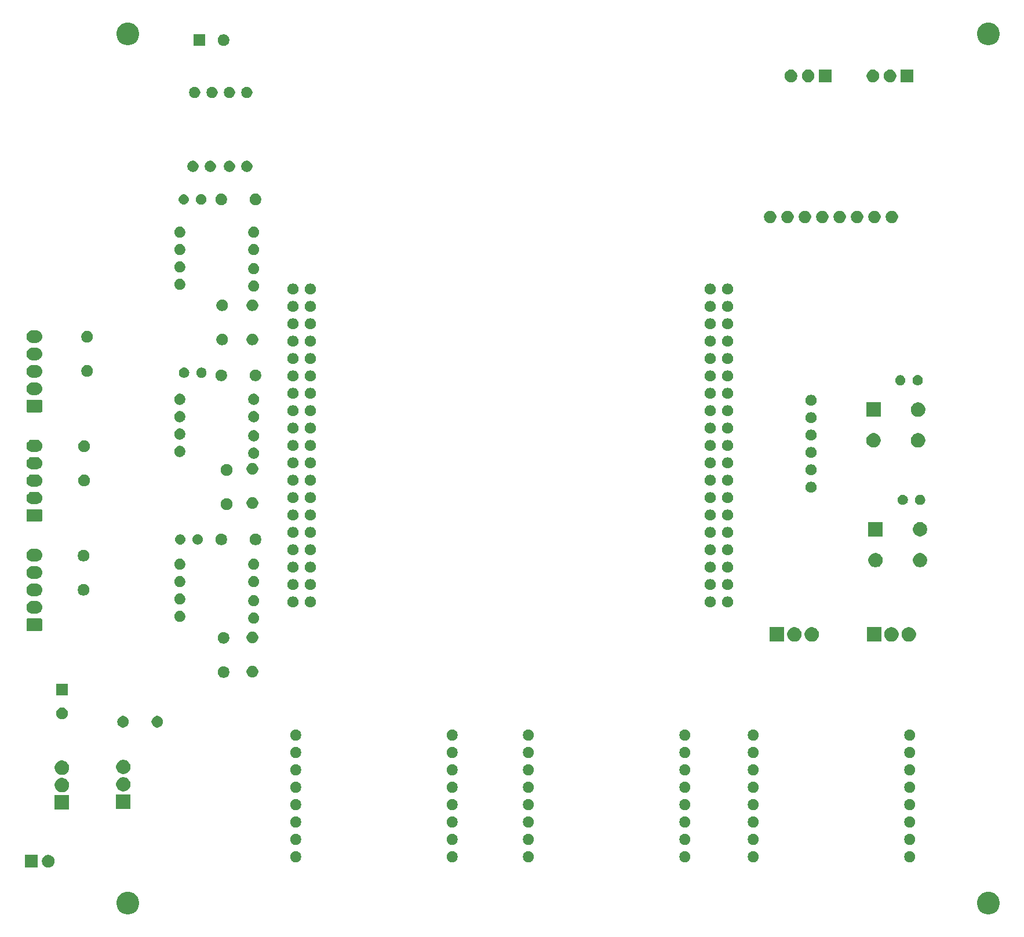
<source format=gbr>
G04 #@! TF.GenerationSoftware,KiCad,Pcbnew,(5.1.2)-2*
G04 #@! TF.CreationDate,2022-11-30T20:03:36+09:00*
G04 #@! TF.ProjectId,MCU_MotherBoard,4d43555f-4d6f-4746-9865-72426f617264,rev?*
G04 #@! TF.SameCoordinates,Original*
G04 #@! TF.FileFunction,Soldermask,Bot*
G04 #@! TF.FilePolarity,Negative*
%FSLAX46Y46*%
G04 Gerber Fmt 4.6, Leading zero omitted, Abs format (unit mm)*
G04 Created by KiCad (PCBNEW (5.1.2)-2) date 2022-11-30 20:03:36*
%MOMM*%
%LPD*%
G04 APERTURE LIST*
%ADD10C,0.100000*%
G04 APERTURE END LIST*
D10*
G36*
X171825256Y-149521298D02*
G01*
X171931579Y-149542447D01*
X172232042Y-149666903D01*
X172502451Y-149847585D01*
X172732415Y-150077549D01*
X172913097Y-150347958D01*
X173037553Y-150648421D01*
X173101000Y-150967391D01*
X173101000Y-151292609D01*
X173037553Y-151611579D01*
X172913097Y-151912042D01*
X172732415Y-152182451D01*
X172502451Y-152412415D01*
X172232042Y-152593097D01*
X171931579Y-152717553D01*
X171825256Y-152738702D01*
X171612611Y-152781000D01*
X171287389Y-152781000D01*
X171074744Y-152738702D01*
X170968421Y-152717553D01*
X170667958Y-152593097D01*
X170397549Y-152412415D01*
X170167585Y-152182451D01*
X169986903Y-151912042D01*
X169862447Y-151611579D01*
X169799000Y-151292609D01*
X169799000Y-150967391D01*
X169862447Y-150648421D01*
X169986903Y-150347958D01*
X170167585Y-150077549D01*
X170397549Y-149847585D01*
X170667958Y-149666903D01*
X170968421Y-149542447D01*
X171074744Y-149521298D01*
X171287389Y-149479000D01*
X171612611Y-149479000D01*
X171825256Y-149521298D01*
X171825256Y-149521298D01*
G37*
G36*
X46095256Y-149521298D02*
G01*
X46201579Y-149542447D01*
X46502042Y-149666903D01*
X46772451Y-149847585D01*
X47002415Y-150077549D01*
X47183097Y-150347958D01*
X47307553Y-150648421D01*
X47371000Y-150967391D01*
X47371000Y-151292609D01*
X47307553Y-151611579D01*
X47183097Y-151912042D01*
X47002415Y-152182451D01*
X46772451Y-152412415D01*
X46502042Y-152593097D01*
X46201579Y-152717553D01*
X46095256Y-152738702D01*
X45882611Y-152781000D01*
X45557389Y-152781000D01*
X45344744Y-152738702D01*
X45238421Y-152717553D01*
X44937958Y-152593097D01*
X44667549Y-152412415D01*
X44437585Y-152182451D01*
X44256903Y-151912042D01*
X44132447Y-151611579D01*
X44069000Y-151292609D01*
X44069000Y-150967391D01*
X44132447Y-150648421D01*
X44256903Y-150347958D01*
X44437585Y-150077549D01*
X44667549Y-149847585D01*
X44937958Y-149666903D01*
X45238421Y-149542447D01*
X45344744Y-149521298D01*
X45557389Y-149479000D01*
X45882611Y-149479000D01*
X46095256Y-149521298D01*
X46095256Y-149521298D01*
G37*
G36*
X32523600Y-145934600D02*
G01*
X30671600Y-145934600D01*
X30671600Y-144082600D01*
X32523600Y-144082600D01*
X32523600Y-145934600D01*
X32523600Y-145934600D01*
G37*
G36*
X34367704Y-144118185D02*
G01*
X34536226Y-144187989D01*
X34687891Y-144289328D01*
X34816872Y-144418309D01*
X34918211Y-144569974D01*
X34988015Y-144738496D01*
X35023600Y-144917397D01*
X35023600Y-145099803D01*
X34988015Y-145278704D01*
X34918211Y-145447226D01*
X34816872Y-145598891D01*
X34687891Y-145727872D01*
X34536226Y-145829211D01*
X34367704Y-145899015D01*
X34188803Y-145934600D01*
X34006397Y-145934600D01*
X33827496Y-145899015D01*
X33658974Y-145829211D01*
X33507309Y-145727872D01*
X33378328Y-145598891D01*
X33276989Y-145447226D01*
X33207185Y-145278704D01*
X33171600Y-145099803D01*
X33171600Y-144917397D01*
X33207185Y-144738496D01*
X33276989Y-144569974D01*
X33378328Y-144418309D01*
X33507309Y-144289328D01*
X33658974Y-144187989D01*
X33827496Y-144118185D01*
X34006397Y-144082600D01*
X34188803Y-144082600D01*
X34367704Y-144118185D01*
X34367704Y-144118185D01*
G37*
G36*
X127351442Y-143579442D02*
G01*
X127499401Y-143640729D01*
X127632555Y-143729699D01*
X127745801Y-143842945D01*
X127834771Y-143976099D01*
X127896058Y-144124058D01*
X127927300Y-144281125D01*
X127927300Y-144441275D01*
X127896058Y-144598342D01*
X127834771Y-144746301D01*
X127745801Y-144879455D01*
X127632555Y-144992701D01*
X127499401Y-145081671D01*
X127351442Y-145142958D01*
X127194375Y-145174200D01*
X127034225Y-145174200D01*
X126877158Y-145142958D01*
X126729199Y-145081671D01*
X126596045Y-144992701D01*
X126482799Y-144879455D01*
X126393829Y-144746301D01*
X126332542Y-144598342D01*
X126301300Y-144441275D01*
X126301300Y-144281125D01*
X126332542Y-144124058D01*
X126393829Y-143976099D01*
X126482799Y-143842945D01*
X126596045Y-143729699D01*
X126729199Y-143640729D01*
X126877158Y-143579442D01*
X127034225Y-143548200D01*
X127194375Y-143548200D01*
X127351442Y-143579442D01*
X127351442Y-143579442D01*
G37*
G36*
X104491442Y-143579442D02*
G01*
X104639401Y-143640729D01*
X104772555Y-143729699D01*
X104885801Y-143842945D01*
X104974771Y-143976099D01*
X105036058Y-144124058D01*
X105067300Y-144281125D01*
X105067300Y-144441275D01*
X105036058Y-144598342D01*
X104974771Y-144746301D01*
X104885801Y-144879455D01*
X104772555Y-144992701D01*
X104639401Y-145081671D01*
X104491442Y-145142958D01*
X104334375Y-145174200D01*
X104174225Y-145174200D01*
X104017158Y-145142958D01*
X103869199Y-145081671D01*
X103736045Y-144992701D01*
X103622799Y-144879455D01*
X103533829Y-144746301D01*
X103472542Y-144598342D01*
X103441300Y-144441275D01*
X103441300Y-144281125D01*
X103472542Y-144124058D01*
X103533829Y-143976099D01*
X103622799Y-143842945D01*
X103736045Y-143729699D01*
X103869199Y-143640729D01*
X104017158Y-143579442D01*
X104174225Y-143548200D01*
X104334375Y-143548200D01*
X104491442Y-143579442D01*
X104491442Y-143579442D01*
G37*
G36*
X160200942Y-143579442D02*
G01*
X160348901Y-143640729D01*
X160482055Y-143729699D01*
X160595301Y-143842945D01*
X160684271Y-143976099D01*
X160745558Y-144124058D01*
X160776800Y-144281125D01*
X160776800Y-144441275D01*
X160745558Y-144598342D01*
X160684271Y-144746301D01*
X160595301Y-144879455D01*
X160482055Y-144992701D01*
X160348901Y-145081671D01*
X160200942Y-145142958D01*
X160043875Y-145174200D01*
X159883725Y-145174200D01*
X159726658Y-145142958D01*
X159578699Y-145081671D01*
X159445545Y-144992701D01*
X159332299Y-144879455D01*
X159243329Y-144746301D01*
X159182042Y-144598342D01*
X159150800Y-144441275D01*
X159150800Y-144281125D01*
X159182042Y-144124058D01*
X159243329Y-143976099D01*
X159332299Y-143842945D01*
X159445545Y-143729699D01*
X159578699Y-143640729D01*
X159726658Y-143579442D01*
X159883725Y-143548200D01*
X160043875Y-143548200D01*
X160200942Y-143579442D01*
X160200942Y-143579442D01*
G37*
G36*
X70493542Y-143579442D02*
G01*
X70641501Y-143640729D01*
X70774655Y-143729699D01*
X70887901Y-143842945D01*
X70976871Y-143976099D01*
X71038158Y-144124058D01*
X71069400Y-144281125D01*
X71069400Y-144441275D01*
X71038158Y-144598342D01*
X70976871Y-144746301D01*
X70887901Y-144879455D01*
X70774655Y-144992701D01*
X70641501Y-145081671D01*
X70493542Y-145142958D01*
X70336475Y-145174200D01*
X70176325Y-145174200D01*
X70019258Y-145142958D01*
X69871299Y-145081671D01*
X69738145Y-144992701D01*
X69624899Y-144879455D01*
X69535929Y-144746301D01*
X69474642Y-144598342D01*
X69443400Y-144441275D01*
X69443400Y-144281125D01*
X69474642Y-144124058D01*
X69535929Y-143976099D01*
X69624899Y-143842945D01*
X69738145Y-143729699D01*
X69871299Y-143640729D01*
X70019258Y-143579442D01*
X70176325Y-143548200D01*
X70336475Y-143548200D01*
X70493542Y-143579442D01*
X70493542Y-143579442D01*
G37*
G36*
X93353542Y-143579442D02*
G01*
X93501501Y-143640729D01*
X93634655Y-143729699D01*
X93747901Y-143842945D01*
X93836871Y-143976099D01*
X93898158Y-144124058D01*
X93929400Y-144281125D01*
X93929400Y-144441275D01*
X93898158Y-144598342D01*
X93836871Y-144746301D01*
X93747901Y-144879455D01*
X93634655Y-144992701D01*
X93501501Y-145081671D01*
X93353542Y-145142958D01*
X93196475Y-145174200D01*
X93036325Y-145174200D01*
X92879258Y-145142958D01*
X92731299Y-145081671D01*
X92598145Y-144992701D01*
X92484899Y-144879455D01*
X92395929Y-144746301D01*
X92334642Y-144598342D01*
X92303400Y-144441275D01*
X92303400Y-144281125D01*
X92334642Y-144124058D01*
X92395929Y-143976099D01*
X92484899Y-143842945D01*
X92598145Y-143729699D01*
X92731299Y-143640729D01*
X92879258Y-143579442D01*
X93036325Y-143548200D01*
X93196475Y-143548200D01*
X93353542Y-143579442D01*
X93353542Y-143579442D01*
G37*
G36*
X137340942Y-143579442D02*
G01*
X137488901Y-143640729D01*
X137622055Y-143729699D01*
X137735301Y-143842945D01*
X137824271Y-143976099D01*
X137885558Y-144124058D01*
X137916800Y-144281125D01*
X137916800Y-144441275D01*
X137885558Y-144598342D01*
X137824271Y-144746301D01*
X137735301Y-144879455D01*
X137622055Y-144992701D01*
X137488901Y-145081671D01*
X137340942Y-145142958D01*
X137183875Y-145174200D01*
X137023725Y-145174200D01*
X136866658Y-145142958D01*
X136718699Y-145081671D01*
X136585545Y-144992701D01*
X136472299Y-144879455D01*
X136383329Y-144746301D01*
X136322042Y-144598342D01*
X136290800Y-144441275D01*
X136290800Y-144281125D01*
X136322042Y-144124058D01*
X136383329Y-143976099D01*
X136472299Y-143842945D01*
X136585545Y-143729699D01*
X136718699Y-143640729D01*
X136866658Y-143579442D01*
X137023725Y-143548200D01*
X137183875Y-143548200D01*
X137340942Y-143579442D01*
X137340942Y-143579442D01*
G37*
G36*
X104491442Y-141039442D02*
G01*
X104639401Y-141100729D01*
X104772555Y-141189699D01*
X104885801Y-141302945D01*
X104974771Y-141436099D01*
X105036058Y-141584058D01*
X105067300Y-141741125D01*
X105067300Y-141901275D01*
X105036058Y-142058342D01*
X104974771Y-142206301D01*
X104885801Y-142339455D01*
X104772555Y-142452701D01*
X104639401Y-142541671D01*
X104491442Y-142602958D01*
X104334375Y-142634200D01*
X104174225Y-142634200D01*
X104017158Y-142602958D01*
X103869199Y-142541671D01*
X103736045Y-142452701D01*
X103622799Y-142339455D01*
X103533829Y-142206301D01*
X103472542Y-142058342D01*
X103441300Y-141901275D01*
X103441300Y-141741125D01*
X103472542Y-141584058D01*
X103533829Y-141436099D01*
X103622799Y-141302945D01*
X103736045Y-141189699D01*
X103869199Y-141100729D01*
X104017158Y-141039442D01*
X104174225Y-141008200D01*
X104334375Y-141008200D01*
X104491442Y-141039442D01*
X104491442Y-141039442D01*
G37*
G36*
X93353542Y-141039442D02*
G01*
X93501501Y-141100729D01*
X93634655Y-141189699D01*
X93747901Y-141302945D01*
X93836871Y-141436099D01*
X93898158Y-141584058D01*
X93929400Y-141741125D01*
X93929400Y-141901275D01*
X93898158Y-142058342D01*
X93836871Y-142206301D01*
X93747901Y-142339455D01*
X93634655Y-142452701D01*
X93501501Y-142541671D01*
X93353542Y-142602958D01*
X93196475Y-142634200D01*
X93036325Y-142634200D01*
X92879258Y-142602958D01*
X92731299Y-142541671D01*
X92598145Y-142452701D01*
X92484899Y-142339455D01*
X92395929Y-142206301D01*
X92334642Y-142058342D01*
X92303400Y-141901275D01*
X92303400Y-141741125D01*
X92334642Y-141584058D01*
X92395929Y-141436099D01*
X92484899Y-141302945D01*
X92598145Y-141189699D01*
X92731299Y-141100729D01*
X92879258Y-141039442D01*
X93036325Y-141008200D01*
X93196475Y-141008200D01*
X93353542Y-141039442D01*
X93353542Y-141039442D01*
G37*
G36*
X160200942Y-141039442D02*
G01*
X160348901Y-141100729D01*
X160482055Y-141189699D01*
X160595301Y-141302945D01*
X160684271Y-141436099D01*
X160745558Y-141584058D01*
X160776800Y-141741125D01*
X160776800Y-141901275D01*
X160745558Y-142058342D01*
X160684271Y-142206301D01*
X160595301Y-142339455D01*
X160482055Y-142452701D01*
X160348901Y-142541671D01*
X160200942Y-142602958D01*
X160043875Y-142634200D01*
X159883725Y-142634200D01*
X159726658Y-142602958D01*
X159578699Y-142541671D01*
X159445545Y-142452701D01*
X159332299Y-142339455D01*
X159243329Y-142206301D01*
X159182042Y-142058342D01*
X159150800Y-141901275D01*
X159150800Y-141741125D01*
X159182042Y-141584058D01*
X159243329Y-141436099D01*
X159332299Y-141302945D01*
X159445545Y-141189699D01*
X159578699Y-141100729D01*
X159726658Y-141039442D01*
X159883725Y-141008200D01*
X160043875Y-141008200D01*
X160200942Y-141039442D01*
X160200942Y-141039442D01*
G37*
G36*
X70493542Y-141039442D02*
G01*
X70641501Y-141100729D01*
X70774655Y-141189699D01*
X70887901Y-141302945D01*
X70976871Y-141436099D01*
X71038158Y-141584058D01*
X71069400Y-141741125D01*
X71069400Y-141901275D01*
X71038158Y-142058342D01*
X70976871Y-142206301D01*
X70887901Y-142339455D01*
X70774655Y-142452701D01*
X70641501Y-142541671D01*
X70493542Y-142602958D01*
X70336475Y-142634200D01*
X70176325Y-142634200D01*
X70019258Y-142602958D01*
X69871299Y-142541671D01*
X69738145Y-142452701D01*
X69624899Y-142339455D01*
X69535929Y-142206301D01*
X69474642Y-142058342D01*
X69443400Y-141901275D01*
X69443400Y-141741125D01*
X69474642Y-141584058D01*
X69535929Y-141436099D01*
X69624899Y-141302945D01*
X69738145Y-141189699D01*
X69871299Y-141100729D01*
X70019258Y-141039442D01*
X70176325Y-141008200D01*
X70336475Y-141008200D01*
X70493542Y-141039442D01*
X70493542Y-141039442D01*
G37*
G36*
X137340942Y-141039442D02*
G01*
X137488901Y-141100729D01*
X137622055Y-141189699D01*
X137735301Y-141302945D01*
X137824271Y-141436099D01*
X137885558Y-141584058D01*
X137916800Y-141741125D01*
X137916800Y-141901275D01*
X137885558Y-142058342D01*
X137824271Y-142206301D01*
X137735301Y-142339455D01*
X137622055Y-142452701D01*
X137488901Y-142541671D01*
X137340942Y-142602958D01*
X137183875Y-142634200D01*
X137023725Y-142634200D01*
X136866658Y-142602958D01*
X136718699Y-142541671D01*
X136585545Y-142452701D01*
X136472299Y-142339455D01*
X136383329Y-142206301D01*
X136322042Y-142058342D01*
X136290800Y-141901275D01*
X136290800Y-141741125D01*
X136322042Y-141584058D01*
X136383329Y-141436099D01*
X136472299Y-141302945D01*
X136585545Y-141189699D01*
X136718699Y-141100729D01*
X136866658Y-141039442D01*
X137023725Y-141008200D01*
X137183875Y-141008200D01*
X137340942Y-141039442D01*
X137340942Y-141039442D01*
G37*
G36*
X127351442Y-141039442D02*
G01*
X127499401Y-141100729D01*
X127632555Y-141189699D01*
X127745801Y-141302945D01*
X127834771Y-141436099D01*
X127896058Y-141584058D01*
X127927300Y-141741125D01*
X127927300Y-141901275D01*
X127896058Y-142058342D01*
X127834771Y-142206301D01*
X127745801Y-142339455D01*
X127632555Y-142452701D01*
X127499401Y-142541671D01*
X127351442Y-142602958D01*
X127194375Y-142634200D01*
X127034225Y-142634200D01*
X126877158Y-142602958D01*
X126729199Y-142541671D01*
X126596045Y-142452701D01*
X126482799Y-142339455D01*
X126393829Y-142206301D01*
X126332542Y-142058342D01*
X126301300Y-141901275D01*
X126301300Y-141741125D01*
X126332542Y-141584058D01*
X126393829Y-141436099D01*
X126482799Y-141302945D01*
X126596045Y-141189699D01*
X126729199Y-141100729D01*
X126877158Y-141039442D01*
X127034225Y-141008200D01*
X127194375Y-141008200D01*
X127351442Y-141039442D01*
X127351442Y-141039442D01*
G37*
G36*
X93353542Y-138499442D02*
G01*
X93501501Y-138560729D01*
X93634655Y-138649699D01*
X93747901Y-138762945D01*
X93836871Y-138896099D01*
X93898158Y-139044058D01*
X93929400Y-139201125D01*
X93929400Y-139361275D01*
X93898158Y-139518342D01*
X93836871Y-139666301D01*
X93747901Y-139799455D01*
X93634655Y-139912701D01*
X93501501Y-140001671D01*
X93353542Y-140062958D01*
X93196475Y-140094200D01*
X93036325Y-140094200D01*
X92879258Y-140062958D01*
X92731299Y-140001671D01*
X92598145Y-139912701D01*
X92484899Y-139799455D01*
X92395929Y-139666301D01*
X92334642Y-139518342D01*
X92303400Y-139361275D01*
X92303400Y-139201125D01*
X92334642Y-139044058D01*
X92395929Y-138896099D01*
X92484899Y-138762945D01*
X92598145Y-138649699D01*
X92731299Y-138560729D01*
X92879258Y-138499442D01*
X93036325Y-138468200D01*
X93196475Y-138468200D01*
X93353542Y-138499442D01*
X93353542Y-138499442D01*
G37*
G36*
X160200942Y-138499442D02*
G01*
X160348901Y-138560729D01*
X160482055Y-138649699D01*
X160595301Y-138762945D01*
X160684271Y-138896099D01*
X160745558Y-139044058D01*
X160776800Y-139201125D01*
X160776800Y-139361275D01*
X160745558Y-139518342D01*
X160684271Y-139666301D01*
X160595301Y-139799455D01*
X160482055Y-139912701D01*
X160348901Y-140001671D01*
X160200942Y-140062958D01*
X160043875Y-140094200D01*
X159883725Y-140094200D01*
X159726658Y-140062958D01*
X159578699Y-140001671D01*
X159445545Y-139912701D01*
X159332299Y-139799455D01*
X159243329Y-139666301D01*
X159182042Y-139518342D01*
X159150800Y-139361275D01*
X159150800Y-139201125D01*
X159182042Y-139044058D01*
X159243329Y-138896099D01*
X159332299Y-138762945D01*
X159445545Y-138649699D01*
X159578699Y-138560729D01*
X159726658Y-138499442D01*
X159883725Y-138468200D01*
X160043875Y-138468200D01*
X160200942Y-138499442D01*
X160200942Y-138499442D01*
G37*
G36*
X137340942Y-138499442D02*
G01*
X137488901Y-138560729D01*
X137622055Y-138649699D01*
X137735301Y-138762945D01*
X137824271Y-138896099D01*
X137885558Y-139044058D01*
X137916800Y-139201125D01*
X137916800Y-139361275D01*
X137885558Y-139518342D01*
X137824271Y-139666301D01*
X137735301Y-139799455D01*
X137622055Y-139912701D01*
X137488901Y-140001671D01*
X137340942Y-140062958D01*
X137183875Y-140094200D01*
X137023725Y-140094200D01*
X136866658Y-140062958D01*
X136718699Y-140001671D01*
X136585545Y-139912701D01*
X136472299Y-139799455D01*
X136383329Y-139666301D01*
X136322042Y-139518342D01*
X136290800Y-139361275D01*
X136290800Y-139201125D01*
X136322042Y-139044058D01*
X136383329Y-138896099D01*
X136472299Y-138762945D01*
X136585545Y-138649699D01*
X136718699Y-138560729D01*
X136866658Y-138499442D01*
X137023725Y-138468200D01*
X137183875Y-138468200D01*
X137340942Y-138499442D01*
X137340942Y-138499442D01*
G37*
G36*
X127351442Y-138499442D02*
G01*
X127499401Y-138560729D01*
X127632555Y-138649699D01*
X127745801Y-138762945D01*
X127834771Y-138896099D01*
X127896058Y-139044058D01*
X127927300Y-139201125D01*
X127927300Y-139361275D01*
X127896058Y-139518342D01*
X127834771Y-139666301D01*
X127745801Y-139799455D01*
X127632555Y-139912701D01*
X127499401Y-140001671D01*
X127351442Y-140062958D01*
X127194375Y-140094200D01*
X127034225Y-140094200D01*
X126877158Y-140062958D01*
X126729199Y-140001671D01*
X126596045Y-139912701D01*
X126482799Y-139799455D01*
X126393829Y-139666301D01*
X126332542Y-139518342D01*
X126301300Y-139361275D01*
X126301300Y-139201125D01*
X126332542Y-139044058D01*
X126393829Y-138896099D01*
X126482799Y-138762945D01*
X126596045Y-138649699D01*
X126729199Y-138560729D01*
X126877158Y-138499442D01*
X127034225Y-138468200D01*
X127194375Y-138468200D01*
X127351442Y-138499442D01*
X127351442Y-138499442D01*
G37*
G36*
X104491442Y-138499442D02*
G01*
X104639401Y-138560729D01*
X104772555Y-138649699D01*
X104885801Y-138762945D01*
X104974771Y-138896099D01*
X105036058Y-139044058D01*
X105067300Y-139201125D01*
X105067300Y-139361275D01*
X105036058Y-139518342D01*
X104974771Y-139666301D01*
X104885801Y-139799455D01*
X104772555Y-139912701D01*
X104639401Y-140001671D01*
X104491442Y-140062958D01*
X104334375Y-140094200D01*
X104174225Y-140094200D01*
X104017158Y-140062958D01*
X103869199Y-140001671D01*
X103736045Y-139912701D01*
X103622799Y-139799455D01*
X103533829Y-139666301D01*
X103472542Y-139518342D01*
X103441300Y-139361275D01*
X103441300Y-139201125D01*
X103472542Y-139044058D01*
X103533829Y-138896099D01*
X103622799Y-138762945D01*
X103736045Y-138649699D01*
X103869199Y-138560729D01*
X104017158Y-138499442D01*
X104174225Y-138468200D01*
X104334375Y-138468200D01*
X104491442Y-138499442D01*
X104491442Y-138499442D01*
G37*
G36*
X70493542Y-138499442D02*
G01*
X70641501Y-138560729D01*
X70774655Y-138649699D01*
X70887901Y-138762945D01*
X70976871Y-138896099D01*
X71038158Y-139044058D01*
X71069400Y-139201125D01*
X71069400Y-139361275D01*
X71038158Y-139518342D01*
X70976871Y-139666301D01*
X70887901Y-139799455D01*
X70774655Y-139912701D01*
X70641501Y-140001671D01*
X70493542Y-140062958D01*
X70336475Y-140094200D01*
X70176325Y-140094200D01*
X70019258Y-140062958D01*
X69871299Y-140001671D01*
X69738145Y-139912701D01*
X69624899Y-139799455D01*
X69535929Y-139666301D01*
X69474642Y-139518342D01*
X69443400Y-139361275D01*
X69443400Y-139201125D01*
X69474642Y-139044058D01*
X69535929Y-138896099D01*
X69624899Y-138762945D01*
X69738145Y-138649699D01*
X69871299Y-138560729D01*
X70019258Y-138499442D01*
X70176325Y-138468200D01*
X70336475Y-138468200D01*
X70493542Y-138499442D01*
X70493542Y-138499442D01*
G37*
G36*
X160200942Y-135959442D02*
G01*
X160348901Y-136020729D01*
X160482055Y-136109699D01*
X160595301Y-136222945D01*
X160684271Y-136356099D01*
X160745558Y-136504058D01*
X160776800Y-136661125D01*
X160776800Y-136821275D01*
X160745558Y-136978342D01*
X160684271Y-137126301D01*
X160595301Y-137259455D01*
X160482055Y-137372701D01*
X160348901Y-137461671D01*
X160200942Y-137522958D01*
X160043875Y-137554200D01*
X159883725Y-137554200D01*
X159726658Y-137522958D01*
X159578699Y-137461671D01*
X159445545Y-137372701D01*
X159332299Y-137259455D01*
X159243329Y-137126301D01*
X159182042Y-136978342D01*
X159150800Y-136821275D01*
X159150800Y-136661125D01*
X159182042Y-136504058D01*
X159243329Y-136356099D01*
X159332299Y-136222945D01*
X159445545Y-136109699D01*
X159578699Y-136020729D01*
X159726658Y-135959442D01*
X159883725Y-135928200D01*
X160043875Y-135928200D01*
X160200942Y-135959442D01*
X160200942Y-135959442D01*
G37*
G36*
X127351442Y-135959442D02*
G01*
X127499401Y-136020729D01*
X127632555Y-136109699D01*
X127745801Y-136222945D01*
X127834771Y-136356099D01*
X127896058Y-136504058D01*
X127927300Y-136661125D01*
X127927300Y-136821275D01*
X127896058Y-136978342D01*
X127834771Y-137126301D01*
X127745801Y-137259455D01*
X127632555Y-137372701D01*
X127499401Y-137461671D01*
X127351442Y-137522958D01*
X127194375Y-137554200D01*
X127034225Y-137554200D01*
X126877158Y-137522958D01*
X126729199Y-137461671D01*
X126596045Y-137372701D01*
X126482799Y-137259455D01*
X126393829Y-137126301D01*
X126332542Y-136978342D01*
X126301300Y-136821275D01*
X126301300Y-136661125D01*
X126332542Y-136504058D01*
X126393829Y-136356099D01*
X126482799Y-136222945D01*
X126596045Y-136109699D01*
X126729199Y-136020729D01*
X126877158Y-135959442D01*
X127034225Y-135928200D01*
X127194375Y-135928200D01*
X127351442Y-135959442D01*
X127351442Y-135959442D01*
G37*
G36*
X137340942Y-135959442D02*
G01*
X137488901Y-136020729D01*
X137622055Y-136109699D01*
X137735301Y-136222945D01*
X137824271Y-136356099D01*
X137885558Y-136504058D01*
X137916800Y-136661125D01*
X137916800Y-136821275D01*
X137885558Y-136978342D01*
X137824271Y-137126301D01*
X137735301Y-137259455D01*
X137622055Y-137372701D01*
X137488901Y-137461671D01*
X137340942Y-137522958D01*
X137183875Y-137554200D01*
X137023725Y-137554200D01*
X136866658Y-137522958D01*
X136718699Y-137461671D01*
X136585545Y-137372701D01*
X136472299Y-137259455D01*
X136383329Y-137126301D01*
X136322042Y-136978342D01*
X136290800Y-136821275D01*
X136290800Y-136661125D01*
X136322042Y-136504058D01*
X136383329Y-136356099D01*
X136472299Y-136222945D01*
X136585545Y-136109699D01*
X136718699Y-136020729D01*
X136866658Y-135959442D01*
X137023725Y-135928200D01*
X137183875Y-135928200D01*
X137340942Y-135959442D01*
X137340942Y-135959442D01*
G37*
G36*
X104491442Y-135959442D02*
G01*
X104639401Y-136020729D01*
X104772555Y-136109699D01*
X104885801Y-136222945D01*
X104974771Y-136356099D01*
X105036058Y-136504058D01*
X105067300Y-136661125D01*
X105067300Y-136821275D01*
X105036058Y-136978342D01*
X104974771Y-137126301D01*
X104885801Y-137259455D01*
X104772555Y-137372701D01*
X104639401Y-137461671D01*
X104491442Y-137522958D01*
X104334375Y-137554200D01*
X104174225Y-137554200D01*
X104017158Y-137522958D01*
X103869199Y-137461671D01*
X103736045Y-137372701D01*
X103622799Y-137259455D01*
X103533829Y-137126301D01*
X103472542Y-136978342D01*
X103441300Y-136821275D01*
X103441300Y-136661125D01*
X103472542Y-136504058D01*
X103533829Y-136356099D01*
X103622799Y-136222945D01*
X103736045Y-136109699D01*
X103869199Y-136020729D01*
X104017158Y-135959442D01*
X104174225Y-135928200D01*
X104334375Y-135928200D01*
X104491442Y-135959442D01*
X104491442Y-135959442D01*
G37*
G36*
X93353542Y-135959442D02*
G01*
X93501501Y-136020729D01*
X93634655Y-136109699D01*
X93747901Y-136222945D01*
X93836871Y-136356099D01*
X93898158Y-136504058D01*
X93929400Y-136661125D01*
X93929400Y-136821275D01*
X93898158Y-136978342D01*
X93836871Y-137126301D01*
X93747901Y-137259455D01*
X93634655Y-137372701D01*
X93501501Y-137461671D01*
X93353542Y-137522958D01*
X93196475Y-137554200D01*
X93036325Y-137554200D01*
X92879258Y-137522958D01*
X92731299Y-137461671D01*
X92598145Y-137372701D01*
X92484899Y-137259455D01*
X92395929Y-137126301D01*
X92334642Y-136978342D01*
X92303400Y-136821275D01*
X92303400Y-136661125D01*
X92334642Y-136504058D01*
X92395929Y-136356099D01*
X92484899Y-136222945D01*
X92598145Y-136109699D01*
X92731299Y-136020729D01*
X92879258Y-135959442D01*
X93036325Y-135928200D01*
X93196475Y-135928200D01*
X93353542Y-135959442D01*
X93353542Y-135959442D01*
G37*
G36*
X70493542Y-135959442D02*
G01*
X70641501Y-136020729D01*
X70774655Y-136109699D01*
X70887901Y-136222945D01*
X70976871Y-136356099D01*
X71038158Y-136504058D01*
X71069400Y-136661125D01*
X71069400Y-136821275D01*
X71038158Y-136978342D01*
X70976871Y-137126301D01*
X70887901Y-137259455D01*
X70774655Y-137372701D01*
X70641501Y-137461671D01*
X70493542Y-137522958D01*
X70336475Y-137554200D01*
X70176325Y-137554200D01*
X70019258Y-137522958D01*
X69871299Y-137461671D01*
X69738145Y-137372701D01*
X69624899Y-137259455D01*
X69535929Y-137126301D01*
X69474642Y-136978342D01*
X69443400Y-136821275D01*
X69443400Y-136661125D01*
X69474642Y-136504058D01*
X69535929Y-136356099D01*
X69624899Y-136222945D01*
X69738145Y-136109699D01*
X69871299Y-136020729D01*
X70019258Y-135959442D01*
X70176325Y-135928200D01*
X70336475Y-135928200D01*
X70493542Y-135959442D01*
X70493542Y-135959442D01*
G37*
G36*
X37144400Y-137474400D02*
G01*
X35042400Y-137474400D01*
X35042400Y-135372400D01*
X37144400Y-135372400D01*
X37144400Y-137474400D01*
X37144400Y-137474400D01*
G37*
G36*
X46110600Y-137372800D02*
G01*
X44008600Y-137372800D01*
X44008600Y-135270800D01*
X46110600Y-135270800D01*
X46110600Y-137372800D01*
X46110600Y-137372800D01*
G37*
G36*
X137340942Y-133419442D02*
G01*
X137488901Y-133480729D01*
X137622055Y-133569699D01*
X137735301Y-133682945D01*
X137824271Y-133816099D01*
X137885558Y-133964058D01*
X137916800Y-134121125D01*
X137916800Y-134281275D01*
X137885558Y-134438342D01*
X137824271Y-134586301D01*
X137735301Y-134719455D01*
X137622055Y-134832701D01*
X137488901Y-134921671D01*
X137340942Y-134982958D01*
X137183875Y-135014200D01*
X137023725Y-135014200D01*
X136866658Y-134982958D01*
X136718699Y-134921671D01*
X136585545Y-134832701D01*
X136472299Y-134719455D01*
X136383329Y-134586301D01*
X136322042Y-134438342D01*
X136290800Y-134281275D01*
X136290800Y-134121125D01*
X136322042Y-133964058D01*
X136383329Y-133816099D01*
X136472299Y-133682945D01*
X136585545Y-133569699D01*
X136718699Y-133480729D01*
X136866658Y-133419442D01*
X137023725Y-133388200D01*
X137183875Y-133388200D01*
X137340942Y-133419442D01*
X137340942Y-133419442D01*
G37*
G36*
X160200942Y-133419442D02*
G01*
X160348901Y-133480729D01*
X160482055Y-133569699D01*
X160595301Y-133682945D01*
X160684271Y-133816099D01*
X160745558Y-133964058D01*
X160776800Y-134121125D01*
X160776800Y-134281275D01*
X160745558Y-134438342D01*
X160684271Y-134586301D01*
X160595301Y-134719455D01*
X160482055Y-134832701D01*
X160348901Y-134921671D01*
X160200942Y-134982958D01*
X160043875Y-135014200D01*
X159883725Y-135014200D01*
X159726658Y-134982958D01*
X159578699Y-134921671D01*
X159445545Y-134832701D01*
X159332299Y-134719455D01*
X159243329Y-134586301D01*
X159182042Y-134438342D01*
X159150800Y-134281275D01*
X159150800Y-134121125D01*
X159182042Y-133964058D01*
X159243329Y-133816099D01*
X159332299Y-133682945D01*
X159445545Y-133569699D01*
X159578699Y-133480729D01*
X159726658Y-133419442D01*
X159883725Y-133388200D01*
X160043875Y-133388200D01*
X160200942Y-133419442D01*
X160200942Y-133419442D01*
G37*
G36*
X127351442Y-133419442D02*
G01*
X127499401Y-133480729D01*
X127632555Y-133569699D01*
X127745801Y-133682945D01*
X127834771Y-133816099D01*
X127896058Y-133964058D01*
X127927300Y-134121125D01*
X127927300Y-134281275D01*
X127896058Y-134438342D01*
X127834771Y-134586301D01*
X127745801Y-134719455D01*
X127632555Y-134832701D01*
X127499401Y-134921671D01*
X127351442Y-134982958D01*
X127194375Y-135014200D01*
X127034225Y-135014200D01*
X126877158Y-134982958D01*
X126729199Y-134921671D01*
X126596045Y-134832701D01*
X126482799Y-134719455D01*
X126393829Y-134586301D01*
X126332542Y-134438342D01*
X126301300Y-134281275D01*
X126301300Y-134121125D01*
X126332542Y-133964058D01*
X126393829Y-133816099D01*
X126482799Y-133682945D01*
X126596045Y-133569699D01*
X126729199Y-133480729D01*
X126877158Y-133419442D01*
X127034225Y-133388200D01*
X127194375Y-133388200D01*
X127351442Y-133419442D01*
X127351442Y-133419442D01*
G37*
G36*
X93353542Y-133419442D02*
G01*
X93501501Y-133480729D01*
X93634655Y-133569699D01*
X93747901Y-133682945D01*
X93836871Y-133816099D01*
X93898158Y-133964058D01*
X93929400Y-134121125D01*
X93929400Y-134281275D01*
X93898158Y-134438342D01*
X93836871Y-134586301D01*
X93747901Y-134719455D01*
X93634655Y-134832701D01*
X93501501Y-134921671D01*
X93353542Y-134982958D01*
X93196475Y-135014200D01*
X93036325Y-135014200D01*
X92879258Y-134982958D01*
X92731299Y-134921671D01*
X92598145Y-134832701D01*
X92484899Y-134719455D01*
X92395929Y-134586301D01*
X92334642Y-134438342D01*
X92303400Y-134281275D01*
X92303400Y-134121125D01*
X92334642Y-133964058D01*
X92395929Y-133816099D01*
X92484899Y-133682945D01*
X92598145Y-133569699D01*
X92731299Y-133480729D01*
X92879258Y-133419442D01*
X93036325Y-133388200D01*
X93196475Y-133388200D01*
X93353542Y-133419442D01*
X93353542Y-133419442D01*
G37*
G36*
X104491442Y-133419442D02*
G01*
X104639401Y-133480729D01*
X104772555Y-133569699D01*
X104885801Y-133682945D01*
X104974771Y-133816099D01*
X105036058Y-133964058D01*
X105067300Y-134121125D01*
X105067300Y-134281275D01*
X105036058Y-134438342D01*
X104974771Y-134586301D01*
X104885801Y-134719455D01*
X104772555Y-134832701D01*
X104639401Y-134921671D01*
X104491442Y-134982958D01*
X104334375Y-135014200D01*
X104174225Y-135014200D01*
X104017158Y-134982958D01*
X103869199Y-134921671D01*
X103736045Y-134832701D01*
X103622799Y-134719455D01*
X103533829Y-134586301D01*
X103472542Y-134438342D01*
X103441300Y-134281275D01*
X103441300Y-134121125D01*
X103472542Y-133964058D01*
X103533829Y-133816099D01*
X103622799Y-133682945D01*
X103736045Y-133569699D01*
X103869199Y-133480729D01*
X104017158Y-133419442D01*
X104174225Y-133388200D01*
X104334375Y-133388200D01*
X104491442Y-133419442D01*
X104491442Y-133419442D01*
G37*
G36*
X70493542Y-133419442D02*
G01*
X70641501Y-133480729D01*
X70774655Y-133569699D01*
X70887901Y-133682945D01*
X70976871Y-133816099D01*
X71038158Y-133964058D01*
X71069400Y-134121125D01*
X71069400Y-134281275D01*
X71038158Y-134438342D01*
X70976871Y-134586301D01*
X70887901Y-134719455D01*
X70774655Y-134832701D01*
X70641501Y-134921671D01*
X70493542Y-134982958D01*
X70336475Y-135014200D01*
X70176325Y-135014200D01*
X70019258Y-134982958D01*
X69871299Y-134921671D01*
X69738145Y-134832701D01*
X69624899Y-134719455D01*
X69535929Y-134586301D01*
X69474642Y-134438342D01*
X69443400Y-134281275D01*
X69443400Y-134121125D01*
X69474642Y-133964058D01*
X69535929Y-133816099D01*
X69624899Y-133682945D01*
X69738145Y-133569699D01*
X69871299Y-133480729D01*
X70019258Y-133419442D01*
X70176325Y-133388200D01*
X70336475Y-133388200D01*
X70493542Y-133419442D01*
X70493542Y-133419442D01*
G37*
G36*
X36399964Y-132872789D02*
G01*
X36591233Y-132952015D01*
X36591235Y-132952016D01*
X36763373Y-133067035D01*
X36909765Y-133213427D01*
X37024785Y-133385567D01*
X37104011Y-133576836D01*
X37144400Y-133779884D01*
X37144400Y-133986916D01*
X37104011Y-134189964D01*
X37024785Y-134381233D01*
X37024784Y-134381235D01*
X36909765Y-134553373D01*
X36763373Y-134699765D01*
X36591235Y-134814784D01*
X36591234Y-134814785D01*
X36591233Y-134814785D01*
X36399964Y-134894011D01*
X36196916Y-134934400D01*
X35989884Y-134934400D01*
X35786836Y-134894011D01*
X35595567Y-134814785D01*
X35595566Y-134814785D01*
X35595565Y-134814784D01*
X35423427Y-134699765D01*
X35277035Y-134553373D01*
X35162016Y-134381235D01*
X35162015Y-134381233D01*
X35082789Y-134189964D01*
X35042400Y-133986916D01*
X35042400Y-133779884D01*
X35082789Y-133576836D01*
X35162015Y-133385567D01*
X35277035Y-133213427D01*
X35423427Y-133067035D01*
X35595565Y-132952016D01*
X35595567Y-132952015D01*
X35786836Y-132872789D01*
X35989884Y-132832400D01*
X36196916Y-132832400D01*
X36399964Y-132872789D01*
X36399964Y-132872789D01*
G37*
G36*
X45366164Y-132771189D02*
G01*
X45557433Y-132850415D01*
X45557435Y-132850416D01*
X45590920Y-132872790D01*
X45729573Y-132965435D01*
X45875965Y-133111827D01*
X45990985Y-133283967D01*
X46070211Y-133475236D01*
X46110600Y-133678284D01*
X46110600Y-133885316D01*
X46070211Y-134088364D01*
X45990985Y-134279633D01*
X45990984Y-134279635D01*
X45875965Y-134451773D01*
X45729573Y-134598165D01*
X45557435Y-134713184D01*
X45557434Y-134713185D01*
X45557433Y-134713185D01*
X45366164Y-134792411D01*
X45163116Y-134832800D01*
X44956084Y-134832800D01*
X44753036Y-134792411D01*
X44561767Y-134713185D01*
X44561766Y-134713185D01*
X44561765Y-134713184D01*
X44389627Y-134598165D01*
X44243235Y-134451773D01*
X44128216Y-134279635D01*
X44128215Y-134279633D01*
X44048989Y-134088364D01*
X44008600Y-133885316D01*
X44008600Y-133678284D01*
X44048989Y-133475236D01*
X44128215Y-133283967D01*
X44243235Y-133111827D01*
X44389627Y-132965435D01*
X44528280Y-132872790D01*
X44561765Y-132850416D01*
X44561767Y-132850415D01*
X44753036Y-132771189D01*
X44956084Y-132730800D01*
X45163116Y-132730800D01*
X45366164Y-132771189D01*
X45366164Y-132771189D01*
G37*
G36*
X70493542Y-130879442D02*
G01*
X70641501Y-130940729D01*
X70774655Y-131029699D01*
X70887901Y-131142945D01*
X70976871Y-131276099D01*
X71038158Y-131424058D01*
X71069400Y-131581125D01*
X71069400Y-131741275D01*
X71038158Y-131898342D01*
X70976871Y-132046301D01*
X70887901Y-132179455D01*
X70774655Y-132292701D01*
X70641501Y-132381671D01*
X70493542Y-132442958D01*
X70336475Y-132474200D01*
X70176325Y-132474200D01*
X70019258Y-132442958D01*
X69871299Y-132381671D01*
X69738145Y-132292701D01*
X69624899Y-132179455D01*
X69535929Y-132046301D01*
X69474642Y-131898342D01*
X69443400Y-131741275D01*
X69443400Y-131581125D01*
X69474642Y-131424058D01*
X69535929Y-131276099D01*
X69624899Y-131142945D01*
X69738145Y-131029699D01*
X69871299Y-130940729D01*
X70019258Y-130879442D01*
X70176325Y-130848200D01*
X70336475Y-130848200D01*
X70493542Y-130879442D01*
X70493542Y-130879442D01*
G37*
G36*
X93353542Y-130879442D02*
G01*
X93501501Y-130940729D01*
X93634655Y-131029699D01*
X93747901Y-131142945D01*
X93836871Y-131276099D01*
X93898158Y-131424058D01*
X93929400Y-131581125D01*
X93929400Y-131741275D01*
X93898158Y-131898342D01*
X93836871Y-132046301D01*
X93747901Y-132179455D01*
X93634655Y-132292701D01*
X93501501Y-132381671D01*
X93353542Y-132442958D01*
X93196475Y-132474200D01*
X93036325Y-132474200D01*
X92879258Y-132442958D01*
X92731299Y-132381671D01*
X92598145Y-132292701D01*
X92484899Y-132179455D01*
X92395929Y-132046301D01*
X92334642Y-131898342D01*
X92303400Y-131741275D01*
X92303400Y-131581125D01*
X92334642Y-131424058D01*
X92395929Y-131276099D01*
X92484899Y-131142945D01*
X92598145Y-131029699D01*
X92731299Y-130940729D01*
X92879258Y-130879442D01*
X93036325Y-130848200D01*
X93196475Y-130848200D01*
X93353542Y-130879442D01*
X93353542Y-130879442D01*
G37*
G36*
X104491442Y-130879442D02*
G01*
X104639401Y-130940729D01*
X104772555Y-131029699D01*
X104885801Y-131142945D01*
X104974771Y-131276099D01*
X105036058Y-131424058D01*
X105067300Y-131581125D01*
X105067300Y-131741275D01*
X105036058Y-131898342D01*
X104974771Y-132046301D01*
X104885801Y-132179455D01*
X104772555Y-132292701D01*
X104639401Y-132381671D01*
X104491442Y-132442958D01*
X104334375Y-132474200D01*
X104174225Y-132474200D01*
X104017158Y-132442958D01*
X103869199Y-132381671D01*
X103736045Y-132292701D01*
X103622799Y-132179455D01*
X103533829Y-132046301D01*
X103472542Y-131898342D01*
X103441300Y-131741275D01*
X103441300Y-131581125D01*
X103472542Y-131424058D01*
X103533829Y-131276099D01*
X103622799Y-131142945D01*
X103736045Y-131029699D01*
X103869199Y-130940729D01*
X104017158Y-130879442D01*
X104174225Y-130848200D01*
X104334375Y-130848200D01*
X104491442Y-130879442D01*
X104491442Y-130879442D01*
G37*
G36*
X127351442Y-130879442D02*
G01*
X127499401Y-130940729D01*
X127632555Y-131029699D01*
X127745801Y-131142945D01*
X127834771Y-131276099D01*
X127896058Y-131424058D01*
X127927300Y-131581125D01*
X127927300Y-131741275D01*
X127896058Y-131898342D01*
X127834771Y-132046301D01*
X127745801Y-132179455D01*
X127632555Y-132292701D01*
X127499401Y-132381671D01*
X127351442Y-132442958D01*
X127194375Y-132474200D01*
X127034225Y-132474200D01*
X126877158Y-132442958D01*
X126729199Y-132381671D01*
X126596045Y-132292701D01*
X126482799Y-132179455D01*
X126393829Y-132046301D01*
X126332542Y-131898342D01*
X126301300Y-131741275D01*
X126301300Y-131581125D01*
X126332542Y-131424058D01*
X126393829Y-131276099D01*
X126482799Y-131142945D01*
X126596045Y-131029699D01*
X126729199Y-130940729D01*
X126877158Y-130879442D01*
X127034225Y-130848200D01*
X127194375Y-130848200D01*
X127351442Y-130879442D01*
X127351442Y-130879442D01*
G37*
G36*
X137340942Y-130879442D02*
G01*
X137488901Y-130940729D01*
X137622055Y-131029699D01*
X137735301Y-131142945D01*
X137824271Y-131276099D01*
X137885558Y-131424058D01*
X137916800Y-131581125D01*
X137916800Y-131741275D01*
X137885558Y-131898342D01*
X137824271Y-132046301D01*
X137735301Y-132179455D01*
X137622055Y-132292701D01*
X137488901Y-132381671D01*
X137340942Y-132442958D01*
X137183875Y-132474200D01*
X137023725Y-132474200D01*
X136866658Y-132442958D01*
X136718699Y-132381671D01*
X136585545Y-132292701D01*
X136472299Y-132179455D01*
X136383329Y-132046301D01*
X136322042Y-131898342D01*
X136290800Y-131741275D01*
X136290800Y-131581125D01*
X136322042Y-131424058D01*
X136383329Y-131276099D01*
X136472299Y-131142945D01*
X136585545Y-131029699D01*
X136718699Y-130940729D01*
X136866658Y-130879442D01*
X137023725Y-130848200D01*
X137183875Y-130848200D01*
X137340942Y-130879442D01*
X137340942Y-130879442D01*
G37*
G36*
X160200942Y-130879442D02*
G01*
X160348901Y-130940729D01*
X160482055Y-131029699D01*
X160595301Y-131142945D01*
X160684271Y-131276099D01*
X160745558Y-131424058D01*
X160776800Y-131581125D01*
X160776800Y-131741275D01*
X160745558Y-131898342D01*
X160684271Y-132046301D01*
X160595301Y-132179455D01*
X160482055Y-132292701D01*
X160348901Y-132381671D01*
X160200942Y-132442958D01*
X160043875Y-132474200D01*
X159883725Y-132474200D01*
X159726658Y-132442958D01*
X159578699Y-132381671D01*
X159445545Y-132292701D01*
X159332299Y-132179455D01*
X159243329Y-132046301D01*
X159182042Y-131898342D01*
X159150800Y-131741275D01*
X159150800Y-131581125D01*
X159182042Y-131424058D01*
X159243329Y-131276099D01*
X159332299Y-131142945D01*
X159445545Y-131029699D01*
X159578699Y-130940729D01*
X159726658Y-130879442D01*
X159883725Y-130848200D01*
X160043875Y-130848200D01*
X160200942Y-130879442D01*
X160200942Y-130879442D01*
G37*
G36*
X36399964Y-130332789D02*
G01*
X36591233Y-130412015D01*
X36591235Y-130412016D01*
X36763373Y-130527035D01*
X36909765Y-130673427D01*
X37024785Y-130845567D01*
X37104011Y-131036836D01*
X37144400Y-131239884D01*
X37144400Y-131446916D01*
X37104011Y-131649964D01*
X37024785Y-131841233D01*
X37024784Y-131841235D01*
X36909765Y-132013373D01*
X36763373Y-132159765D01*
X36591235Y-132274784D01*
X36591234Y-132274785D01*
X36591233Y-132274785D01*
X36399964Y-132354011D01*
X36196916Y-132394400D01*
X35989884Y-132394400D01*
X35786836Y-132354011D01*
X35595567Y-132274785D01*
X35595566Y-132274785D01*
X35595565Y-132274784D01*
X35423427Y-132159765D01*
X35277035Y-132013373D01*
X35162016Y-131841235D01*
X35162015Y-131841233D01*
X35082789Y-131649964D01*
X35042400Y-131446916D01*
X35042400Y-131239884D01*
X35082789Y-131036836D01*
X35162015Y-130845567D01*
X35277035Y-130673427D01*
X35423427Y-130527035D01*
X35595565Y-130412016D01*
X35595567Y-130412015D01*
X35786836Y-130332789D01*
X35989884Y-130292400D01*
X36196916Y-130292400D01*
X36399964Y-130332789D01*
X36399964Y-130332789D01*
G37*
G36*
X45366164Y-130231189D02*
G01*
X45557433Y-130310415D01*
X45557435Y-130310416D01*
X45590920Y-130332790D01*
X45729573Y-130425435D01*
X45875965Y-130571827D01*
X45990985Y-130743967D01*
X46070211Y-130935236D01*
X46110600Y-131138284D01*
X46110600Y-131345316D01*
X46070211Y-131548364D01*
X45990985Y-131739633D01*
X45990984Y-131739635D01*
X45875965Y-131911773D01*
X45729573Y-132058165D01*
X45557435Y-132173184D01*
X45557434Y-132173185D01*
X45557433Y-132173185D01*
X45366164Y-132252411D01*
X45163116Y-132292800D01*
X44956084Y-132292800D01*
X44753036Y-132252411D01*
X44561767Y-132173185D01*
X44561766Y-132173185D01*
X44561765Y-132173184D01*
X44389627Y-132058165D01*
X44243235Y-131911773D01*
X44128216Y-131739635D01*
X44128215Y-131739633D01*
X44048989Y-131548364D01*
X44008600Y-131345316D01*
X44008600Y-131138284D01*
X44048989Y-130935236D01*
X44128215Y-130743967D01*
X44243235Y-130571827D01*
X44389627Y-130425435D01*
X44528280Y-130332790D01*
X44561765Y-130310416D01*
X44561767Y-130310415D01*
X44753036Y-130231189D01*
X44956084Y-130190800D01*
X45163116Y-130190800D01*
X45366164Y-130231189D01*
X45366164Y-130231189D01*
G37*
G36*
X137340942Y-128339442D02*
G01*
X137488901Y-128400729D01*
X137622055Y-128489699D01*
X137735301Y-128602945D01*
X137824271Y-128736099D01*
X137885558Y-128884058D01*
X137916800Y-129041125D01*
X137916800Y-129201275D01*
X137885558Y-129358342D01*
X137824271Y-129506301D01*
X137735301Y-129639455D01*
X137622055Y-129752701D01*
X137488901Y-129841671D01*
X137340942Y-129902958D01*
X137183875Y-129934200D01*
X137023725Y-129934200D01*
X136866658Y-129902958D01*
X136718699Y-129841671D01*
X136585545Y-129752701D01*
X136472299Y-129639455D01*
X136383329Y-129506301D01*
X136322042Y-129358342D01*
X136290800Y-129201275D01*
X136290800Y-129041125D01*
X136322042Y-128884058D01*
X136383329Y-128736099D01*
X136472299Y-128602945D01*
X136585545Y-128489699D01*
X136718699Y-128400729D01*
X136866658Y-128339442D01*
X137023725Y-128308200D01*
X137183875Y-128308200D01*
X137340942Y-128339442D01*
X137340942Y-128339442D01*
G37*
G36*
X104491442Y-128339442D02*
G01*
X104639401Y-128400729D01*
X104772555Y-128489699D01*
X104885801Y-128602945D01*
X104974771Y-128736099D01*
X105036058Y-128884058D01*
X105067300Y-129041125D01*
X105067300Y-129201275D01*
X105036058Y-129358342D01*
X104974771Y-129506301D01*
X104885801Y-129639455D01*
X104772555Y-129752701D01*
X104639401Y-129841671D01*
X104491442Y-129902958D01*
X104334375Y-129934200D01*
X104174225Y-129934200D01*
X104017158Y-129902958D01*
X103869199Y-129841671D01*
X103736045Y-129752701D01*
X103622799Y-129639455D01*
X103533829Y-129506301D01*
X103472542Y-129358342D01*
X103441300Y-129201275D01*
X103441300Y-129041125D01*
X103472542Y-128884058D01*
X103533829Y-128736099D01*
X103622799Y-128602945D01*
X103736045Y-128489699D01*
X103869199Y-128400729D01*
X104017158Y-128339442D01*
X104174225Y-128308200D01*
X104334375Y-128308200D01*
X104491442Y-128339442D01*
X104491442Y-128339442D01*
G37*
G36*
X70493542Y-128339442D02*
G01*
X70641501Y-128400729D01*
X70774655Y-128489699D01*
X70887901Y-128602945D01*
X70976871Y-128736099D01*
X71038158Y-128884058D01*
X71069400Y-129041125D01*
X71069400Y-129201275D01*
X71038158Y-129358342D01*
X70976871Y-129506301D01*
X70887901Y-129639455D01*
X70774655Y-129752701D01*
X70641501Y-129841671D01*
X70493542Y-129902958D01*
X70336475Y-129934200D01*
X70176325Y-129934200D01*
X70019258Y-129902958D01*
X69871299Y-129841671D01*
X69738145Y-129752701D01*
X69624899Y-129639455D01*
X69535929Y-129506301D01*
X69474642Y-129358342D01*
X69443400Y-129201275D01*
X69443400Y-129041125D01*
X69474642Y-128884058D01*
X69535929Y-128736099D01*
X69624899Y-128602945D01*
X69738145Y-128489699D01*
X69871299Y-128400729D01*
X70019258Y-128339442D01*
X70176325Y-128308200D01*
X70336475Y-128308200D01*
X70493542Y-128339442D01*
X70493542Y-128339442D01*
G37*
G36*
X127351442Y-128339442D02*
G01*
X127499401Y-128400729D01*
X127632555Y-128489699D01*
X127745801Y-128602945D01*
X127834771Y-128736099D01*
X127896058Y-128884058D01*
X127927300Y-129041125D01*
X127927300Y-129201275D01*
X127896058Y-129358342D01*
X127834771Y-129506301D01*
X127745801Y-129639455D01*
X127632555Y-129752701D01*
X127499401Y-129841671D01*
X127351442Y-129902958D01*
X127194375Y-129934200D01*
X127034225Y-129934200D01*
X126877158Y-129902958D01*
X126729199Y-129841671D01*
X126596045Y-129752701D01*
X126482799Y-129639455D01*
X126393829Y-129506301D01*
X126332542Y-129358342D01*
X126301300Y-129201275D01*
X126301300Y-129041125D01*
X126332542Y-128884058D01*
X126393829Y-128736099D01*
X126482799Y-128602945D01*
X126596045Y-128489699D01*
X126729199Y-128400729D01*
X126877158Y-128339442D01*
X127034225Y-128308200D01*
X127194375Y-128308200D01*
X127351442Y-128339442D01*
X127351442Y-128339442D01*
G37*
G36*
X160200942Y-128339442D02*
G01*
X160348901Y-128400729D01*
X160482055Y-128489699D01*
X160595301Y-128602945D01*
X160684271Y-128736099D01*
X160745558Y-128884058D01*
X160776800Y-129041125D01*
X160776800Y-129201275D01*
X160745558Y-129358342D01*
X160684271Y-129506301D01*
X160595301Y-129639455D01*
X160482055Y-129752701D01*
X160348901Y-129841671D01*
X160200942Y-129902958D01*
X160043875Y-129934200D01*
X159883725Y-129934200D01*
X159726658Y-129902958D01*
X159578699Y-129841671D01*
X159445545Y-129752701D01*
X159332299Y-129639455D01*
X159243329Y-129506301D01*
X159182042Y-129358342D01*
X159150800Y-129201275D01*
X159150800Y-129041125D01*
X159182042Y-128884058D01*
X159243329Y-128736099D01*
X159332299Y-128602945D01*
X159445545Y-128489699D01*
X159578699Y-128400729D01*
X159726658Y-128339442D01*
X159883725Y-128308200D01*
X160043875Y-128308200D01*
X160200942Y-128339442D01*
X160200942Y-128339442D01*
G37*
G36*
X93353542Y-128339442D02*
G01*
X93501501Y-128400729D01*
X93634655Y-128489699D01*
X93747901Y-128602945D01*
X93836871Y-128736099D01*
X93898158Y-128884058D01*
X93929400Y-129041125D01*
X93929400Y-129201275D01*
X93898158Y-129358342D01*
X93836871Y-129506301D01*
X93747901Y-129639455D01*
X93634655Y-129752701D01*
X93501501Y-129841671D01*
X93353542Y-129902958D01*
X93196475Y-129934200D01*
X93036325Y-129934200D01*
X92879258Y-129902958D01*
X92731299Y-129841671D01*
X92598145Y-129752701D01*
X92484899Y-129639455D01*
X92395929Y-129506301D01*
X92334642Y-129358342D01*
X92303400Y-129201275D01*
X92303400Y-129041125D01*
X92334642Y-128884058D01*
X92395929Y-128736099D01*
X92484899Y-128602945D01*
X92598145Y-128489699D01*
X92731299Y-128400729D01*
X92879258Y-128339442D01*
X93036325Y-128308200D01*
X93196475Y-128308200D01*
X93353542Y-128339442D01*
X93353542Y-128339442D01*
G37*
G36*
X104491442Y-125799442D02*
G01*
X104639401Y-125860729D01*
X104772555Y-125949699D01*
X104885801Y-126062945D01*
X104974771Y-126196099D01*
X105036058Y-126344058D01*
X105067300Y-126501125D01*
X105067300Y-126661275D01*
X105036058Y-126818342D01*
X104974771Y-126966301D01*
X104885801Y-127099455D01*
X104772555Y-127212701D01*
X104639401Y-127301671D01*
X104491442Y-127362958D01*
X104334375Y-127394200D01*
X104174225Y-127394200D01*
X104017158Y-127362958D01*
X103869199Y-127301671D01*
X103736045Y-127212701D01*
X103622799Y-127099455D01*
X103533829Y-126966301D01*
X103472542Y-126818342D01*
X103441300Y-126661275D01*
X103441300Y-126501125D01*
X103472542Y-126344058D01*
X103533829Y-126196099D01*
X103622799Y-126062945D01*
X103736045Y-125949699D01*
X103869199Y-125860729D01*
X104017158Y-125799442D01*
X104174225Y-125768200D01*
X104334375Y-125768200D01*
X104491442Y-125799442D01*
X104491442Y-125799442D01*
G37*
G36*
X137340942Y-125799442D02*
G01*
X137488901Y-125860729D01*
X137622055Y-125949699D01*
X137735301Y-126062945D01*
X137824271Y-126196099D01*
X137885558Y-126344058D01*
X137916800Y-126501125D01*
X137916800Y-126661275D01*
X137885558Y-126818342D01*
X137824271Y-126966301D01*
X137735301Y-127099455D01*
X137622055Y-127212701D01*
X137488901Y-127301671D01*
X137340942Y-127362958D01*
X137183875Y-127394200D01*
X137023725Y-127394200D01*
X136866658Y-127362958D01*
X136718699Y-127301671D01*
X136585545Y-127212701D01*
X136472299Y-127099455D01*
X136383329Y-126966301D01*
X136322042Y-126818342D01*
X136290800Y-126661275D01*
X136290800Y-126501125D01*
X136322042Y-126344058D01*
X136383329Y-126196099D01*
X136472299Y-126062945D01*
X136585545Y-125949699D01*
X136718699Y-125860729D01*
X136866658Y-125799442D01*
X137023725Y-125768200D01*
X137183875Y-125768200D01*
X137340942Y-125799442D01*
X137340942Y-125799442D01*
G37*
G36*
X160200942Y-125799442D02*
G01*
X160348901Y-125860729D01*
X160482055Y-125949699D01*
X160595301Y-126062945D01*
X160684271Y-126196099D01*
X160745558Y-126344058D01*
X160776800Y-126501125D01*
X160776800Y-126661275D01*
X160745558Y-126818342D01*
X160684271Y-126966301D01*
X160595301Y-127099455D01*
X160482055Y-127212701D01*
X160348901Y-127301671D01*
X160200942Y-127362958D01*
X160043875Y-127394200D01*
X159883725Y-127394200D01*
X159726658Y-127362958D01*
X159578699Y-127301671D01*
X159445545Y-127212701D01*
X159332299Y-127099455D01*
X159243329Y-126966301D01*
X159182042Y-126818342D01*
X159150800Y-126661275D01*
X159150800Y-126501125D01*
X159182042Y-126344058D01*
X159243329Y-126196099D01*
X159332299Y-126062945D01*
X159445545Y-125949699D01*
X159578699Y-125860729D01*
X159726658Y-125799442D01*
X159883725Y-125768200D01*
X160043875Y-125768200D01*
X160200942Y-125799442D01*
X160200942Y-125799442D01*
G37*
G36*
X93353542Y-125799442D02*
G01*
X93501501Y-125860729D01*
X93634655Y-125949699D01*
X93747901Y-126062945D01*
X93836871Y-126196099D01*
X93898158Y-126344058D01*
X93929400Y-126501125D01*
X93929400Y-126661275D01*
X93898158Y-126818342D01*
X93836871Y-126966301D01*
X93747901Y-127099455D01*
X93634655Y-127212701D01*
X93501501Y-127301671D01*
X93353542Y-127362958D01*
X93196475Y-127394200D01*
X93036325Y-127394200D01*
X92879258Y-127362958D01*
X92731299Y-127301671D01*
X92598145Y-127212701D01*
X92484899Y-127099455D01*
X92395929Y-126966301D01*
X92334642Y-126818342D01*
X92303400Y-126661275D01*
X92303400Y-126501125D01*
X92334642Y-126344058D01*
X92395929Y-126196099D01*
X92484899Y-126062945D01*
X92598145Y-125949699D01*
X92731299Y-125860729D01*
X92879258Y-125799442D01*
X93036325Y-125768200D01*
X93196475Y-125768200D01*
X93353542Y-125799442D01*
X93353542Y-125799442D01*
G37*
G36*
X127351442Y-125799442D02*
G01*
X127499401Y-125860729D01*
X127632555Y-125949699D01*
X127745801Y-126062945D01*
X127834771Y-126196099D01*
X127896058Y-126344058D01*
X127927300Y-126501125D01*
X127927300Y-126661275D01*
X127896058Y-126818342D01*
X127834771Y-126966301D01*
X127745801Y-127099455D01*
X127632555Y-127212701D01*
X127499401Y-127301671D01*
X127351442Y-127362958D01*
X127194375Y-127394200D01*
X127034225Y-127394200D01*
X126877158Y-127362958D01*
X126729199Y-127301671D01*
X126596045Y-127212701D01*
X126482799Y-127099455D01*
X126393829Y-126966301D01*
X126332542Y-126818342D01*
X126301300Y-126661275D01*
X126301300Y-126501125D01*
X126332542Y-126344058D01*
X126393829Y-126196099D01*
X126482799Y-126062945D01*
X126596045Y-125949699D01*
X126729199Y-125860729D01*
X126877158Y-125799442D01*
X127034225Y-125768200D01*
X127194375Y-125768200D01*
X127351442Y-125799442D01*
X127351442Y-125799442D01*
G37*
G36*
X70493542Y-125799442D02*
G01*
X70641501Y-125860729D01*
X70774655Y-125949699D01*
X70887901Y-126062945D01*
X70976871Y-126196099D01*
X71038158Y-126344058D01*
X71069400Y-126501125D01*
X71069400Y-126661275D01*
X71038158Y-126818342D01*
X70976871Y-126966301D01*
X70887901Y-127099455D01*
X70774655Y-127212701D01*
X70641501Y-127301671D01*
X70493542Y-127362958D01*
X70336475Y-127394200D01*
X70176325Y-127394200D01*
X70019258Y-127362958D01*
X69871299Y-127301671D01*
X69738145Y-127212701D01*
X69624899Y-127099455D01*
X69535929Y-126966301D01*
X69474642Y-126818342D01*
X69443400Y-126661275D01*
X69443400Y-126501125D01*
X69474642Y-126344058D01*
X69535929Y-126196099D01*
X69624899Y-126062945D01*
X69738145Y-125949699D01*
X69871299Y-125860729D01*
X70019258Y-125799442D01*
X70176325Y-125768200D01*
X70336475Y-125768200D01*
X70493542Y-125799442D01*
X70493542Y-125799442D01*
G37*
G36*
X50286228Y-123819503D02*
G01*
X50441100Y-123883653D01*
X50580481Y-123976785D01*
X50699015Y-124095319D01*
X50792147Y-124234700D01*
X50856297Y-124389572D01*
X50889000Y-124553984D01*
X50889000Y-124721616D01*
X50856297Y-124886028D01*
X50792147Y-125040900D01*
X50699015Y-125180281D01*
X50580481Y-125298815D01*
X50441100Y-125391947D01*
X50286228Y-125456097D01*
X50121816Y-125488800D01*
X49954184Y-125488800D01*
X49789772Y-125456097D01*
X49634900Y-125391947D01*
X49495519Y-125298815D01*
X49376985Y-125180281D01*
X49283853Y-125040900D01*
X49219703Y-124886028D01*
X49187000Y-124721616D01*
X49187000Y-124553984D01*
X49219703Y-124389572D01*
X49283853Y-124234700D01*
X49376985Y-124095319D01*
X49495519Y-123976785D01*
X49634900Y-123883653D01*
X49789772Y-123819503D01*
X49954184Y-123786800D01*
X50121816Y-123786800D01*
X50286228Y-123819503D01*
X50286228Y-123819503D01*
G37*
G36*
X45286228Y-123819503D02*
G01*
X45441100Y-123883653D01*
X45580481Y-123976785D01*
X45699015Y-124095319D01*
X45792147Y-124234700D01*
X45856297Y-124389572D01*
X45889000Y-124553984D01*
X45889000Y-124721616D01*
X45856297Y-124886028D01*
X45792147Y-125040900D01*
X45699015Y-125180281D01*
X45580481Y-125298815D01*
X45441100Y-125391947D01*
X45286228Y-125456097D01*
X45121816Y-125488800D01*
X44954184Y-125488800D01*
X44789772Y-125456097D01*
X44634900Y-125391947D01*
X44495519Y-125298815D01*
X44376985Y-125180281D01*
X44283853Y-125040900D01*
X44219703Y-124886028D01*
X44187000Y-124721616D01*
X44187000Y-124553984D01*
X44219703Y-124389572D01*
X44283853Y-124234700D01*
X44376985Y-124095319D01*
X44495519Y-123976785D01*
X44634900Y-123883653D01*
X44789772Y-123819503D01*
X44954184Y-123786800D01*
X45121816Y-123786800D01*
X45286228Y-123819503D01*
X45286228Y-123819503D01*
G37*
G36*
X36367028Y-122595103D02*
G01*
X36521900Y-122659253D01*
X36661281Y-122752385D01*
X36779815Y-122870919D01*
X36872947Y-123010300D01*
X36937097Y-123165172D01*
X36969800Y-123329584D01*
X36969800Y-123497216D01*
X36937097Y-123661628D01*
X36872947Y-123816500D01*
X36779815Y-123955881D01*
X36661281Y-124074415D01*
X36521900Y-124167547D01*
X36367028Y-124231697D01*
X36202616Y-124264400D01*
X36034984Y-124264400D01*
X35870572Y-124231697D01*
X35715700Y-124167547D01*
X35576319Y-124074415D01*
X35457785Y-123955881D01*
X35364653Y-123816500D01*
X35300503Y-123661628D01*
X35267800Y-123497216D01*
X35267800Y-123329584D01*
X35300503Y-123165172D01*
X35364653Y-123010300D01*
X35457785Y-122870919D01*
X35576319Y-122752385D01*
X35715700Y-122659253D01*
X35870572Y-122595103D01*
X36034984Y-122562400D01*
X36202616Y-122562400D01*
X36367028Y-122595103D01*
X36367028Y-122595103D01*
G37*
G36*
X36969800Y-120764400D02*
G01*
X35267800Y-120764400D01*
X35267800Y-119062400D01*
X36969800Y-119062400D01*
X36969800Y-120764400D01*
X36969800Y-120764400D01*
G37*
G36*
X59963628Y-116555103D02*
G01*
X60118500Y-116619253D01*
X60257881Y-116712385D01*
X60376415Y-116830919D01*
X60469547Y-116970300D01*
X60533697Y-117125172D01*
X60566400Y-117289584D01*
X60566400Y-117457216D01*
X60533697Y-117621628D01*
X60469547Y-117776500D01*
X60376415Y-117915881D01*
X60257881Y-118034415D01*
X60118500Y-118127547D01*
X59963628Y-118191697D01*
X59799216Y-118224400D01*
X59631584Y-118224400D01*
X59467172Y-118191697D01*
X59312300Y-118127547D01*
X59172919Y-118034415D01*
X59054385Y-117915881D01*
X58961253Y-117776500D01*
X58897103Y-117621628D01*
X58864400Y-117457216D01*
X58864400Y-117289584D01*
X58897103Y-117125172D01*
X58961253Y-116970300D01*
X59054385Y-116830919D01*
X59172919Y-116712385D01*
X59312300Y-116619253D01*
X59467172Y-116555103D01*
X59631584Y-116522400D01*
X59799216Y-116522400D01*
X59963628Y-116555103D01*
X59963628Y-116555103D01*
G37*
G36*
X64174728Y-116504303D02*
G01*
X64329600Y-116568453D01*
X64468981Y-116661585D01*
X64587515Y-116780119D01*
X64680647Y-116919500D01*
X64744797Y-117074372D01*
X64777500Y-117238784D01*
X64777500Y-117406416D01*
X64744797Y-117570828D01*
X64680647Y-117725700D01*
X64587515Y-117865081D01*
X64468981Y-117983615D01*
X64329600Y-118076747D01*
X64174728Y-118140897D01*
X64010316Y-118173600D01*
X63842684Y-118173600D01*
X63678272Y-118140897D01*
X63523400Y-118076747D01*
X63384019Y-117983615D01*
X63265485Y-117865081D01*
X63172353Y-117725700D01*
X63108203Y-117570828D01*
X63075500Y-117406416D01*
X63075500Y-117238784D01*
X63108203Y-117074372D01*
X63172353Y-116919500D01*
X63265485Y-116780119D01*
X63384019Y-116661585D01*
X63523400Y-116568453D01*
X63678272Y-116504303D01*
X63842684Y-116471600D01*
X64010316Y-116471600D01*
X64174728Y-116504303D01*
X64174728Y-116504303D01*
G37*
G36*
X59963628Y-111555103D02*
G01*
X60118500Y-111619253D01*
X60257881Y-111712385D01*
X60376415Y-111830919D01*
X60469547Y-111970300D01*
X60533697Y-112125172D01*
X60566400Y-112289584D01*
X60566400Y-112457216D01*
X60533697Y-112621628D01*
X60469547Y-112776500D01*
X60376415Y-112915881D01*
X60257881Y-113034415D01*
X60118500Y-113127547D01*
X59963628Y-113191697D01*
X59799216Y-113224400D01*
X59631584Y-113224400D01*
X59467172Y-113191697D01*
X59312300Y-113127547D01*
X59172919Y-113034415D01*
X59054385Y-112915881D01*
X58961253Y-112776500D01*
X58897103Y-112621628D01*
X58864400Y-112457216D01*
X58864400Y-112289584D01*
X58897103Y-112125172D01*
X58961253Y-111970300D01*
X59054385Y-111830919D01*
X59172919Y-111712385D01*
X59312300Y-111619253D01*
X59467172Y-111555103D01*
X59631584Y-111522400D01*
X59799216Y-111522400D01*
X59963628Y-111555103D01*
X59963628Y-111555103D01*
G37*
G36*
X64174728Y-111504303D02*
G01*
X64329600Y-111568453D01*
X64468981Y-111661585D01*
X64587515Y-111780119D01*
X64680647Y-111919500D01*
X64744797Y-112074372D01*
X64777500Y-112238784D01*
X64777500Y-112406416D01*
X64744797Y-112570828D01*
X64680647Y-112725700D01*
X64587515Y-112865081D01*
X64468981Y-112983615D01*
X64329600Y-113076747D01*
X64174728Y-113140897D01*
X64010316Y-113173600D01*
X63842684Y-113173600D01*
X63678272Y-113140897D01*
X63523400Y-113076747D01*
X63384019Y-112983615D01*
X63265485Y-112865081D01*
X63172353Y-112725700D01*
X63108203Y-112570828D01*
X63075500Y-112406416D01*
X63075500Y-112238784D01*
X63108203Y-112074372D01*
X63172353Y-111919500D01*
X63265485Y-111780119D01*
X63384019Y-111661585D01*
X63523400Y-111568453D01*
X63678272Y-111504303D01*
X63842684Y-111471600D01*
X64010316Y-111471600D01*
X64174728Y-111504303D01*
X64174728Y-111504303D01*
G37*
G36*
X141614600Y-112912600D02*
G01*
X139512600Y-112912600D01*
X139512600Y-110810600D01*
X141614600Y-110810600D01*
X141614600Y-112912600D01*
X141614600Y-112912600D01*
G37*
G36*
X155799800Y-112912600D02*
G01*
X153697800Y-112912600D01*
X153697800Y-110810600D01*
X155799800Y-110810600D01*
X155799800Y-112912600D01*
X155799800Y-112912600D01*
G37*
G36*
X160135364Y-110850989D02*
G01*
X160326633Y-110930215D01*
X160326635Y-110930216D01*
X160498773Y-111045235D01*
X160645165Y-111191627D01*
X160744972Y-111340998D01*
X160760185Y-111363767D01*
X160839411Y-111555036D01*
X160879800Y-111758084D01*
X160879800Y-111965116D01*
X160839411Y-112168164D01*
X160789117Y-112289584D01*
X160760184Y-112359435D01*
X160645165Y-112531573D01*
X160498773Y-112677965D01*
X160326635Y-112792984D01*
X160326634Y-112792985D01*
X160326633Y-112792985D01*
X160135364Y-112872211D01*
X159932316Y-112912600D01*
X159725284Y-112912600D01*
X159522236Y-112872211D01*
X159330967Y-112792985D01*
X159330966Y-112792985D01*
X159330965Y-112792984D01*
X159158827Y-112677965D01*
X159012435Y-112531573D01*
X158897416Y-112359435D01*
X158868483Y-112289584D01*
X158818189Y-112168164D01*
X158777800Y-111965116D01*
X158777800Y-111758084D01*
X158818189Y-111555036D01*
X158897415Y-111363767D01*
X158912629Y-111340998D01*
X159012435Y-111191627D01*
X159158827Y-111045235D01*
X159330965Y-110930216D01*
X159330967Y-110930215D01*
X159522236Y-110850989D01*
X159725284Y-110810600D01*
X159932316Y-110810600D01*
X160135364Y-110850989D01*
X160135364Y-110850989D01*
G37*
G36*
X157595364Y-110850989D02*
G01*
X157786633Y-110930215D01*
X157786635Y-110930216D01*
X157958773Y-111045235D01*
X158105165Y-111191627D01*
X158204972Y-111340998D01*
X158220185Y-111363767D01*
X158299411Y-111555036D01*
X158339800Y-111758084D01*
X158339800Y-111965116D01*
X158299411Y-112168164D01*
X158249117Y-112289584D01*
X158220184Y-112359435D01*
X158105165Y-112531573D01*
X157958773Y-112677965D01*
X157786635Y-112792984D01*
X157786634Y-112792985D01*
X157786633Y-112792985D01*
X157595364Y-112872211D01*
X157392316Y-112912600D01*
X157185284Y-112912600D01*
X156982236Y-112872211D01*
X156790967Y-112792985D01*
X156790966Y-112792985D01*
X156790965Y-112792984D01*
X156618827Y-112677965D01*
X156472435Y-112531573D01*
X156357416Y-112359435D01*
X156328483Y-112289584D01*
X156278189Y-112168164D01*
X156237800Y-111965116D01*
X156237800Y-111758084D01*
X156278189Y-111555036D01*
X156357415Y-111363767D01*
X156372629Y-111340998D01*
X156472435Y-111191627D01*
X156618827Y-111045235D01*
X156790965Y-110930216D01*
X156790967Y-110930215D01*
X156982236Y-110850989D01*
X157185284Y-110810600D01*
X157392316Y-110810600D01*
X157595364Y-110850989D01*
X157595364Y-110850989D01*
G37*
G36*
X143410164Y-110850989D02*
G01*
X143601433Y-110930215D01*
X143601435Y-110930216D01*
X143773573Y-111045235D01*
X143919965Y-111191627D01*
X144019772Y-111340998D01*
X144034985Y-111363767D01*
X144114211Y-111555036D01*
X144154600Y-111758084D01*
X144154600Y-111965116D01*
X144114211Y-112168164D01*
X144063917Y-112289584D01*
X144034984Y-112359435D01*
X143919965Y-112531573D01*
X143773573Y-112677965D01*
X143601435Y-112792984D01*
X143601434Y-112792985D01*
X143601433Y-112792985D01*
X143410164Y-112872211D01*
X143207116Y-112912600D01*
X143000084Y-112912600D01*
X142797036Y-112872211D01*
X142605767Y-112792985D01*
X142605766Y-112792985D01*
X142605765Y-112792984D01*
X142433627Y-112677965D01*
X142287235Y-112531573D01*
X142172216Y-112359435D01*
X142143283Y-112289584D01*
X142092989Y-112168164D01*
X142052600Y-111965116D01*
X142052600Y-111758084D01*
X142092989Y-111555036D01*
X142172215Y-111363767D01*
X142187429Y-111340998D01*
X142287235Y-111191627D01*
X142433627Y-111045235D01*
X142605765Y-110930216D01*
X142605767Y-110930215D01*
X142797036Y-110850989D01*
X143000084Y-110810600D01*
X143207116Y-110810600D01*
X143410164Y-110850989D01*
X143410164Y-110850989D01*
G37*
G36*
X145950164Y-110850989D02*
G01*
X146141433Y-110930215D01*
X146141435Y-110930216D01*
X146313573Y-111045235D01*
X146459965Y-111191627D01*
X146559772Y-111340998D01*
X146574985Y-111363767D01*
X146654211Y-111555036D01*
X146694600Y-111758084D01*
X146694600Y-111965116D01*
X146654211Y-112168164D01*
X146603917Y-112289584D01*
X146574984Y-112359435D01*
X146459965Y-112531573D01*
X146313573Y-112677965D01*
X146141435Y-112792984D01*
X146141434Y-112792985D01*
X146141433Y-112792985D01*
X145950164Y-112872211D01*
X145747116Y-112912600D01*
X145540084Y-112912600D01*
X145337036Y-112872211D01*
X145145767Y-112792985D01*
X145145766Y-112792985D01*
X145145765Y-112792984D01*
X144973627Y-112677965D01*
X144827235Y-112531573D01*
X144712216Y-112359435D01*
X144683283Y-112289584D01*
X144632989Y-112168164D01*
X144592600Y-111965116D01*
X144592600Y-111758084D01*
X144632989Y-111555036D01*
X144712215Y-111363767D01*
X144727429Y-111340998D01*
X144827235Y-111191627D01*
X144973627Y-111045235D01*
X145145765Y-110930216D01*
X145145767Y-110930215D01*
X145337036Y-110850989D01*
X145540084Y-110810600D01*
X145747116Y-110810600D01*
X145950164Y-110850989D01*
X145950164Y-110850989D01*
G37*
G36*
X33077161Y-109547566D02*
G01*
X33109983Y-109557523D01*
X33140232Y-109573692D01*
X33166748Y-109595452D01*
X33188508Y-109621968D01*
X33204677Y-109652217D01*
X33214634Y-109685039D01*
X33218600Y-109725313D01*
X33218600Y-111203887D01*
X33214634Y-111244161D01*
X33204677Y-111276983D01*
X33188508Y-111307232D01*
X33166748Y-111333748D01*
X33140232Y-111355508D01*
X33109983Y-111371677D01*
X33077161Y-111381634D01*
X33036887Y-111385600D01*
X31098313Y-111385600D01*
X31058039Y-111381634D01*
X31025217Y-111371677D01*
X30994968Y-111355508D01*
X30968452Y-111333748D01*
X30946692Y-111307232D01*
X30930523Y-111276983D01*
X30920566Y-111244161D01*
X30916600Y-111203887D01*
X30916600Y-109725313D01*
X30920566Y-109685039D01*
X30930523Y-109652217D01*
X30946692Y-109621968D01*
X30968452Y-109595452D01*
X30994968Y-109573692D01*
X31025217Y-109557523D01*
X31058039Y-109547566D01*
X31098313Y-109543600D01*
X33036887Y-109543600D01*
X33077161Y-109547566D01*
X33077161Y-109547566D01*
G37*
G36*
X64358642Y-108717642D02*
G01*
X64506601Y-108778929D01*
X64639755Y-108867899D01*
X64753001Y-108981145D01*
X64841971Y-109114299D01*
X64903258Y-109262258D01*
X64934500Y-109419325D01*
X64934500Y-109579475D01*
X64903258Y-109736542D01*
X64841971Y-109884501D01*
X64753001Y-110017655D01*
X64639755Y-110130901D01*
X64506601Y-110219871D01*
X64358642Y-110281158D01*
X64201575Y-110312400D01*
X64041425Y-110312400D01*
X63884358Y-110281158D01*
X63736399Y-110219871D01*
X63603245Y-110130901D01*
X63489999Y-110017655D01*
X63401029Y-109884501D01*
X63339742Y-109736542D01*
X63308500Y-109579475D01*
X63308500Y-109419325D01*
X63339742Y-109262258D01*
X63401029Y-109114299D01*
X63489999Y-108981145D01*
X63603245Y-108867899D01*
X63736399Y-108778929D01*
X63884358Y-108717642D01*
X64041425Y-108686400D01*
X64201575Y-108686400D01*
X64358642Y-108717642D01*
X64358642Y-108717642D01*
G37*
G36*
X53563642Y-108463642D02*
G01*
X53711601Y-108524929D01*
X53844755Y-108613899D01*
X53958001Y-108727145D01*
X54046971Y-108860299D01*
X54108258Y-109008258D01*
X54139500Y-109165325D01*
X54139500Y-109325475D01*
X54108258Y-109482542D01*
X54046971Y-109630501D01*
X53958001Y-109763655D01*
X53844755Y-109876901D01*
X53711601Y-109965871D01*
X53563642Y-110027158D01*
X53406575Y-110058400D01*
X53246425Y-110058400D01*
X53089358Y-110027158D01*
X52941399Y-109965871D01*
X52808245Y-109876901D01*
X52694999Y-109763655D01*
X52606029Y-109630501D01*
X52544742Y-109482542D01*
X52513500Y-109325475D01*
X52513500Y-109165325D01*
X52544742Y-109008258D01*
X52606029Y-108860299D01*
X52694999Y-108727145D01*
X52808245Y-108613899D01*
X52941399Y-108524929D01*
X53089358Y-108463642D01*
X53246425Y-108432400D01*
X53406575Y-108432400D01*
X53563642Y-108463642D01*
X53563642Y-108463642D01*
G37*
G36*
X32387945Y-107008042D02*
G01*
X32478148Y-107016926D01*
X32651757Y-107069590D01*
X32811756Y-107155111D01*
X32855329Y-107190871D01*
X32951997Y-107270203D01*
X33012970Y-107344500D01*
X33067089Y-107410444D01*
X33152610Y-107570443D01*
X33205274Y-107744052D01*
X33223056Y-107924600D01*
X33205274Y-108105148D01*
X33152610Y-108278757D01*
X33067089Y-108438756D01*
X33031329Y-108482329D01*
X32951997Y-108578997D01*
X32855329Y-108658329D01*
X32811756Y-108694089D01*
X32651757Y-108779610D01*
X32478148Y-108832274D01*
X32387945Y-108841158D01*
X32342845Y-108845600D01*
X31792355Y-108845600D01*
X31747255Y-108841158D01*
X31657052Y-108832274D01*
X31483443Y-108779610D01*
X31323444Y-108694089D01*
X31279871Y-108658329D01*
X31183203Y-108578997D01*
X31103871Y-108482329D01*
X31068111Y-108438756D01*
X30982590Y-108278757D01*
X30929926Y-108105148D01*
X30912144Y-107924600D01*
X30929926Y-107744052D01*
X30982590Y-107570443D01*
X31068111Y-107410444D01*
X31122230Y-107344500D01*
X31183203Y-107270203D01*
X31279871Y-107190871D01*
X31323444Y-107155111D01*
X31483443Y-107069590D01*
X31657052Y-107016926D01*
X31747255Y-107008042D01*
X31792355Y-107003600D01*
X32342845Y-107003600D01*
X32387945Y-107008042D01*
X32387945Y-107008042D01*
G37*
G36*
X133587142Y-106355442D02*
G01*
X133735101Y-106416729D01*
X133868255Y-106505699D01*
X133981501Y-106618945D01*
X134070471Y-106752099D01*
X134131758Y-106900058D01*
X134163000Y-107057125D01*
X134163000Y-107217275D01*
X134131758Y-107374342D01*
X134070471Y-107522301D01*
X133981501Y-107655455D01*
X133868255Y-107768701D01*
X133735101Y-107857671D01*
X133587142Y-107918958D01*
X133430075Y-107950200D01*
X133269925Y-107950200D01*
X133112858Y-107918958D01*
X132964899Y-107857671D01*
X132831745Y-107768701D01*
X132718499Y-107655455D01*
X132629529Y-107522301D01*
X132568242Y-107374342D01*
X132537000Y-107217275D01*
X132537000Y-107057125D01*
X132568242Y-106900058D01*
X132629529Y-106752099D01*
X132718499Y-106618945D01*
X132831745Y-106505699D01*
X132964899Y-106416729D01*
X133112858Y-106355442D01*
X133269925Y-106324200D01*
X133430075Y-106324200D01*
X133587142Y-106355442D01*
X133587142Y-106355442D01*
G37*
G36*
X70087142Y-106355442D02*
G01*
X70235101Y-106416729D01*
X70368255Y-106505699D01*
X70481501Y-106618945D01*
X70570471Y-106752099D01*
X70631758Y-106900058D01*
X70663000Y-107057125D01*
X70663000Y-107217275D01*
X70631758Y-107374342D01*
X70570471Y-107522301D01*
X70481501Y-107655455D01*
X70368255Y-107768701D01*
X70235101Y-107857671D01*
X70087142Y-107918958D01*
X69930075Y-107950200D01*
X69769925Y-107950200D01*
X69612858Y-107918958D01*
X69464899Y-107857671D01*
X69331745Y-107768701D01*
X69218499Y-107655455D01*
X69129529Y-107522301D01*
X69068242Y-107374342D01*
X69037000Y-107217275D01*
X69037000Y-107057125D01*
X69068242Y-106900058D01*
X69129529Y-106752099D01*
X69218499Y-106618945D01*
X69331745Y-106505699D01*
X69464899Y-106416729D01*
X69612858Y-106355442D01*
X69769925Y-106324200D01*
X69930075Y-106324200D01*
X70087142Y-106355442D01*
X70087142Y-106355442D01*
G37*
G36*
X72627142Y-106355442D02*
G01*
X72775101Y-106416729D01*
X72908255Y-106505699D01*
X73021501Y-106618945D01*
X73110471Y-106752099D01*
X73171758Y-106900058D01*
X73203000Y-107057125D01*
X73203000Y-107217275D01*
X73171758Y-107374342D01*
X73110471Y-107522301D01*
X73021501Y-107655455D01*
X72908255Y-107768701D01*
X72775101Y-107857671D01*
X72627142Y-107918958D01*
X72470075Y-107950200D01*
X72309925Y-107950200D01*
X72152858Y-107918958D01*
X72004899Y-107857671D01*
X71871745Y-107768701D01*
X71758499Y-107655455D01*
X71669529Y-107522301D01*
X71608242Y-107374342D01*
X71577000Y-107217275D01*
X71577000Y-107057125D01*
X71608242Y-106900058D01*
X71669529Y-106752099D01*
X71758499Y-106618945D01*
X71871745Y-106505699D01*
X72004899Y-106416729D01*
X72152858Y-106355442D01*
X72309925Y-106324200D01*
X72470075Y-106324200D01*
X72627142Y-106355442D01*
X72627142Y-106355442D01*
G37*
G36*
X131047142Y-106355442D02*
G01*
X131195101Y-106416729D01*
X131328255Y-106505699D01*
X131441501Y-106618945D01*
X131530471Y-106752099D01*
X131591758Y-106900058D01*
X131623000Y-107057125D01*
X131623000Y-107217275D01*
X131591758Y-107374342D01*
X131530471Y-107522301D01*
X131441501Y-107655455D01*
X131328255Y-107768701D01*
X131195101Y-107857671D01*
X131047142Y-107918958D01*
X130890075Y-107950200D01*
X130729925Y-107950200D01*
X130572858Y-107918958D01*
X130424899Y-107857671D01*
X130291745Y-107768701D01*
X130178499Y-107655455D01*
X130089529Y-107522301D01*
X130028242Y-107374342D01*
X129997000Y-107217275D01*
X129997000Y-107057125D01*
X130028242Y-106900058D01*
X130089529Y-106752099D01*
X130178499Y-106618945D01*
X130291745Y-106505699D01*
X130424899Y-106416729D01*
X130572858Y-106355442D01*
X130729925Y-106324200D01*
X130890075Y-106324200D01*
X131047142Y-106355442D01*
X131047142Y-106355442D01*
G37*
G36*
X64358642Y-106177642D02*
G01*
X64506601Y-106238929D01*
X64639755Y-106327899D01*
X64753001Y-106441145D01*
X64841971Y-106574299D01*
X64903258Y-106722258D01*
X64934500Y-106879325D01*
X64934500Y-107039475D01*
X64903258Y-107196542D01*
X64841971Y-107344501D01*
X64753001Y-107477655D01*
X64639755Y-107590901D01*
X64506601Y-107679871D01*
X64358642Y-107741158D01*
X64201575Y-107772400D01*
X64041425Y-107772400D01*
X63884358Y-107741158D01*
X63736399Y-107679871D01*
X63603245Y-107590901D01*
X63489999Y-107477655D01*
X63401029Y-107344501D01*
X63339742Y-107196542D01*
X63308500Y-107039475D01*
X63308500Y-106879325D01*
X63339742Y-106722258D01*
X63401029Y-106574299D01*
X63489999Y-106441145D01*
X63603245Y-106327899D01*
X63736399Y-106238929D01*
X63884358Y-106177642D01*
X64041425Y-106146400D01*
X64201575Y-106146400D01*
X64358642Y-106177642D01*
X64358642Y-106177642D01*
G37*
G36*
X53563642Y-105923642D02*
G01*
X53711601Y-105984929D01*
X53844755Y-106073899D01*
X53958001Y-106187145D01*
X54046971Y-106320299D01*
X54108258Y-106468258D01*
X54139500Y-106625325D01*
X54139500Y-106785475D01*
X54108258Y-106942542D01*
X54046971Y-107090501D01*
X53958001Y-107223655D01*
X53844755Y-107336901D01*
X53711601Y-107425871D01*
X53563642Y-107487158D01*
X53406575Y-107518400D01*
X53246425Y-107518400D01*
X53089358Y-107487158D01*
X52941399Y-107425871D01*
X52808245Y-107336901D01*
X52694999Y-107223655D01*
X52606029Y-107090501D01*
X52544742Y-106942542D01*
X52513500Y-106785475D01*
X52513500Y-106625325D01*
X52544742Y-106468258D01*
X52606029Y-106320299D01*
X52694999Y-106187145D01*
X52808245Y-106073899D01*
X52941399Y-105984929D01*
X53089358Y-105923642D01*
X53246425Y-105892400D01*
X53406575Y-105892400D01*
X53563642Y-105923642D01*
X53563642Y-105923642D01*
G37*
G36*
X32387945Y-104468042D02*
G01*
X32478148Y-104476926D01*
X32651757Y-104529590D01*
X32811756Y-104615111D01*
X32855329Y-104650871D01*
X32951997Y-104730203D01*
X33031329Y-104826871D01*
X33067089Y-104870444D01*
X33152610Y-105030443D01*
X33205274Y-105204052D01*
X33223056Y-105384600D01*
X33205274Y-105565148D01*
X33152610Y-105738757D01*
X33067089Y-105898756D01*
X33031329Y-105942329D01*
X32951997Y-106038997D01*
X32861400Y-106113347D01*
X32811756Y-106154089D01*
X32651757Y-106239610D01*
X32478148Y-106292274D01*
X32387945Y-106301158D01*
X32342845Y-106305600D01*
X31792355Y-106305600D01*
X31747255Y-106301158D01*
X31657052Y-106292274D01*
X31483443Y-106239610D01*
X31323444Y-106154089D01*
X31273800Y-106113347D01*
X31183203Y-106038997D01*
X31103871Y-105942329D01*
X31068111Y-105898756D01*
X30982590Y-105738757D01*
X30929926Y-105565148D01*
X30912144Y-105384600D01*
X30929926Y-105204052D01*
X30982590Y-105030443D01*
X31068111Y-104870444D01*
X31103871Y-104826871D01*
X31183203Y-104730203D01*
X31279871Y-104650871D01*
X31323444Y-104615111D01*
X31483443Y-104529590D01*
X31657052Y-104476926D01*
X31747255Y-104468042D01*
X31792355Y-104463600D01*
X32342845Y-104463600D01*
X32387945Y-104468042D01*
X32387945Y-104468042D01*
G37*
G36*
X39516628Y-104540903D02*
G01*
X39671500Y-104605053D01*
X39810881Y-104698185D01*
X39929415Y-104816719D01*
X40022547Y-104956100D01*
X40086697Y-105110972D01*
X40119400Y-105275384D01*
X40119400Y-105443016D01*
X40086697Y-105607428D01*
X40022547Y-105762300D01*
X39929415Y-105901681D01*
X39810881Y-106020215D01*
X39671500Y-106113347D01*
X39516628Y-106177497D01*
X39352216Y-106210200D01*
X39184584Y-106210200D01*
X39020172Y-106177497D01*
X38865300Y-106113347D01*
X38725919Y-106020215D01*
X38607385Y-105901681D01*
X38514253Y-105762300D01*
X38450103Y-105607428D01*
X38417400Y-105443016D01*
X38417400Y-105275384D01*
X38450103Y-105110972D01*
X38514253Y-104956100D01*
X38607385Y-104816719D01*
X38725919Y-104698185D01*
X38865300Y-104605053D01*
X39020172Y-104540903D01*
X39184584Y-104508200D01*
X39352216Y-104508200D01*
X39516628Y-104540903D01*
X39516628Y-104540903D01*
G37*
G36*
X133587142Y-103815442D02*
G01*
X133735101Y-103876729D01*
X133868255Y-103965699D01*
X133981501Y-104078945D01*
X134070471Y-104212099D01*
X134131758Y-104360058D01*
X134163000Y-104517125D01*
X134163000Y-104677275D01*
X134131758Y-104834342D01*
X134070471Y-104982301D01*
X133981501Y-105115455D01*
X133868255Y-105228701D01*
X133735101Y-105317671D01*
X133587142Y-105378958D01*
X133430075Y-105410200D01*
X133269925Y-105410200D01*
X133112858Y-105378958D01*
X132964899Y-105317671D01*
X132831745Y-105228701D01*
X132718499Y-105115455D01*
X132629529Y-104982301D01*
X132568242Y-104834342D01*
X132537000Y-104677275D01*
X132537000Y-104517125D01*
X132568242Y-104360058D01*
X132629529Y-104212099D01*
X132718499Y-104078945D01*
X132831745Y-103965699D01*
X132964899Y-103876729D01*
X133112858Y-103815442D01*
X133269925Y-103784200D01*
X133430075Y-103784200D01*
X133587142Y-103815442D01*
X133587142Y-103815442D01*
G37*
G36*
X131047142Y-103815442D02*
G01*
X131195101Y-103876729D01*
X131328255Y-103965699D01*
X131441501Y-104078945D01*
X131530471Y-104212099D01*
X131591758Y-104360058D01*
X131623000Y-104517125D01*
X131623000Y-104677275D01*
X131591758Y-104834342D01*
X131530471Y-104982301D01*
X131441501Y-105115455D01*
X131328255Y-105228701D01*
X131195101Y-105317671D01*
X131047142Y-105378958D01*
X130890075Y-105410200D01*
X130729925Y-105410200D01*
X130572858Y-105378958D01*
X130424899Y-105317671D01*
X130291745Y-105228701D01*
X130178499Y-105115455D01*
X130089529Y-104982301D01*
X130028242Y-104834342D01*
X129997000Y-104677275D01*
X129997000Y-104517125D01*
X130028242Y-104360058D01*
X130089529Y-104212099D01*
X130178499Y-104078945D01*
X130291745Y-103965699D01*
X130424899Y-103876729D01*
X130572858Y-103815442D01*
X130729925Y-103784200D01*
X130890075Y-103784200D01*
X131047142Y-103815442D01*
X131047142Y-103815442D01*
G37*
G36*
X72627142Y-103815442D02*
G01*
X72775101Y-103876729D01*
X72908255Y-103965699D01*
X73021501Y-104078945D01*
X73110471Y-104212099D01*
X73171758Y-104360058D01*
X73203000Y-104517125D01*
X73203000Y-104677275D01*
X73171758Y-104834342D01*
X73110471Y-104982301D01*
X73021501Y-105115455D01*
X72908255Y-105228701D01*
X72775101Y-105317671D01*
X72627142Y-105378958D01*
X72470075Y-105410200D01*
X72309925Y-105410200D01*
X72152858Y-105378958D01*
X72004899Y-105317671D01*
X71871745Y-105228701D01*
X71758499Y-105115455D01*
X71669529Y-104982301D01*
X71608242Y-104834342D01*
X71577000Y-104677275D01*
X71577000Y-104517125D01*
X71608242Y-104360058D01*
X71669529Y-104212099D01*
X71758499Y-104078945D01*
X71871745Y-103965699D01*
X72004899Y-103876729D01*
X72152858Y-103815442D01*
X72309925Y-103784200D01*
X72470075Y-103784200D01*
X72627142Y-103815442D01*
X72627142Y-103815442D01*
G37*
G36*
X70087142Y-103815442D02*
G01*
X70235101Y-103876729D01*
X70368255Y-103965699D01*
X70481501Y-104078945D01*
X70570471Y-104212099D01*
X70631758Y-104360058D01*
X70663000Y-104517125D01*
X70663000Y-104677275D01*
X70631758Y-104834342D01*
X70570471Y-104982301D01*
X70481501Y-105115455D01*
X70368255Y-105228701D01*
X70235101Y-105317671D01*
X70087142Y-105378958D01*
X69930075Y-105410200D01*
X69769925Y-105410200D01*
X69612858Y-105378958D01*
X69464899Y-105317671D01*
X69331745Y-105228701D01*
X69218499Y-105115455D01*
X69129529Y-104982301D01*
X69068242Y-104834342D01*
X69037000Y-104677275D01*
X69037000Y-104517125D01*
X69068242Y-104360058D01*
X69129529Y-104212099D01*
X69218499Y-104078945D01*
X69331745Y-103965699D01*
X69464899Y-103876729D01*
X69612858Y-103815442D01*
X69769925Y-103784200D01*
X69930075Y-103784200D01*
X70087142Y-103815442D01*
X70087142Y-103815442D01*
G37*
G36*
X53563642Y-103383642D02*
G01*
X53711601Y-103444929D01*
X53844755Y-103533899D01*
X53958001Y-103647145D01*
X54046971Y-103780299D01*
X54108258Y-103928258D01*
X54139500Y-104085325D01*
X54139500Y-104245475D01*
X54108258Y-104402542D01*
X54046971Y-104550501D01*
X53958001Y-104683655D01*
X53844755Y-104796901D01*
X53711601Y-104885871D01*
X53563642Y-104947158D01*
X53406575Y-104978400D01*
X53246425Y-104978400D01*
X53089358Y-104947158D01*
X52941399Y-104885871D01*
X52808245Y-104796901D01*
X52694999Y-104683655D01*
X52606029Y-104550501D01*
X52544742Y-104402542D01*
X52513500Y-104245475D01*
X52513500Y-104085325D01*
X52544742Y-103928258D01*
X52606029Y-103780299D01*
X52694999Y-103647145D01*
X52808245Y-103533899D01*
X52941399Y-103444929D01*
X53089358Y-103383642D01*
X53246425Y-103352400D01*
X53406575Y-103352400D01*
X53563642Y-103383642D01*
X53563642Y-103383642D01*
G37*
G36*
X64358642Y-103383642D02*
G01*
X64506601Y-103444929D01*
X64639755Y-103533899D01*
X64753001Y-103647145D01*
X64841971Y-103780299D01*
X64903258Y-103928258D01*
X64934500Y-104085325D01*
X64934500Y-104245475D01*
X64903258Y-104402542D01*
X64841971Y-104550501D01*
X64753001Y-104683655D01*
X64639755Y-104796901D01*
X64506601Y-104885871D01*
X64358642Y-104947158D01*
X64201575Y-104978400D01*
X64041425Y-104978400D01*
X63884358Y-104947158D01*
X63736399Y-104885871D01*
X63603245Y-104796901D01*
X63489999Y-104683655D01*
X63401029Y-104550501D01*
X63339742Y-104402542D01*
X63308500Y-104245475D01*
X63308500Y-104085325D01*
X63339742Y-103928258D01*
X63401029Y-103780299D01*
X63489999Y-103647145D01*
X63603245Y-103533899D01*
X63736399Y-103444929D01*
X63884358Y-103383642D01*
X64041425Y-103352400D01*
X64201575Y-103352400D01*
X64358642Y-103383642D01*
X64358642Y-103383642D01*
G37*
G36*
X32387945Y-101928042D02*
G01*
X32478148Y-101936926D01*
X32651757Y-101989590D01*
X32811756Y-102075111D01*
X32855329Y-102110871D01*
X32951997Y-102190203D01*
X33031329Y-102286871D01*
X33067089Y-102330444D01*
X33152610Y-102490443D01*
X33205274Y-102664052D01*
X33223056Y-102844600D01*
X33205274Y-103025148D01*
X33152610Y-103198757D01*
X33067089Y-103358756D01*
X33031329Y-103402329D01*
X32951997Y-103498997D01*
X32855329Y-103578329D01*
X32811756Y-103614089D01*
X32651757Y-103699610D01*
X32478148Y-103752274D01*
X32387945Y-103761158D01*
X32342845Y-103765600D01*
X31792355Y-103765600D01*
X31747255Y-103761158D01*
X31657052Y-103752274D01*
X31483443Y-103699610D01*
X31323444Y-103614089D01*
X31279871Y-103578329D01*
X31183203Y-103498997D01*
X31103871Y-103402329D01*
X31068111Y-103358756D01*
X30982590Y-103198757D01*
X30929926Y-103025148D01*
X30912144Y-102844600D01*
X30929926Y-102664052D01*
X30982590Y-102490443D01*
X31068111Y-102330444D01*
X31103871Y-102286871D01*
X31183203Y-102190203D01*
X31279871Y-102110871D01*
X31323444Y-102075111D01*
X31483443Y-101989590D01*
X31657052Y-101936926D01*
X31747255Y-101928042D01*
X31792355Y-101923600D01*
X32342845Y-101923600D01*
X32387945Y-101928042D01*
X32387945Y-101928042D01*
G37*
G36*
X133587142Y-101275442D02*
G01*
X133735101Y-101336729D01*
X133868255Y-101425699D01*
X133981501Y-101538945D01*
X134070471Y-101672099D01*
X134131758Y-101820058D01*
X134163000Y-101977125D01*
X134163000Y-102137275D01*
X134131758Y-102294342D01*
X134070471Y-102442301D01*
X133981501Y-102575455D01*
X133868255Y-102688701D01*
X133735101Y-102777671D01*
X133587142Y-102838958D01*
X133430075Y-102870200D01*
X133269925Y-102870200D01*
X133112858Y-102838958D01*
X132964899Y-102777671D01*
X132831745Y-102688701D01*
X132718499Y-102575455D01*
X132629529Y-102442301D01*
X132568242Y-102294342D01*
X132537000Y-102137275D01*
X132537000Y-101977125D01*
X132568242Y-101820058D01*
X132629529Y-101672099D01*
X132718499Y-101538945D01*
X132831745Y-101425699D01*
X132964899Y-101336729D01*
X133112858Y-101275442D01*
X133269925Y-101244200D01*
X133430075Y-101244200D01*
X133587142Y-101275442D01*
X133587142Y-101275442D01*
G37*
G36*
X131047142Y-101275442D02*
G01*
X131195101Y-101336729D01*
X131328255Y-101425699D01*
X131441501Y-101538945D01*
X131530471Y-101672099D01*
X131591758Y-101820058D01*
X131623000Y-101977125D01*
X131623000Y-102137275D01*
X131591758Y-102294342D01*
X131530471Y-102442301D01*
X131441501Y-102575455D01*
X131328255Y-102688701D01*
X131195101Y-102777671D01*
X131047142Y-102838958D01*
X130890075Y-102870200D01*
X130729925Y-102870200D01*
X130572858Y-102838958D01*
X130424899Y-102777671D01*
X130291745Y-102688701D01*
X130178499Y-102575455D01*
X130089529Y-102442301D01*
X130028242Y-102294342D01*
X129997000Y-102137275D01*
X129997000Y-101977125D01*
X130028242Y-101820058D01*
X130089529Y-101672099D01*
X130178499Y-101538945D01*
X130291745Y-101425699D01*
X130424899Y-101336729D01*
X130572858Y-101275442D01*
X130729925Y-101244200D01*
X130890075Y-101244200D01*
X131047142Y-101275442D01*
X131047142Y-101275442D01*
G37*
G36*
X72627142Y-101275442D02*
G01*
X72775101Y-101336729D01*
X72908255Y-101425699D01*
X73021501Y-101538945D01*
X73110471Y-101672099D01*
X73171758Y-101820058D01*
X73203000Y-101977125D01*
X73203000Y-102137275D01*
X73171758Y-102294342D01*
X73110471Y-102442301D01*
X73021501Y-102575455D01*
X72908255Y-102688701D01*
X72775101Y-102777671D01*
X72627142Y-102838958D01*
X72470075Y-102870200D01*
X72309925Y-102870200D01*
X72152858Y-102838958D01*
X72004899Y-102777671D01*
X71871745Y-102688701D01*
X71758499Y-102575455D01*
X71669529Y-102442301D01*
X71608242Y-102294342D01*
X71577000Y-102137275D01*
X71577000Y-101977125D01*
X71608242Y-101820058D01*
X71669529Y-101672099D01*
X71758499Y-101538945D01*
X71871745Y-101425699D01*
X72004899Y-101336729D01*
X72152858Y-101275442D01*
X72309925Y-101244200D01*
X72470075Y-101244200D01*
X72627142Y-101275442D01*
X72627142Y-101275442D01*
G37*
G36*
X70087142Y-101275442D02*
G01*
X70235101Y-101336729D01*
X70368255Y-101425699D01*
X70481501Y-101538945D01*
X70570471Y-101672099D01*
X70631758Y-101820058D01*
X70663000Y-101977125D01*
X70663000Y-102137275D01*
X70631758Y-102294342D01*
X70570471Y-102442301D01*
X70481501Y-102575455D01*
X70368255Y-102688701D01*
X70235101Y-102777671D01*
X70087142Y-102838958D01*
X69930075Y-102870200D01*
X69769925Y-102870200D01*
X69612858Y-102838958D01*
X69464899Y-102777671D01*
X69331745Y-102688701D01*
X69218499Y-102575455D01*
X69129529Y-102442301D01*
X69068242Y-102294342D01*
X69037000Y-102137275D01*
X69037000Y-101977125D01*
X69068242Y-101820058D01*
X69129529Y-101672099D01*
X69218499Y-101538945D01*
X69331745Y-101425699D01*
X69464899Y-101336729D01*
X69612858Y-101275442D01*
X69769925Y-101244200D01*
X69930075Y-101244200D01*
X70087142Y-101275442D01*
X70087142Y-101275442D01*
G37*
G36*
X53563642Y-100843642D02*
G01*
X53711601Y-100904929D01*
X53844755Y-100993899D01*
X53958001Y-101107145D01*
X54046971Y-101240299D01*
X54108258Y-101388258D01*
X54139500Y-101545325D01*
X54139500Y-101705475D01*
X54108258Y-101862542D01*
X54046971Y-102010501D01*
X53958001Y-102143655D01*
X53844755Y-102256901D01*
X53711601Y-102345871D01*
X53563642Y-102407158D01*
X53406575Y-102438400D01*
X53246425Y-102438400D01*
X53089358Y-102407158D01*
X52941399Y-102345871D01*
X52808245Y-102256901D01*
X52694999Y-102143655D01*
X52606029Y-102010501D01*
X52544742Y-101862542D01*
X52513500Y-101705475D01*
X52513500Y-101545325D01*
X52544742Y-101388258D01*
X52606029Y-101240299D01*
X52694999Y-101107145D01*
X52808245Y-100993899D01*
X52941399Y-100904929D01*
X53089358Y-100843642D01*
X53246425Y-100812400D01*
X53406575Y-100812400D01*
X53563642Y-100843642D01*
X53563642Y-100843642D01*
G37*
G36*
X64358642Y-100843642D02*
G01*
X64506601Y-100904929D01*
X64639755Y-100993899D01*
X64753001Y-101107145D01*
X64841971Y-101240299D01*
X64903258Y-101388258D01*
X64934500Y-101545325D01*
X64934500Y-101705475D01*
X64903258Y-101862542D01*
X64841971Y-102010501D01*
X64753001Y-102143655D01*
X64639755Y-102256901D01*
X64506601Y-102345871D01*
X64358642Y-102407158D01*
X64201575Y-102438400D01*
X64041425Y-102438400D01*
X63884358Y-102407158D01*
X63736399Y-102345871D01*
X63603245Y-102256901D01*
X63489999Y-102143655D01*
X63401029Y-102010501D01*
X63339742Y-101862542D01*
X63308500Y-101705475D01*
X63308500Y-101545325D01*
X63339742Y-101388258D01*
X63401029Y-101240299D01*
X63489999Y-101107145D01*
X63603245Y-100993899D01*
X63736399Y-100904929D01*
X63884358Y-100843642D01*
X64041425Y-100812400D01*
X64201575Y-100812400D01*
X64358642Y-100843642D01*
X64358642Y-100843642D01*
G37*
G36*
X161774364Y-100009389D02*
G01*
X161965633Y-100088615D01*
X161965635Y-100088616D01*
X162137773Y-100203635D01*
X162284165Y-100350027D01*
X162374449Y-100485146D01*
X162399185Y-100522167D01*
X162478411Y-100713436D01*
X162518800Y-100916484D01*
X162518800Y-101123516D01*
X162478411Y-101326564D01*
X162437348Y-101425699D01*
X162399184Y-101517835D01*
X162284165Y-101689973D01*
X162137773Y-101836365D01*
X161965635Y-101951384D01*
X161965634Y-101951385D01*
X161965633Y-101951385D01*
X161774364Y-102030611D01*
X161571316Y-102071000D01*
X161364284Y-102071000D01*
X161161236Y-102030611D01*
X160969967Y-101951385D01*
X160969966Y-101951385D01*
X160969965Y-101951384D01*
X160797827Y-101836365D01*
X160651435Y-101689973D01*
X160536416Y-101517835D01*
X160498252Y-101425699D01*
X160457189Y-101326564D01*
X160416800Y-101123516D01*
X160416800Y-100916484D01*
X160457189Y-100713436D01*
X160536415Y-100522167D01*
X160561152Y-100485146D01*
X160651435Y-100350027D01*
X160797827Y-100203635D01*
X160969965Y-100088616D01*
X160969967Y-100088615D01*
X161161236Y-100009389D01*
X161364284Y-99969000D01*
X161571316Y-99969000D01*
X161774364Y-100009389D01*
X161774364Y-100009389D01*
G37*
G36*
X155274364Y-100009389D02*
G01*
X155465633Y-100088615D01*
X155465635Y-100088616D01*
X155637773Y-100203635D01*
X155784165Y-100350027D01*
X155874449Y-100485146D01*
X155899185Y-100522167D01*
X155978411Y-100713436D01*
X156018800Y-100916484D01*
X156018800Y-101123516D01*
X155978411Y-101326564D01*
X155937348Y-101425699D01*
X155899184Y-101517835D01*
X155784165Y-101689973D01*
X155637773Y-101836365D01*
X155465635Y-101951384D01*
X155465634Y-101951385D01*
X155465633Y-101951385D01*
X155274364Y-102030611D01*
X155071316Y-102071000D01*
X154864284Y-102071000D01*
X154661236Y-102030611D01*
X154469967Y-101951385D01*
X154469966Y-101951385D01*
X154469965Y-101951384D01*
X154297827Y-101836365D01*
X154151435Y-101689973D01*
X154036416Y-101517835D01*
X153998252Y-101425699D01*
X153957189Y-101326564D01*
X153916800Y-101123516D01*
X153916800Y-100916484D01*
X153957189Y-100713436D01*
X154036415Y-100522167D01*
X154061152Y-100485146D01*
X154151435Y-100350027D01*
X154297827Y-100203635D01*
X154469965Y-100088616D01*
X154469967Y-100088615D01*
X154661236Y-100009389D01*
X154864284Y-99969000D01*
X155071316Y-99969000D01*
X155274364Y-100009389D01*
X155274364Y-100009389D01*
G37*
G36*
X32387945Y-99388042D02*
G01*
X32478148Y-99396926D01*
X32651757Y-99449590D01*
X32811756Y-99535111D01*
X32855329Y-99570871D01*
X32951997Y-99650203D01*
X33031329Y-99746871D01*
X33067089Y-99790444D01*
X33152610Y-99950443D01*
X33205274Y-100124052D01*
X33223056Y-100304600D01*
X33205274Y-100485148D01*
X33152610Y-100658757D01*
X33067089Y-100818756D01*
X33031329Y-100862329D01*
X32951997Y-100958997D01*
X32855329Y-101038329D01*
X32811756Y-101074089D01*
X32651757Y-101159610D01*
X32478148Y-101212274D01*
X32387945Y-101221158D01*
X32342845Y-101225600D01*
X31792355Y-101225600D01*
X31747255Y-101221158D01*
X31657052Y-101212274D01*
X31483443Y-101159610D01*
X31323444Y-101074089D01*
X31279871Y-101038329D01*
X31183203Y-100958997D01*
X31103871Y-100862329D01*
X31068111Y-100818756D01*
X30982590Y-100658757D01*
X30929926Y-100485148D01*
X30912144Y-100304600D01*
X30929926Y-100124052D01*
X30982590Y-99950443D01*
X31068111Y-99790444D01*
X31103871Y-99746871D01*
X31183203Y-99650203D01*
X31279871Y-99570871D01*
X31323444Y-99535111D01*
X31483443Y-99449590D01*
X31657052Y-99396926D01*
X31747255Y-99388042D01*
X31792355Y-99383600D01*
X32342845Y-99383600D01*
X32387945Y-99388042D01*
X32387945Y-99388042D01*
G37*
G36*
X39516628Y-99540903D02*
G01*
X39671500Y-99605053D01*
X39810881Y-99698185D01*
X39929415Y-99816719D01*
X40022547Y-99956100D01*
X40086697Y-100110972D01*
X40119400Y-100275384D01*
X40119400Y-100443016D01*
X40086697Y-100607428D01*
X40022547Y-100762300D01*
X39929415Y-100901681D01*
X39810881Y-101020215D01*
X39671500Y-101113347D01*
X39516628Y-101177497D01*
X39352216Y-101210200D01*
X39184584Y-101210200D01*
X39020172Y-101177497D01*
X38865300Y-101113347D01*
X38725919Y-101020215D01*
X38607385Y-100901681D01*
X38514253Y-100762300D01*
X38450103Y-100607428D01*
X38417400Y-100443016D01*
X38417400Y-100275384D01*
X38450103Y-100110972D01*
X38514253Y-99956100D01*
X38607385Y-99816719D01*
X38725919Y-99698185D01*
X38865300Y-99605053D01*
X39020172Y-99540903D01*
X39184584Y-99508200D01*
X39352216Y-99508200D01*
X39516628Y-99540903D01*
X39516628Y-99540903D01*
G37*
G36*
X133587142Y-98735442D02*
G01*
X133735101Y-98796729D01*
X133868255Y-98885699D01*
X133981501Y-98998945D01*
X134070471Y-99132099D01*
X134131758Y-99280058D01*
X134163000Y-99437125D01*
X134163000Y-99597275D01*
X134131758Y-99754342D01*
X134070471Y-99902301D01*
X133981501Y-100035455D01*
X133868255Y-100148701D01*
X133735101Y-100237671D01*
X133587142Y-100298958D01*
X133430075Y-100330200D01*
X133269925Y-100330200D01*
X133112858Y-100298958D01*
X132964899Y-100237671D01*
X132831745Y-100148701D01*
X132718499Y-100035455D01*
X132629529Y-99902301D01*
X132568242Y-99754342D01*
X132537000Y-99597275D01*
X132537000Y-99437125D01*
X132568242Y-99280058D01*
X132629529Y-99132099D01*
X132718499Y-98998945D01*
X132831745Y-98885699D01*
X132964899Y-98796729D01*
X133112858Y-98735442D01*
X133269925Y-98704200D01*
X133430075Y-98704200D01*
X133587142Y-98735442D01*
X133587142Y-98735442D01*
G37*
G36*
X131047142Y-98735442D02*
G01*
X131195101Y-98796729D01*
X131328255Y-98885699D01*
X131441501Y-98998945D01*
X131530471Y-99132099D01*
X131591758Y-99280058D01*
X131623000Y-99437125D01*
X131623000Y-99597275D01*
X131591758Y-99754342D01*
X131530471Y-99902301D01*
X131441501Y-100035455D01*
X131328255Y-100148701D01*
X131195101Y-100237671D01*
X131047142Y-100298958D01*
X130890075Y-100330200D01*
X130729925Y-100330200D01*
X130572858Y-100298958D01*
X130424899Y-100237671D01*
X130291745Y-100148701D01*
X130178499Y-100035455D01*
X130089529Y-99902301D01*
X130028242Y-99754342D01*
X129997000Y-99597275D01*
X129997000Y-99437125D01*
X130028242Y-99280058D01*
X130089529Y-99132099D01*
X130178499Y-98998945D01*
X130291745Y-98885699D01*
X130424899Y-98796729D01*
X130572858Y-98735442D01*
X130729925Y-98704200D01*
X130890075Y-98704200D01*
X131047142Y-98735442D01*
X131047142Y-98735442D01*
G37*
G36*
X70087142Y-98735442D02*
G01*
X70235101Y-98796729D01*
X70368255Y-98885699D01*
X70481501Y-98998945D01*
X70570471Y-99132099D01*
X70631758Y-99280058D01*
X70663000Y-99437125D01*
X70663000Y-99597275D01*
X70631758Y-99754342D01*
X70570471Y-99902301D01*
X70481501Y-100035455D01*
X70368255Y-100148701D01*
X70235101Y-100237671D01*
X70087142Y-100298958D01*
X69930075Y-100330200D01*
X69769925Y-100330200D01*
X69612858Y-100298958D01*
X69464899Y-100237671D01*
X69331745Y-100148701D01*
X69218499Y-100035455D01*
X69129529Y-99902301D01*
X69068242Y-99754342D01*
X69037000Y-99597275D01*
X69037000Y-99437125D01*
X69068242Y-99280058D01*
X69129529Y-99132099D01*
X69218499Y-98998945D01*
X69331745Y-98885699D01*
X69464899Y-98796729D01*
X69612858Y-98735442D01*
X69769925Y-98704200D01*
X69930075Y-98704200D01*
X70087142Y-98735442D01*
X70087142Y-98735442D01*
G37*
G36*
X72627142Y-98735442D02*
G01*
X72775101Y-98796729D01*
X72908255Y-98885699D01*
X73021501Y-98998945D01*
X73110471Y-99132099D01*
X73171758Y-99280058D01*
X73203000Y-99437125D01*
X73203000Y-99597275D01*
X73171758Y-99754342D01*
X73110471Y-99902301D01*
X73021501Y-100035455D01*
X72908255Y-100148701D01*
X72775101Y-100237671D01*
X72627142Y-100298958D01*
X72470075Y-100330200D01*
X72309925Y-100330200D01*
X72152858Y-100298958D01*
X72004899Y-100237671D01*
X71871745Y-100148701D01*
X71758499Y-100035455D01*
X71669529Y-99902301D01*
X71608242Y-99754342D01*
X71577000Y-99597275D01*
X71577000Y-99437125D01*
X71608242Y-99280058D01*
X71669529Y-99132099D01*
X71758499Y-98998945D01*
X71871745Y-98885699D01*
X72004899Y-98796729D01*
X72152858Y-98735442D01*
X72309925Y-98704200D01*
X72470075Y-98704200D01*
X72627142Y-98735442D01*
X72627142Y-98735442D01*
G37*
G36*
X59624728Y-97174903D02*
G01*
X59779600Y-97239053D01*
X59918981Y-97332185D01*
X60037515Y-97450719D01*
X60130647Y-97590100D01*
X60194797Y-97744972D01*
X60227500Y-97909384D01*
X60227500Y-98077016D01*
X60194797Y-98241428D01*
X60130647Y-98396300D01*
X60037515Y-98535681D01*
X59918981Y-98654215D01*
X59779600Y-98747347D01*
X59624728Y-98811497D01*
X59460316Y-98844200D01*
X59292684Y-98844200D01*
X59128272Y-98811497D01*
X58973400Y-98747347D01*
X58834019Y-98654215D01*
X58715485Y-98535681D01*
X58622353Y-98396300D01*
X58558203Y-98241428D01*
X58525500Y-98077016D01*
X58525500Y-97909384D01*
X58558203Y-97744972D01*
X58622353Y-97590100D01*
X58715485Y-97450719D01*
X58834019Y-97332185D01*
X58973400Y-97239053D01*
X59128272Y-97174903D01*
X59292684Y-97142200D01*
X59460316Y-97142200D01*
X59624728Y-97174903D01*
X59624728Y-97174903D01*
G37*
G36*
X64624728Y-97174903D02*
G01*
X64779600Y-97239053D01*
X64918981Y-97332185D01*
X65037515Y-97450719D01*
X65130647Y-97590100D01*
X65194797Y-97744972D01*
X65227500Y-97909384D01*
X65227500Y-98077016D01*
X65194797Y-98241428D01*
X65130647Y-98396300D01*
X65037515Y-98535681D01*
X64918981Y-98654215D01*
X64779600Y-98747347D01*
X64624728Y-98811497D01*
X64460316Y-98844200D01*
X64292684Y-98844200D01*
X64128272Y-98811497D01*
X63973400Y-98747347D01*
X63834019Y-98654215D01*
X63715485Y-98535681D01*
X63622353Y-98396300D01*
X63558203Y-98241428D01*
X63525500Y-98077016D01*
X63525500Y-97909384D01*
X63558203Y-97744972D01*
X63622353Y-97590100D01*
X63715485Y-97450719D01*
X63834019Y-97332185D01*
X63973400Y-97239053D01*
X64128272Y-97174903D01*
X64292684Y-97142200D01*
X64460316Y-97142200D01*
X64624728Y-97174903D01*
X64624728Y-97174903D01*
G37*
G36*
X53464465Y-97245822D02*
G01*
X53538022Y-97253067D01*
X53679586Y-97296010D01*
X53810052Y-97365746D01*
X53839840Y-97390192D01*
X53924407Y-97459593D01*
X53982688Y-97530611D01*
X54018254Y-97573948D01*
X54087990Y-97704414D01*
X54130933Y-97845978D01*
X54145433Y-97993200D01*
X54130933Y-98140422D01*
X54087990Y-98281986D01*
X54018254Y-98412452D01*
X53993808Y-98442240D01*
X53924407Y-98526807D01*
X53863804Y-98576541D01*
X53810052Y-98620654D01*
X53679586Y-98690390D01*
X53538022Y-98733333D01*
X53464465Y-98740578D01*
X53427688Y-98744200D01*
X53353912Y-98744200D01*
X53317135Y-98740578D01*
X53243578Y-98733333D01*
X53102014Y-98690390D01*
X52971548Y-98620654D01*
X52917796Y-98576541D01*
X52857193Y-98526807D01*
X52787792Y-98442240D01*
X52763346Y-98412452D01*
X52693610Y-98281986D01*
X52650667Y-98140422D01*
X52636167Y-97993200D01*
X52650667Y-97845978D01*
X52693610Y-97704414D01*
X52763346Y-97573948D01*
X52798912Y-97530611D01*
X52857193Y-97459593D01*
X52941760Y-97390192D01*
X52971548Y-97365746D01*
X53102014Y-97296010D01*
X53243578Y-97253067D01*
X53317135Y-97245822D01*
X53353912Y-97242200D01*
X53427688Y-97242200D01*
X53464465Y-97245822D01*
X53464465Y-97245822D01*
G37*
G36*
X56149859Y-97271060D02*
G01*
X56210094Y-97296010D01*
X56286532Y-97327672D01*
X56409535Y-97409860D01*
X56514140Y-97514465D01*
X56596328Y-97637468D01*
X56652940Y-97774141D01*
X56681800Y-97919233D01*
X56681800Y-98067167D01*
X56652940Y-98212259D01*
X56596328Y-98348932D01*
X56514140Y-98471935D01*
X56409535Y-98576540D01*
X56286532Y-98658728D01*
X56286531Y-98658729D01*
X56286530Y-98658729D01*
X56149859Y-98715340D01*
X56004768Y-98744200D01*
X55856832Y-98744200D01*
X55711741Y-98715340D01*
X55575070Y-98658729D01*
X55575069Y-98658729D01*
X55575068Y-98658728D01*
X55452065Y-98576540D01*
X55347460Y-98471935D01*
X55265272Y-98348932D01*
X55208660Y-98212259D01*
X55179800Y-98067167D01*
X55179800Y-97919233D01*
X55208660Y-97774141D01*
X55265272Y-97637468D01*
X55347460Y-97514465D01*
X55452065Y-97409860D01*
X55575068Y-97327672D01*
X55651507Y-97296010D01*
X55711741Y-97271060D01*
X55856832Y-97242200D01*
X56004768Y-97242200D01*
X56149859Y-97271060D01*
X56149859Y-97271060D01*
G37*
G36*
X70087142Y-96195442D02*
G01*
X70235101Y-96256729D01*
X70368255Y-96345699D01*
X70481501Y-96458945D01*
X70570471Y-96592099D01*
X70631758Y-96740058D01*
X70663000Y-96897125D01*
X70663000Y-97057275D01*
X70631758Y-97214342D01*
X70570471Y-97362301D01*
X70481501Y-97495455D01*
X70368255Y-97608701D01*
X70235101Y-97697671D01*
X70087142Y-97758958D01*
X69930075Y-97790200D01*
X69769925Y-97790200D01*
X69612858Y-97758958D01*
X69464899Y-97697671D01*
X69331745Y-97608701D01*
X69218499Y-97495455D01*
X69129529Y-97362301D01*
X69068242Y-97214342D01*
X69037000Y-97057275D01*
X69037000Y-96897125D01*
X69068242Y-96740058D01*
X69129529Y-96592099D01*
X69218499Y-96458945D01*
X69331745Y-96345699D01*
X69464899Y-96256729D01*
X69612858Y-96195442D01*
X69769925Y-96164200D01*
X69930075Y-96164200D01*
X70087142Y-96195442D01*
X70087142Y-96195442D01*
G37*
G36*
X133587142Y-96195442D02*
G01*
X133735101Y-96256729D01*
X133868255Y-96345699D01*
X133981501Y-96458945D01*
X134070471Y-96592099D01*
X134131758Y-96740058D01*
X134163000Y-96897125D01*
X134163000Y-97057275D01*
X134131758Y-97214342D01*
X134070471Y-97362301D01*
X133981501Y-97495455D01*
X133868255Y-97608701D01*
X133735101Y-97697671D01*
X133587142Y-97758958D01*
X133430075Y-97790200D01*
X133269925Y-97790200D01*
X133112858Y-97758958D01*
X132964899Y-97697671D01*
X132831745Y-97608701D01*
X132718499Y-97495455D01*
X132629529Y-97362301D01*
X132568242Y-97214342D01*
X132537000Y-97057275D01*
X132537000Y-96897125D01*
X132568242Y-96740058D01*
X132629529Y-96592099D01*
X132718499Y-96458945D01*
X132831745Y-96345699D01*
X132964899Y-96256729D01*
X133112858Y-96195442D01*
X133269925Y-96164200D01*
X133430075Y-96164200D01*
X133587142Y-96195442D01*
X133587142Y-96195442D01*
G37*
G36*
X131047142Y-96195442D02*
G01*
X131195101Y-96256729D01*
X131328255Y-96345699D01*
X131441501Y-96458945D01*
X131530471Y-96592099D01*
X131591758Y-96740058D01*
X131623000Y-96897125D01*
X131623000Y-97057275D01*
X131591758Y-97214342D01*
X131530471Y-97362301D01*
X131441501Y-97495455D01*
X131328255Y-97608701D01*
X131195101Y-97697671D01*
X131047142Y-97758958D01*
X130890075Y-97790200D01*
X130729925Y-97790200D01*
X130572858Y-97758958D01*
X130424899Y-97697671D01*
X130291745Y-97608701D01*
X130178499Y-97495455D01*
X130089529Y-97362301D01*
X130028242Y-97214342D01*
X129997000Y-97057275D01*
X129997000Y-96897125D01*
X130028242Y-96740058D01*
X130089529Y-96592099D01*
X130178499Y-96458945D01*
X130291745Y-96345699D01*
X130424899Y-96256729D01*
X130572858Y-96195442D01*
X130729925Y-96164200D01*
X130890075Y-96164200D01*
X131047142Y-96195442D01*
X131047142Y-96195442D01*
G37*
G36*
X72627142Y-96195442D02*
G01*
X72775101Y-96256729D01*
X72908255Y-96345699D01*
X73021501Y-96458945D01*
X73110471Y-96592099D01*
X73171758Y-96740058D01*
X73203000Y-96897125D01*
X73203000Y-97057275D01*
X73171758Y-97214342D01*
X73110471Y-97362301D01*
X73021501Y-97495455D01*
X72908255Y-97608701D01*
X72775101Y-97697671D01*
X72627142Y-97758958D01*
X72470075Y-97790200D01*
X72309925Y-97790200D01*
X72152858Y-97758958D01*
X72004899Y-97697671D01*
X71871745Y-97608701D01*
X71758499Y-97495455D01*
X71669529Y-97362301D01*
X71608242Y-97214342D01*
X71577000Y-97057275D01*
X71577000Y-96897125D01*
X71608242Y-96740058D01*
X71669529Y-96592099D01*
X71758499Y-96458945D01*
X71871745Y-96345699D01*
X72004899Y-96256729D01*
X72152858Y-96195442D01*
X72309925Y-96164200D01*
X72470075Y-96164200D01*
X72627142Y-96195442D01*
X72627142Y-96195442D01*
G37*
G36*
X161774364Y-95509389D02*
G01*
X161965633Y-95588615D01*
X161965635Y-95588616D01*
X162137773Y-95703635D01*
X162284165Y-95850027D01*
X162399185Y-96022167D01*
X162478411Y-96213436D01*
X162518800Y-96416484D01*
X162518800Y-96623516D01*
X162478411Y-96826564D01*
X162449183Y-96897126D01*
X162399184Y-97017835D01*
X162284165Y-97189973D01*
X162137773Y-97336365D01*
X161965635Y-97451384D01*
X161965634Y-97451385D01*
X161965633Y-97451385D01*
X161774364Y-97530611D01*
X161571316Y-97571000D01*
X161364284Y-97571000D01*
X161161236Y-97530611D01*
X160969967Y-97451385D01*
X160969966Y-97451385D01*
X160969965Y-97451384D01*
X160797827Y-97336365D01*
X160651435Y-97189973D01*
X160536416Y-97017835D01*
X160486417Y-96897126D01*
X160457189Y-96826564D01*
X160416800Y-96623516D01*
X160416800Y-96416484D01*
X160457189Y-96213436D01*
X160536415Y-96022167D01*
X160651435Y-95850027D01*
X160797827Y-95703635D01*
X160969965Y-95588616D01*
X160969967Y-95588615D01*
X161161236Y-95509389D01*
X161364284Y-95469000D01*
X161571316Y-95469000D01*
X161774364Y-95509389D01*
X161774364Y-95509389D01*
G37*
G36*
X156018800Y-97571000D02*
G01*
X153916800Y-97571000D01*
X153916800Y-95469000D01*
X156018800Y-95469000D01*
X156018800Y-97571000D01*
X156018800Y-97571000D01*
G37*
G36*
X33077161Y-93570966D02*
G01*
X33109983Y-93580923D01*
X33140232Y-93597092D01*
X33166748Y-93618852D01*
X33188508Y-93645368D01*
X33204677Y-93675617D01*
X33214634Y-93708439D01*
X33218600Y-93748713D01*
X33218600Y-95227287D01*
X33214634Y-95267561D01*
X33204677Y-95300383D01*
X33188508Y-95330632D01*
X33166748Y-95357148D01*
X33140232Y-95378908D01*
X33109983Y-95395077D01*
X33077161Y-95405034D01*
X33036887Y-95409000D01*
X31098313Y-95409000D01*
X31058039Y-95405034D01*
X31025217Y-95395077D01*
X30994968Y-95378908D01*
X30968452Y-95357148D01*
X30946692Y-95330632D01*
X30930523Y-95300383D01*
X30920566Y-95267561D01*
X30916600Y-95227287D01*
X30916600Y-93748713D01*
X30920566Y-93708439D01*
X30930523Y-93675617D01*
X30946692Y-93645368D01*
X30968452Y-93618852D01*
X30994968Y-93597092D01*
X31025217Y-93580923D01*
X31058039Y-93570966D01*
X31098313Y-93567000D01*
X33036887Y-93567000D01*
X33077161Y-93570966D01*
X33077161Y-93570966D01*
G37*
G36*
X133587142Y-93655442D02*
G01*
X133735101Y-93716729D01*
X133868255Y-93805699D01*
X133981501Y-93918945D01*
X134070471Y-94052099D01*
X134131758Y-94200058D01*
X134163000Y-94357125D01*
X134163000Y-94517275D01*
X134131758Y-94674342D01*
X134070471Y-94822301D01*
X133981501Y-94955455D01*
X133868255Y-95068701D01*
X133735101Y-95157671D01*
X133587142Y-95218958D01*
X133430075Y-95250200D01*
X133269925Y-95250200D01*
X133112858Y-95218958D01*
X132964899Y-95157671D01*
X132831745Y-95068701D01*
X132718499Y-94955455D01*
X132629529Y-94822301D01*
X132568242Y-94674342D01*
X132537000Y-94517275D01*
X132537000Y-94357125D01*
X132568242Y-94200058D01*
X132629529Y-94052099D01*
X132718499Y-93918945D01*
X132831745Y-93805699D01*
X132964899Y-93716729D01*
X133112858Y-93655442D01*
X133269925Y-93624200D01*
X133430075Y-93624200D01*
X133587142Y-93655442D01*
X133587142Y-93655442D01*
G37*
G36*
X70087142Y-93655442D02*
G01*
X70235101Y-93716729D01*
X70368255Y-93805699D01*
X70481501Y-93918945D01*
X70570471Y-94052099D01*
X70631758Y-94200058D01*
X70663000Y-94357125D01*
X70663000Y-94517275D01*
X70631758Y-94674342D01*
X70570471Y-94822301D01*
X70481501Y-94955455D01*
X70368255Y-95068701D01*
X70235101Y-95157671D01*
X70087142Y-95218958D01*
X69930075Y-95250200D01*
X69769925Y-95250200D01*
X69612858Y-95218958D01*
X69464899Y-95157671D01*
X69331745Y-95068701D01*
X69218499Y-94955455D01*
X69129529Y-94822301D01*
X69068242Y-94674342D01*
X69037000Y-94517275D01*
X69037000Y-94357125D01*
X69068242Y-94200058D01*
X69129529Y-94052099D01*
X69218499Y-93918945D01*
X69331745Y-93805699D01*
X69464899Y-93716729D01*
X69612858Y-93655442D01*
X69769925Y-93624200D01*
X69930075Y-93624200D01*
X70087142Y-93655442D01*
X70087142Y-93655442D01*
G37*
G36*
X131047142Y-93655442D02*
G01*
X131195101Y-93716729D01*
X131328255Y-93805699D01*
X131441501Y-93918945D01*
X131530471Y-94052099D01*
X131591758Y-94200058D01*
X131623000Y-94357125D01*
X131623000Y-94517275D01*
X131591758Y-94674342D01*
X131530471Y-94822301D01*
X131441501Y-94955455D01*
X131328255Y-95068701D01*
X131195101Y-95157671D01*
X131047142Y-95218958D01*
X130890075Y-95250200D01*
X130729925Y-95250200D01*
X130572858Y-95218958D01*
X130424899Y-95157671D01*
X130291745Y-95068701D01*
X130178499Y-94955455D01*
X130089529Y-94822301D01*
X130028242Y-94674342D01*
X129997000Y-94517275D01*
X129997000Y-94357125D01*
X130028242Y-94200058D01*
X130089529Y-94052099D01*
X130178499Y-93918945D01*
X130291745Y-93805699D01*
X130424899Y-93716729D01*
X130572858Y-93655442D01*
X130729925Y-93624200D01*
X130890075Y-93624200D01*
X131047142Y-93655442D01*
X131047142Y-93655442D01*
G37*
G36*
X72627142Y-93655442D02*
G01*
X72775101Y-93716729D01*
X72908255Y-93805699D01*
X73021501Y-93918945D01*
X73110471Y-94052099D01*
X73171758Y-94200058D01*
X73203000Y-94357125D01*
X73203000Y-94517275D01*
X73171758Y-94674342D01*
X73110471Y-94822301D01*
X73021501Y-94955455D01*
X72908255Y-95068701D01*
X72775101Y-95157671D01*
X72627142Y-95218958D01*
X72470075Y-95250200D01*
X72309925Y-95250200D01*
X72152858Y-95218958D01*
X72004899Y-95157671D01*
X71871745Y-95068701D01*
X71758499Y-94955455D01*
X71669529Y-94822301D01*
X71608242Y-94674342D01*
X71577000Y-94517275D01*
X71577000Y-94357125D01*
X71608242Y-94200058D01*
X71669529Y-94052099D01*
X71758499Y-93918945D01*
X71871745Y-93805699D01*
X72004899Y-93716729D01*
X72152858Y-93655442D01*
X72309925Y-93624200D01*
X72470075Y-93624200D01*
X72627142Y-93655442D01*
X72627142Y-93655442D01*
G37*
G36*
X60420828Y-92018703D02*
G01*
X60575700Y-92082853D01*
X60715081Y-92175985D01*
X60833615Y-92294519D01*
X60926747Y-92433900D01*
X60990897Y-92588772D01*
X61023600Y-92753184D01*
X61023600Y-92920816D01*
X60990897Y-93085228D01*
X60926747Y-93240100D01*
X60833615Y-93379481D01*
X60715081Y-93498015D01*
X60575700Y-93591147D01*
X60420828Y-93655297D01*
X60256416Y-93688000D01*
X60088784Y-93688000D01*
X59924372Y-93655297D01*
X59769500Y-93591147D01*
X59630119Y-93498015D01*
X59511585Y-93379481D01*
X59418453Y-93240100D01*
X59354303Y-93085228D01*
X59321600Y-92920816D01*
X59321600Y-92753184D01*
X59354303Y-92588772D01*
X59418453Y-92433900D01*
X59511585Y-92294519D01*
X59630119Y-92175985D01*
X59769500Y-92082853D01*
X59924372Y-92018703D01*
X60088784Y-91986000D01*
X60256416Y-91986000D01*
X60420828Y-92018703D01*
X60420828Y-92018703D01*
G37*
G36*
X64174728Y-91866303D02*
G01*
X64329600Y-91930453D01*
X64468981Y-92023585D01*
X64587515Y-92142119D01*
X64680647Y-92281500D01*
X64744797Y-92436372D01*
X64777500Y-92600784D01*
X64777500Y-92768416D01*
X64744797Y-92932828D01*
X64680647Y-93087700D01*
X64587515Y-93227081D01*
X64468981Y-93345615D01*
X64329600Y-93438747D01*
X64174728Y-93502897D01*
X64010316Y-93535600D01*
X63842684Y-93535600D01*
X63678272Y-93502897D01*
X63523400Y-93438747D01*
X63384019Y-93345615D01*
X63265485Y-93227081D01*
X63172353Y-93087700D01*
X63108203Y-92932828D01*
X63075500Y-92768416D01*
X63075500Y-92600784D01*
X63108203Y-92436372D01*
X63172353Y-92281500D01*
X63265485Y-92142119D01*
X63384019Y-92023585D01*
X63523400Y-91930453D01*
X63678272Y-91866303D01*
X63842684Y-91833600D01*
X64010316Y-91833600D01*
X64174728Y-91866303D01*
X64174728Y-91866303D01*
G37*
G36*
X161554165Y-91464782D02*
G01*
X161627722Y-91472027D01*
X161769286Y-91514970D01*
X161899752Y-91584706D01*
X161910883Y-91593841D01*
X162014107Y-91678553D01*
X162083508Y-91763120D01*
X162107954Y-91792908D01*
X162177690Y-91923374D01*
X162220633Y-92064938D01*
X162235133Y-92212160D01*
X162220633Y-92359382D01*
X162177690Y-92500946D01*
X162107954Y-92631412D01*
X162083508Y-92661200D01*
X162014107Y-92745767D01*
X161944354Y-92803010D01*
X161899752Y-92839614D01*
X161769286Y-92909350D01*
X161627722Y-92952293D01*
X161554165Y-92959538D01*
X161517388Y-92963160D01*
X161443612Y-92963160D01*
X161406835Y-92959538D01*
X161333278Y-92952293D01*
X161191714Y-92909350D01*
X161061248Y-92839614D01*
X161016646Y-92803010D01*
X160946893Y-92745767D01*
X160877492Y-92661200D01*
X160853046Y-92631412D01*
X160783310Y-92500946D01*
X160740367Y-92359382D01*
X160725867Y-92212160D01*
X160740367Y-92064938D01*
X160783310Y-91923374D01*
X160853046Y-91792908D01*
X160877492Y-91763120D01*
X160946893Y-91678553D01*
X161050117Y-91593841D01*
X161061248Y-91584706D01*
X161191714Y-91514970D01*
X161333278Y-91472027D01*
X161406835Y-91464782D01*
X161443612Y-91461160D01*
X161517388Y-91461160D01*
X161554165Y-91464782D01*
X161554165Y-91464782D01*
G37*
G36*
X159159559Y-91490020D02*
G01*
X159219794Y-91514970D01*
X159296232Y-91546632D01*
X159419235Y-91628820D01*
X159523840Y-91733425D01*
X159606028Y-91856428D01*
X159606029Y-91856430D01*
X159662640Y-91993101D01*
X159691500Y-92138192D01*
X159691500Y-92286128D01*
X159662640Y-92431219D01*
X159622262Y-92528701D01*
X159606028Y-92567892D01*
X159523840Y-92690895D01*
X159419235Y-92795500D01*
X159296232Y-92877688D01*
X159296231Y-92877689D01*
X159296230Y-92877689D01*
X159159559Y-92934300D01*
X159014468Y-92963160D01*
X158866532Y-92963160D01*
X158721441Y-92934300D01*
X158584770Y-92877689D01*
X158584769Y-92877689D01*
X158584768Y-92877688D01*
X158461765Y-92795500D01*
X158357160Y-92690895D01*
X158274972Y-92567892D01*
X158258739Y-92528701D01*
X158218360Y-92431219D01*
X158189500Y-92286128D01*
X158189500Y-92138192D01*
X158218360Y-91993101D01*
X158274971Y-91856430D01*
X158274972Y-91856428D01*
X158357160Y-91733425D01*
X158461765Y-91628820D01*
X158584768Y-91546632D01*
X158661207Y-91514970D01*
X158721441Y-91490020D01*
X158866532Y-91461160D01*
X159014468Y-91461160D01*
X159159559Y-91490020D01*
X159159559Y-91490020D01*
G37*
G36*
X32387945Y-91031442D02*
G01*
X32478148Y-91040326D01*
X32651757Y-91092990D01*
X32811756Y-91178511D01*
X32855329Y-91214271D01*
X32951997Y-91293603D01*
X33022033Y-91378943D01*
X33067089Y-91433844D01*
X33152610Y-91593843D01*
X33205274Y-91767452D01*
X33223056Y-91948000D01*
X33205274Y-92128548D01*
X33152610Y-92302157D01*
X33067089Y-92462156D01*
X33035255Y-92500946D01*
X32951997Y-92602397D01*
X32858707Y-92678957D01*
X32811756Y-92717489D01*
X32651757Y-92803010D01*
X32478148Y-92855674D01*
X32387945Y-92864558D01*
X32342845Y-92869000D01*
X31792355Y-92869000D01*
X31747255Y-92864558D01*
X31657052Y-92855674D01*
X31483443Y-92803010D01*
X31323444Y-92717489D01*
X31276493Y-92678957D01*
X31183203Y-92602397D01*
X31099945Y-92500946D01*
X31068111Y-92462156D01*
X30982590Y-92302157D01*
X30929926Y-92128548D01*
X30912144Y-91948000D01*
X30929926Y-91767452D01*
X30982590Y-91593843D01*
X31068111Y-91433844D01*
X31113167Y-91378943D01*
X31183203Y-91293603D01*
X31279871Y-91214271D01*
X31323444Y-91178511D01*
X31483443Y-91092990D01*
X31657052Y-91040326D01*
X31747255Y-91031442D01*
X31792355Y-91027000D01*
X32342845Y-91027000D01*
X32387945Y-91031442D01*
X32387945Y-91031442D01*
G37*
G36*
X133587142Y-91115442D02*
G01*
X133735101Y-91176729D01*
X133868255Y-91265699D01*
X133981501Y-91378945D01*
X134070471Y-91512099D01*
X134131758Y-91660058D01*
X134163000Y-91817125D01*
X134163000Y-91977275D01*
X134131758Y-92134342D01*
X134070471Y-92282301D01*
X133981501Y-92415455D01*
X133868255Y-92528701D01*
X133735101Y-92617671D01*
X133587142Y-92678958D01*
X133430075Y-92710200D01*
X133269925Y-92710200D01*
X133112858Y-92678958D01*
X132964899Y-92617671D01*
X132831745Y-92528701D01*
X132718499Y-92415455D01*
X132629529Y-92282301D01*
X132568242Y-92134342D01*
X132537000Y-91977275D01*
X132537000Y-91817125D01*
X132568242Y-91660058D01*
X132629529Y-91512099D01*
X132718499Y-91378945D01*
X132831745Y-91265699D01*
X132964899Y-91176729D01*
X133112858Y-91115442D01*
X133269925Y-91084200D01*
X133430075Y-91084200D01*
X133587142Y-91115442D01*
X133587142Y-91115442D01*
G37*
G36*
X70087142Y-91115442D02*
G01*
X70235101Y-91176729D01*
X70368255Y-91265699D01*
X70481501Y-91378945D01*
X70570471Y-91512099D01*
X70631758Y-91660058D01*
X70663000Y-91817125D01*
X70663000Y-91977275D01*
X70631758Y-92134342D01*
X70570471Y-92282301D01*
X70481501Y-92415455D01*
X70368255Y-92528701D01*
X70235101Y-92617671D01*
X70087142Y-92678958D01*
X69930075Y-92710200D01*
X69769925Y-92710200D01*
X69612858Y-92678958D01*
X69464899Y-92617671D01*
X69331745Y-92528701D01*
X69218499Y-92415455D01*
X69129529Y-92282301D01*
X69068242Y-92134342D01*
X69037000Y-91977275D01*
X69037000Y-91817125D01*
X69068242Y-91660058D01*
X69129529Y-91512099D01*
X69218499Y-91378945D01*
X69331745Y-91265699D01*
X69464899Y-91176729D01*
X69612858Y-91115442D01*
X69769925Y-91084200D01*
X69930075Y-91084200D01*
X70087142Y-91115442D01*
X70087142Y-91115442D01*
G37*
G36*
X72627142Y-91115442D02*
G01*
X72775101Y-91176729D01*
X72908255Y-91265699D01*
X73021501Y-91378945D01*
X73110471Y-91512099D01*
X73171758Y-91660058D01*
X73203000Y-91817125D01*
X73203000Y-91977275D01*
X73171758Y-92134342D01*
X73110471Y-92282301D01*
X73021501Y-92415455D01*
X72908255Y-92528701D01*
X72775101Y-92617671D01*
X72627142Y-92678958D01*
X72470075Y-92710200D01*
X72309925Y-92710200D01*
X72152858Y-92678958D01*
X72004899Y-92617671D01*
X71871745Y-92528701D01*
X71758499Y-92415455D01*
X71669529Y-92282301D01*
X71608242Y-92134342D01*
X71577000Y-91977275D01*
X71577000Y-91817125D01*
X71608242Y-91660058D01*
X71669529Y-91512099D01*
X71758499Y-91378945D01*
X71871745Y-91265699D01*
X72004899Y-91176729D01*
X72152858Y-91115442D01*
X72309925Y-91084200D01*
X72470075Y-91084200D01*
X72627142Y-91115442D01*
X72627142Y-91115442D01*
G37*
G36*
X131047142Y-91115442D02*
G01*
X131195101Y-91176729D01*
X131328255Y-91265699D01*
X131441501Y-91378945D01*
X131530471Y-91512099D01*
X131591758Y-91660058D01*
X131623000Y-91817125D01*
X131623000Y-91977275D01*
X131591758Y-92134342D01*
X131530471Y-92282301D01*
X131441501Y-92415455D01*
X131328255Y-92528701D01*
X131195101Y-92617671D01*
X131047142Y-92678958D01*
X130890075Y-92710200D01*
X130729925Y-92710200D01*
X130572858Y-92678958D01*
X130424899Y-92617671D01*
X130291745Y-92528701D01*
X130178499Y-92415455D01*
X130089529Y-92282301D01*
X130028242Y-92134342D01*
X129997000Y-91977275D01*
X129997000Y-91817125D01*
X130028242Y-91660058D01*
X130089529Y-91512099D01*
X130178499Y-91378945D01*
X130291745Y-91265699D01*
X130424899Y-91176729D01*
X130572858Y-91115442D01*
X130729925Y-91084200D01*
X130890075Y-91084200D01*
X131047142Y-91115442D01*
X131047142Y-91115442D01*
G37*
G36*
X145779142Y-89591442D02*
G01*
X145927101Y-89652729D01*
X146060255Y-89741699D01*
X146173501Y-89854945D01*
X146262471Y-89988099D01*
X146323758Y-90136058D01*
X146355000Y-90293125D01*
X146355000Y-90453275D01*
X146323758Y-90610342D01*
X146262471Y-90758301D01*
X146173501Y-90891455D01*
X146060255Y-91004701D01*
X145927101Y-91093671D01*
X145779142Y-91154958D01*
X145622075Y-91186200D01*
X145461925Y-91186200D01*
X145304858Y-91154958D01*
X145156899Y-91093671D01*
X145023745Y-91004701D01*
X144910499Y-90891455D01*
X144821529Y-90758301D01*
X144760242Y-90610342D01*
X144729000Y-90453275D01*
X144729000Y-90293125D01*
X144760242Y-90136058D01*
X144821529Y-89988099D01*
X144910499Y-89854945D01*
X145023745Y-89741699D01*
X145156899Y-89652729D01*
X145304858Y-89591442D01*
X145461925Y-89560200D01*
X145622075Y-89560200D01*
X145779142Y-89591442D01*
X145779142Y-89591442D01*
G37*
G36*
X32387945Y-88491442D02*
G01*
X32478148Y-88500326D01*
X32651757Y-88552990D01*
X32811756Y-88638511D01*
X32855329Y-88674271D01*
X32951997Y-88753603D01*
X33031329Y-88850271D01*
X33067089Y-88893844D01*
X33152610Y-89053843D01*
X33205274Y-89227452D01*
X33223056Y-89408000D01*
X33205274Y-89588548D01*
X33152610Y-89762157D01*
X33067089Y-89922156D01*
X33064689Y-89925080D01*
X32951997Y-90062397D01*
X32861400Y-90136747D01*
X32811756Y-90177489D01*
X32651757Y-90263010D01*
X32478148Y-90315674D01*
X32387945Y-90324558D01*
X32342845Y-90329000D01*
X31792355Y-90329000D01*
X31747255Y-90324558D01*
X31657052Y-90315674D01*
X31483443Y-90263010D01*
X31323444Y-90177489D01*
X31273800Y-90136747D01*
X31183203Y-90062397D01*
X31070511Y-89925080D01*
X31068111Y-89922156D01*
X30982590Y-89762157D01*
X30929926Y-89588548D01*
X30912144Y-89408000D01*
X30929926Y-89227452D01*
X30982590Y-89053843D01*
X31068111Y-88893844D01*
X31103871Y-88850271D01*
X31183203Y-88753603D01*
X31279871Y-88674271D01*
X31323444Y-88638511D01*
X31483443Y-88552990D01*
X31657052Y-88500326D01*
X31747255Y-88491442D01*
X31792355Y-88487000D01*
X32342845Y-88487000D01*
X32387945Y-88491442D01*
X32387945Y-88491442D01*
G37*
G36*
X39592828Y-88564303D02*
G01*
X39747700Y-88628453D01*
X39887081Y-88721585D01*
X40005615Y-88840119D01*
X40098747Y-88979500D01*
X40162897Y-89134372D01*
X40195600Y-89298784D01*
X40195600Y-89466416D01*
X40162897Y-89630828D01*
X40098747Y-89785700D01*
X40005615Y-89925081D01*
X39887081Y-90043615D01*
X39747700Y-90136747D01*
X39592828Y-90200897D01*
X39428416Y-90233600D01*
X39260784Y-90233600D01*
X39096372Y-90200897D01*
X38941500Y-90136747D01*
X38802119Y-90043615D01*
X38683585Y-89925081D01*
X38590453Y-89785700D01*
X38526303Y-89630828D01*
X38493600Y-89466416D01*
X38493600Y-89298784D01*
X38526303Y-89134372D01*
X38590453Y-88979500D01*
X38683585Y-88840119D01*
X38802119Y-88721585D01*
X38941500Y-88628453D01*
X39096372Y-88564303D01*
X39260784Y-88531600D01*
X39428416Y-88531600D01*
X39592828Y-88564303D01*
X39592828Y-88564303D01*
G37*
G36*
X70087142Y-88575442D02*
G01*
X70235101Y-88636729D01*
X70368255Y-88725699D01*
X70481501Y-88838945D01*
X70570471Y-88972099D01*
X70631758Y-89120058D01*
X70663000Y-89277125D01*
X70663000Y-89437275D01*
X70631758Y-89594342D01*
X70570471Y-89742301D01*
X70481501Y-89875455D01*
X70368255Y-89988701D01*
X70235101Y-90077671D01*
X70087142Y-90138958D01*
X69930075Y-90170200D01*
X69769925Y-90170200D01*
X69612858Y-90138958D01*
X69464899Y-90077671D01*
X69331745Y-89988701D01*
X69218499Y-89875455D01*
X69129529Y-89742301D01*
X69068242Y-89594342D01*
X69037000Y-89437275D01*
X69037000Y-89277125D01*
X69068242Y-89120058D01*
X69129529Y-88972099D01*
X69218499Y-88838945D01*
X69331745Y-88725699D01*
X69464899Y-88636729D01*
X69612858Y-88575442D01*
X69769925Y-88544200D01*
X69930075Y-88544200D01*
X70087142Y-88575442D01*
X70087142Y-88575442D01*
G37*
G36*
X133587142Y-88575442D02*
G01*
X133735101Y-88636729D01*
X133868255Y-88725699D01*
X133981501Y-88838945D01*
X134070471Y-88972099D01*
X134131758Y-89120058D01*
X134163000Y-89277125D01*
X134163000Y-89437275D01*
X134131758Y-89594342D01*
X134070471Y-89742301D01*
X133981501Y-89875455D01*
X133868255Y-89988701D01*
X133735101Y-90077671D01*
X133587142Y-90138958D01*
X133430075Y-90170200D01*
X133269925Y-90170200D01*
X133112858Y-90138958D01*
X132964899Y-90077671D01*
X132831745Y-89988701D01*
X132718499Y-89875455D01*
X132629529Y-89742301D01*
X132568242Y-89594342D01*
X132537000Y-89437275D01*
X132537000Y-89277125D01*
X132568242Y-89120058D01*
X132629529Y-88972099D01*
X132718499Y-88838945D01*
X132831745Y-88725699D01*
X132964899Y-88636729D01*
X133112858Y-88575442D01*
X133269925Y-88544200D01*
X133430075Y-88544200D01*
X133587142Y-88575442D01*
X133587142Y-88575442D01*
G37*
G36*
X131047142Y-88575442D02*
G01*
X131195101Y-88636729D01*
X131328255Y-88725699D01*
X131441501Y-88838945D01*
X131530471Y-88972099D01*
X131591758Y-89120058D01*
X131623000Y-89277125D01*
X131623000Y-89437275D01*
X131591758Y-89594342D01*
X131530471Y-89742301D01*
X131441501Y-89875455D01*
X131328255Y-89988701D01*
X131195101Y-90077671D01*
X131047142Y-90138958D01*
X130890075Y-90170200D01*
X130729925Y-90170200D01*
X130572858Y-90138958D01*
X130424899Y-90077671D01*
X130291745Y-89988701D01*
X130178499Y-89875455D01*
X130089529Y-89742301D01*
X130028242Y-89594342D01*
X129997000Y-89437275D01*
X129997000Y-89277125D01*
X130028242Y-89120058D01*
X130089529Y-88972099D01*
X130178499Y-88838945D01*
X130291745Y-88725699D01*
X130424899Y-88636729D01*
X130572858Y-88575442D01*
X130729925Y-88544200D01*
X130890075Y-88544200D01*
X131047142Y-88575442D01*
X131047142Y-88575442D01*
G37*
G36*
X72627142Y-88575442D02*
G01*
X72775101Y-88636729D01*
X72908255Y-88725699D01*
X73021501Y-88838945D01*
X73110471Y-88972099D01*
X73171758Y-89120058D01*
X73203000Y-89277125D01*
X73203000Y-89437275D01*
X73171758Y-89594342D01*
X73110471Y-89742301D01*
X73021501Y-89875455D01*
X72908255Y-89988701D01*
X72775101Y-90077671D01*
X72627142Y-90138958D01*
X72470075Y-90170200D01*
X72309925Y-90170200D01*
X72152858Y-90138958D01*
X72004899Y-90077671D01*
X71871745Y-89988701D01*
X71758499Y-89875455D01*
X71669529Y-89742301D01*
X71608242Y-89594342D01*
X71577000Y-89437275D01*
X71577000Y-89277125D01*
X71608242Y-89120058D01*
X71669529Y-88972099D01*
X71758499Y-88838945D01*
X71871745Y-88725699D01*
X72004899Y-88636729D01*
X72152858Y-88575442D01*
X72309925Y-88544200D01*
X72470075Y-88544200D01*
X72627142Y-88575442D01*
X72627142Y-88575442D01*
G37*
G36*
X60420828Y-87018703D02*
G01*
X60575700Y-87082853D01*
X60715081Y-87175985D01*
X60833615Y-87294519D01*
X60926747Y-87433900D01*
X60990897Y-87588772D01*
X61023600Y-87753184D01*
X61023600Y-87920816D01*
X60990897Y-88085228D01*
X60926747Y-88240100D01*
X60833615Y-88379481D01*
X60715081Y-88498015D01*
X60575700Y-88591147D01*
X60420828Y-88655297D01*
X60256416Y-88688000D01*
X60088784Y-88688000D01*
X59924372Y-88655297D01*
X59769500Y-88591147D01*
X59630119Y-88498015D01*
X59511585Y-88379481D01*
X59418453Y-88240100D01*
X59354303Y-88085228D01*
X59321600Y-87920816D01*
X59321600Y-87753184D01*
X59354303Y-87588772D01*
X59418453Y-87433900D01*
X59511585Y-87294519D01*
X59630119Y-87175985D01*
X59769500Y-87082853D01*
X59924372Y-87018703D01*
X60088784Y-86986000D01*
X60256416Y-86986000D01*
X60420828Y-87018703D01*
X60420828Y-87018703D01*
G37*
G36*
X145779142Y-87051442D02*
G01*
X145927101Y-87112729D01*
X146060255Y-87201699D01*
X146173501Y-87314945D01*
X146262471Y-87448099D01*
X146323758Y-87596058D01*
X146355000Y-87753125D01*
X146355000Y-87913275D01*
X146323758Y-88070342D01*
X146262471Y-88218301D01*
X146173501Y-88351455D01*
X146060255Y-88464701D01*
X145927101Y-88553671D01*
X145779142Y-88614958D01*
X145622075Y-88646200D01*
X145461925Y-88646200D01*
X145304858Y-88614958D01*
X145156899Y-88553671D01*
X145023745Y-88464701D01*
X144910499Y-88351455D01*
X144821529Y-88218301D01*
X144760242Y-88070342D01*
X144729000Y-87913275D01*
X144729000Y-87753125D01*
X144760242Y-87596058D01*
X144821529Y-87448099D01*
X144910499Y-87314945D01*
X145023745Y-87201699D01*
X145156899Y-87112729D01*
X145304858Y-87051442D01*
X145461925Y-87020200D01*
X145622075Y-87020200D01*
X145779142Y-87051442D01*
X145779142Y-87051442D01*
G37*
G36*
X64174728Y-86866303D02*
G01*
X64329600Y-86930453D01*
X64468981Y-87023585D01*
X64587515Y-87142119D01*
X64680647Y-87281500D01*
X64744797Y-87436372D01*
X64777500Y-87600784D01*
X64777500Y-87768416D01*
X64744797Y-87932828D01*
X64680647Y-88087700D01*
X64587515Y-88227081D01*
X64468981Y-88345615D01*
X64329600Y-88438747D01*
X64174728Y-88502897D01*
X64010316Y-88535600D01*
X63842684Y-88535600D01*
X63678272Y-88502897D01*
X63523400Y-88438747D01*
X63384019Y-88345615D01*
X63265485Y-88227081D01*
X63172353Y-88087700D01*
X63108203Y-87932828D01*
X63075500Y-87768416D01*
X63075500Y-87600784D01*
X63108203Y-87436372D01*
X63172353Y-87281500D01*
X63265485Y-87142119D01*
X63384019Y-87023585D01*
X63523400Y-86930453D01*
X63678272Y-86866303D01*
X63842684Y-86833600D01*
X64010316Y-86833600D01*
X64174728Y-86866303D01*
X64174728Y-86866303D01*
G37*
G36*
X32387945Y-85951442D02*
G01*
X32478148Y-85960326D01*
X32651757Y-86012990D01*
X32811756Y-86098511D01*
X32855329Y-86134271D01*
X32951997Y-86213603D01*
X33022033Y-86298943D01*
X33067089Y-86353844D01*
X33152610Y-86513843D01*
X33205274Y-86687452D01*
X33223056Y-86868000D01*
X33205274Y-87048548D01*
X33152610Y-87222157D01*
X33067089Y-87382156D01*
X33031329Y-87425729D01*
X32951997Y-87522397D01*
X32858707Y-87598957D01*
X32811756Y-87637489D01*
X32651757Y-87723010D01*
X32478148Y-87775674D01*
X32387945Y-87784558D01*
X32342845Y-87789000D01*
X31792355Y-87789000D01*
X31747255Y-87784558D01*
X31657052Y-87775674D01*
X31483443Y-87723010D01*
X31323444Y-87637489D01*
X31276493Y-87598957D01*
X31183203Y-87522397D01*
X31103871Y-87425729D01*
X31068111Y-87382156D01*
X30982590Y-87222157D01*
X30929926Y-87048548D01*
X30912144Y-86868000D01*
X30929926Y-86687452D01*
X30982590Y-86513843D01*
X31068111Y-86353844D01*
X31113167Y-86298943D01*
X31183203Y-86213603D01*
X31279871Y-86134271D01*
X31323444Y-86098511D01*
X31483443Y-86012990D01*
X31657052Y-85960326D01*
X31747255Y-85951442D01*
X31792355Y-85947000D01*
X32342845Y-85947000D01*
X32387945Y-85951442D01*
X32387945Y-85951442D01*
G37*
G36*
X70087142Y-86035442D02*
G01*
X70235101Y-86096729D01*
X70368255Y-86185699D01*
X70481501Y-86298945D01*
X70570471Y-86432099D01*
X70631758Y-86580058D01*
X70663000Y-86737125D01*
X70663000Y-86897275D01*
X70631758Y-87054342D01*
X70570471Y-87202301D01*
X70481501Y-87335455D01*
X70368255Y-87448701D01*
X70235101Y-87537671D01*
X70087142Y-87598958D01*
X69930075Y-87630200D01*
X69769925Y-87630200D01*
X69612858Y-87598958D01*
X69464899Y-87537671D01*
X69331745Y-87448701D01*
X69218499Y-87335455D01*
X69129529Y-87202301D01*
X69068242Y-87054342D01*
X69037000Y-86897275D01*
X69037000Y-86737125D01*
X69068242Y-86580058D01*
X69129529Y-86432099D01*
X69218499Y-86298945D01*
X69331745Y-86185699D01*
X69464899Y-86096729D01*
X69612858Y-86035442D01*
X69769925Y-86004200D01*
X69930075Y-86004200D01*
X70087142Y-86035442D01*
X70087142Y-86035442D01*
G37*
G36*
X133587142Y-86035442D02*
G01*
X133735101Y-86096729D01*
X133868255Y-86185699D01*
X133981501Y-86298945D01*
X134070471Y-86432099D01*
X134131758Y-86580058D01*
X134163000Y-86737125D01*
X134163000Y-86897275D01*
X134131758Y-87054342D01*
X134070471Y-87202301D01*
X133981501Y-87335455D01*
X133868255Y-87448701D01*
X133735101Y-87537671D01*
X133587142Y-87598958D01*
X133430075Y-87630200D01*
X133269925Y-87630200D01*
X133112858Y-87598958D01*
X132964899Y-87537671D01*
X132831745Y-87448701D01*
X132718499Y-87335455D01*
X132629529Y-87202301D01*
X132568242Y-87054342D01*
X132537000Y-86897275D01*
X132537000Y-86737125D01*
X132568242Y-86580058D01*
X132629529Y-86432099D01*
X132718499Y-86298945D01*
X132831745Y-86185699D01*
X132964899Y-86096729D01*
X133112858Y-86035442D01*
X133269925Y-86004200D01*
X133430075Y-86004200D01*
X133587142Y-86035442D01*
X133587142Y-86035442D01*
G37*
G36*
X131047142Y-86035442D02*
G01*
X131195101Y-86096729D01*
X131328255Y-86185699D01*
X131441501Y-86298945D01*
X131530471Y-86432099D01*
X131591758Y-86580058D01*
X131623000Y-86737125D01*
X131623000Y-86897275D01*
X131591758Y-87054342D01*
X131530471Y-87202301D01*
X131441501Y-87335455D01*
X131328255Y-87448701D01*
X131195101Y-87537671D01*
X131047142Y-87598958D01*
X130890075Y-87630200D01*
X130729925Y-87630200D01*
X130572858Y-87598958D01*
X130424899Y-87537671D01*
X130291745Y-87448701D01*
X130178499Y-87335455D01*
X130089529Y-87202301D01*
X130028242Y-87054342D01*
X129997000Y-86897275D01*
X129997000Y-86737125D01*
X130028242Y-86580058D01*
X130089529Y-86432099D01*
X130178499Y-86298945D01*
X130291745Y-86185699D01*
X130424899Y-86096729D01*
X130572858Y-86035442D01*
X130729925Y-86004200D01*
X130890075Y-86004200D01*
X131047142Y-86035442D01*
X131047142Y-86035442D01*
G37*
G36*
X72627142Y-86035442D02*
G01*
X72775101Y-86096729D01*
X72908255Y-86185699D01*
X73021501Y-86298945D01*
X73110471Y-86432099D01*
X73171758Y-86580058D01*
X73203000Y-86737125D01*
X73203000Y-86897275D01*
X73171758Y-87054342D01*
X73110471Y-87202301D01*
X73021501Y-87335455D01*
X72908255Y-87448701D01*
X72775101Y-87537671D01*
X72627142Y-87598958D01*
X72470075Y-87630200D01*
X72309925Y-87630200D01*
X72152858Y-87598958D01*
X72004899Y-87537671D01*
X71871745Y-87448701D01*
X71758499Y-87335455D01*
X71669529Y-87202301D01*
X71608242Y-87054342D01*
X71577000Y-86897275D01*
X71577000Y-86737125D01*
X71608242Y-86580058D01*
X71669529Y-86432099D01*
X71758499Y-86298945D01*
X71871745Y-86185699D01*
X72004899Y-86096729D01*
X72152858Y-86035442D01*
X72309925Y-86004200D01*
X72470075Y-86004200D01*
X72627142Y-86035442D01*
X72627142Y-86035442D01*
G37*
G36*
X64358642Y-84613042D02*
G01*
X64506601Y-84674329D01*
X64639755Y-84763299D01*
X64753001Y-84876545D01*
X64841971Y-85009699D01*
X64903258Y-85157658D01*
X64934500Y-85314725D01*
X64934500Y-85474875D01*
X64903258Y-85631942D01*
X64841971Y-85779901D01*
X64753001Y-85913055D01*
X64639755Y-86026301D01*
X64506601Y-86115271D01*
X64358642Y-86176558D01*
X64201575Y-86207800D01*
X64041425Y-86207800D01*
X63884358Y-86176558D01*
X63736399Y-86115271D01*
X63603245Y-86026301D01*
X63489999Y-85913055D01*
X63401029Y-85779901D01*
X63339742Y-85631942D01*
X63308500Y-85474875D01*
X63308500Y-85314725D01*
X63339742Y-85157658D01*
X63401029Y-85009699D01*
X63489999Y-84876545D01*
X63603245Y-84763299D01*
X63736399Y-84674329D01*
X63884358Y-84613042D01*
X64041425Y-84581800D01*
X64201575Y-84581800D01*
X64358642Y-84613042D01*
X64358642Y-84613042D01*
G37*
G36*
X145779142Y-84511442D02*
G01*
X145927101Y-84572729D01*
X146060255Y-84661699D01*
X146173501Y-84774945D01*
X146262471Y-84908099D01*
X146323758Y-85056058D01*
X146355000Y-85213125D01*
X146355000Y-85373275D01*
X146323758Y-85530342D01*
X146262471Y-85678301D01*
X146173501Y-85811455D01*
X146060255Y-85924701D01*
X145927101Y-86013671D01*
X145779142Y-86074958D01*
X145622075Y-86106200D01*
X145461925Y-86106200D01*
X145304858Y-86074958D01*
X145156899Y-86013671D01*
X145023745Y-85924701D01*
X144910499Y-85811455D01*
X144821529Y-85678301D01*
X144760242Y-85530342D01*
X144729000Y-85373275D01*
X144729000Y-85213125D01*
X144760242Y-85056058D01*
X144821529Y-84908099D01*
X144910499Y-84774945D01*
X145023745Y-84661699D01*
X145156899Y-84572729D01*
X145304858Y-84511442D01*
X145461925Y-84480200D01*
X145622075Y-84480200D01*
X145779142Y-84511442D01*
X145779142Y-84511442D01*
G37*
G36*
X53563642Y-84359042D02*
G01*
X53711601Y-84420329D01*
X53844755Y-84509299D01*
X53958001Y-84622545D01*
X54046971Y-84755699D01*
X54108258Y-84903658D01*
X54139500Y-85060725D01*
X54139500Y-85220875D01*
X54108258Y-85377942D01*
X54046971Y-85525901D01*
X53958001Y-85659055D01*
X53844755Y-85772301D01*
X53711601Y-85861271D01*
X53563642Y-85922558D01*
X53406575Y-85953800D01*
X53246425Y-85953800D01*
X53089358Y-85922558D01*
X52941399Y-85861271D01*
X52808245Y-85772301D01*
X52694999Y-85659055D01*
X52606029Y-85525901D01*
X52544742Y-85377942D01*
X52513500Y-85220875D01*
X52513500Y-85060725D01*
X52544742Y-84903658D01*
X52606029Y-84755699D01*
X52694999Y-84622545D01*
X52808245Y-84509299D01*
X52941399Y-84420329D01*
X53089358Y-84359042D01*
X53246425Y-84327800D01*
X53406575Y-84327800D01*
X53563642Y-84359042D01*
X53563642Y-84359042D01*
G37*
G36*
X32387945Y-83411442D02*
G01*
X32478148Y-83420326D01*
X32651757Y-83472990D01*
X32811756Y-83558511D01*
X32855329Y-83594271D01*
X32951997Y-83673603D01*
X33022033Y-83758943D01*
X33067089Y-83813844D01*
X33152610Y-83973843D01*
X33205274Y-84147452D01*
X33223056Y-84328000D01*
X33205274Y-84508548D01*
X33152610Y-84682157D01*
X33067089Y-84842156D01*
X33038868Y-84876543D01*
X32951997Y-84982397D01*
X32858707Y-85058957D01*
X32811756Y-85097489D01*
X32651757Y-85183010D01*
X32478148Y-85235674D01*
X32387945Y-85244558D01*
X32342845Y-85249000D01*
X31792355Y-85249000D01*
X31747255Y-85244558D01*
X31657052Y-85235674D01*
X31483443Y-85183010D01*
X31323444Y-85097489D01*
X31276493Y-85058957D01*
X31183203Y-84982397D01*
X31096332Y-84876543D01*
X31068111Y-84842156D01*
X30982590Y-84682157D01*
X30929926Y-84508548D01*
X30912144Y-84328000D01*
X30929926Y-84147452D01*
X30982590Y-83973843D01*
X31068111Y-83813844D01*
X31113167Y-83758943D01*
X31183203Y-83673603D01*
X31279871Y-83594271D01*
X31323444Y-83558511D01*
X31483443Y-83472990D01*
X31657052Y-83420326D01*
X31747255Y-83411442D01*
X31792355Y-83407000D01*
X32342845Y-83407000D01*
X32387945Y-83411442D01*
X32387945Y-83411442D01*
G37*
G36*
X39592828Y-83564303D02*
G01*
X39747700Y-83628453D01*
X39887081Y-83721585D01*
X40005615Y-83840119D01*
X40098747Y-83979500D01*
X40162897Y-84134372D01*
X40195600Y-84298784D01*
X40195600Y-84466416D01*
X40162897Y-84630828D01*
X40098747Y-84785700D01*
X40005615Y-84925081D01*
X39887081Y-85043615D01*
X39747700Y-85136747D01*
X39592828Y-85200897D01*
X39428416Y-85233600D01*
X39260784Y-85233600D01*
X39096372Y-85200897D01*
X38941500Y-85136747D01*
X38802119Y-85043615D01*
X38683585Y-84925081D01*
X38590453Y-84785700D01*
X38526303Y-84630828D01*
X38493600Y-84466416D01*
X38493600Y-84298784D01*
X38526303Y-84134372D01*
X38590453Y-83979500D01*
X38683585Y-83840119D01*
X38802119Y-83721585D01*
X38941500Y-83628453D01*
X39096372Y-83564303D01*
X39260784Y-83531600D01*
X39428416Y-83531600D01*
X39592828Y-83564303D01*
X39592828Y-83564303D01*
G37*
G36*
X70087142Y-83495442D02*
G01*
X70235101Y-83556729D01*
X70368255Y-83645699D01*
X70481501Y-83758945D01*
X70570471Y-83892099D01*
X70631758Y-84040058D01*
X70663000Y-84197125D01*
X70663000Y-84357275D01*
X70631758Y-84514342D01*
X70570471Y-84662301D01*
X70481501Y-84795455D01*
X70368255Y-84908701D01*
X70235101Y-84997671D01*
X70087142Y-85058958D01*
X69930075Y-85090200D01*
X69769925Y-85090200D01*
X69612858Y-85058958D01*
X69464899Y-84997671D01*
X69331745Y-84908701D01*
X69218499Y-84795455D01*
X69129529Y-84662301D01*
X69068242Y-84514342D01*
X69037000Y-84357275D01*
X69037000Y-84197125D01*
X69068242Y-84040058D01*
X69129529Y-83892099D01*
X69218499Y-83758945D01*
X69331745Y-83645699D01*
X69464899Y-83556729D01*
X69612858Y-83495442D01*
X69769925Y-83464200D01*
X69930075Y-83464200D01*
X70087142Y-83495442D01*
X70087142Y-83495442D01*
G37*
G36*
X72627142Y-83495442D02*
G01*
X72775101Y-83556729D01*
X72908255Y-83645699D01*
X73021501Y-83758945D01*
X73110471Y-83892099D01*
X73171758Y-84040058D01*
X73203000Y-84197125D01*
X73203000Y-84357275D01*
X73171758Y-84514342D01*
X73110471Y-84662301D01*
X73021501Y-84795455D01*
X72908255Y-84908701D01*
X72775101Y-84997671D01*
X72627142Y-85058958D01*
X72470075Y-85090200D01*
X72309925Y-85090200D01*
X72152858Y-85058958D01*
X72004899Y-84997671D01*
X71871745Y-84908701D01*
X71758499Y-84795455D01*
X71669529Y-84662301D01*
X71608242Y-84514342D01*
X71577000Y-84357275D01*
X71577000Y-84197125D01*
X71608242Y-84040058D01*
X71669529Y-83892099D01*
X71758499Y-83758945D01*
X71871745Y-83645699D01*
X72004899Y-83556729D01*
X72152858Y-83495442D01*
X72309925Y-83464200D01*
X72470075Y-83464200D01*
X72627142Y-83495442D01*
X72627142Y-83495442D01*
G37*
G36*
X131047142Y-83495442D02*
G01*
X131195101Y-83556729D01*
X131328255Y-83645699D01*
X131441501Y-83758945D01*
X131530471Y-83892099D01*
X131591758Y-84040058D01*
X131623000Y-84197125D01*
X131623000Y-84357275D01*
X131591758Y-84514342D01*
X131530471Y-84662301D01*
X131441501Y-84795455D01*
X131328255Y-84908701D01*
X131195101Y-84997671D01*
X131047142Y-85058958D01*
X130890075Y-85090200D01*
X130729925Y-85090200D01*
X130572858Y-85058958D01*
X130424899Y-84997671D01*
X130291745Y-84908701D01*
X130178499Y-84795455D01*
X130089529Y-84662301D01*
X130028242Y-84514342D01*
X129997000Y-84357275D01*
X129997000Y-84197125D01*
X130028242Y-84040058D01*
X130089529Y-83892099D01*
X130178499Y-83758945D01*
X130291745Y-83645699D01*
X130424899Y-83556729D01*
X130572858Y-83495442D01*
X130729925Y-83464200D01*
X130890075Y-83464200D01*
X131047142Y-83495442D01*
X131047142Y-83495442D01*
G37*
G36*
X133587142Y-83495442D02*
G01*
X133735101Y-83556729D01*
X133868255Y-83645699D01*
X133981501Y-83758945D01*
X134070471Y-83892099D01*
X134131758Y-84040058D01*
X134163000Y-84197125D01*
X134163000Y-84357275D01*
X134131758Y-84514342D01*
X134070471Y-84662301D01*
X133981501Y-84795455D01*
X133868255Y-84908701D01*
X133735101Y-84997671D01*
X133587142Y-85058958D01*
X133430075Y-85090200D01*
X133269925Y-85090200D01*
X133112858Y-85058958D01*
X132964899Y-84997671D01*
X132831745Y-84908701D01*
X132718499Y-84795455D01*
X132629529Y-84662301D01*
X132568242Y-84514342D01*
X132537000Y-84357275D01*
X132537000Y-84197125D01*
X132568242Y-84040058D01*
X132629529Y-83892099D01*
X132718499Y-83758945D01*
X132831745Y-83645699D01*
X132964899Y-83556729D01*
X133112858Y-83495442D01*
X133269925Y-83464200D01*
X133430075Y-83464200D01*
X133587142Y-83495442D01*
X133587142Y-83495442D01*
G37*
G36*
X161492564Y-82504589D02*
G01*
X161683833Y-82583815D01*
X161683835Y-82583816D01*
X161855973Y-82698835D01*
X162002365Y-82845227D01*
X162096360Y-82985900D01*
X162117385Y-83017367D01*
X162196611Y-83208636D01*
X162237000Y-83411684D01*
X162237000Y-83618716D01*
X162196611Y-83821764D01*
X162117385Y-84013033D01*
X162117384Y-84013035D01*
X162002365Y-84185173D01*
X161855973Y-84331565D01*
X161683835Y-84446584D01*
X161683834Y-84446585D01*
X161683833Y-84446585D01*
X161492564Y-84525811D01*
X161289516Y-84566200D01*
X161082484Y-84566200D01*
X160879436Y-84525811D01*
X160688167Y-84446585D01*
X160688166Y-84446585D01*
X160688165Y-84446584D01*
X160516027Y-84331565D01*
X160369635Y-84185173D01*
X160254616Y-84013035D01*
X160254615Y-84013033D01*
X160175389Y-83821764D01*
X160135000Y-83618716D01*
X160135000Y-83411684D01*
X160175389Y-83208636D01*
X160254615Y-83017367D01*
X160275641Y-82985900D01*
X160369635Y-82845227D01*
X160516027Y-82698835D01*
X160688165Y-82583816D01*
X160688167Y-82583815D01*
X160879436Y-82504589D01*
X161082484Y-82464200D01*
X161289516Y-82464200D01*
X161492564Y-82504589D01*
X161492564Y-82504589D01*
G37*
G36*
X154992564Y-82504589D02*
G01*
X155183833Y-82583815D01*
X155183835Y-82583816D01*
X155355973Y-82698835D01*
X155502365Y-82845227D01*
X155596360Y-82985900D01*
X155617385Y-83017367D01*
X155696611Y-83208636D01*
X155737000Y-83411684D01*
X155737000Y-83618716D01*
X155696611Y-83821764D01*
X155617385Y-84013033D01*
X155617384Y-84013035D01*
X155502365Y-84185173D01*
X155355973Y-84331565D01*
X155183835Y-84446584D01*
X155183834Y-84446585D01*
X155183833Y-84446585D01*
X154992564Y-84525811D01*
X154789516Y-84566200D01*
X154582484Y-84566200D01*
X154379436Y-84525811D01*
X154188167Y-84446585D01*
X154188166Y-84446585D01*
X154188165Y-84446584D01*
X154016027Y-84331565D01*
X153869635Y-84185173D01*
X153754616Y-84013035D01*
X153754615Y-84013033D01*
X153675389Y-83821764D01*
X153635000Y-83618716D01*
X153635000Y-83411684D01*
X153675389Y-83208636D01*
X153754615Y-83017367D01*
X153775641Y-82985900D01*
X153869635Y-82845227D01*
X154016027Y-82698835D01*
X154188165Y-82583816D01*
X154188167Y-82583815D01*
X154379436Y-82504589D01*
X154582484Y-82464200D01*
X154789516Y-82464200D01*
X154992564Y-82504589D01*
X154992564Y-82504589D01*
G37*
G36*
X64358642Y-82073042D02*
G01*
X64506601Y-82134329D01*
X64639755Y-82223299D01*
X64753001Y-82336545D01*
X64841971Y-82469699D01*
X64903258Y-82617658D01*
X64934500Y-82774725D01*
X64934500Y-82934875D01*
X64903258Y-83091942D01*
X64841971Y-83239901D01*
X64753001Y-83373055D01*
X64639755Y-83486301D01*
X64506601Y-83575271D01*
X64358642Y-83636558D01*
X64201575Y-83667800D01*
X64041425Y-83667800D01*
X63884358Y-83636558D01*
X63736399Y-83575271D01*
X63603245Y-83486301D01*
X63489999Y-83373055D01*
X63401029Y-83239901D01*
X63339742Y-83091942D01*
X63308500Y-82934875D01*
X63308500Y-82774725D01*
X63339742Y-82617658D01*
X63401029Y-82469699D01*
X63489999Y-82336545D01*
X63603245Y-82223299D01*
X63736399Y-82134329D01*
X63884358Y-82073042D01*
X64041425Y-82041800D01*
X64201575Y-82041800D01*
X64358642Y-82073042D01*
X64358642Y-82073042D01*
G37*
G36*
X145779142Y-81971442D02*
G01*
X145927101Y-82032729D01*
X146060255Y-82121699D01*
X146173501Y-82234945D01*
X146262471Y-82368099D01*
X146323758Y-82516058D01*
X146355000Y-82673125D01*
X146355000Y-82833275D01*
X146323758Y-82990342D01*
X146262471Y-83138301D01*
X146173501Y-83271455D01*
X146060255Y-83384701D01*
X145927101Y-83473671D01*
X145779142Y-83534958D01*
X145622075Y-83566200D01*
X145461925Y-83566200D01*
X145304858Y-83534958D01*
X145156899Y-83473671D01*
X145023745Y-83384701D01*
X144910499Y-83271455D01*
X144821529Y-83138301D01*
X144760242Y-82990342D01*
X144729000Y-82833275D01*
X144729000Y-82673125D01*
X144760242Y-82516058D01*
X144821529Y-82368099D01*
X144910499Y-82234945D01*
X145023745Y-82121699D01*
X145156899Y-82032729D01*
X145304858Y-81971442D01*
X145461925Y-81940200D01*
X145622075Y-81940200D01*
X145779142Y-81971442D01*
X145779142Y-81971442D01*
G37*
G36*
X53563642Y-81819042D02*
G01*
X53711601Y-81880329D01*
X53844755Y-81969299D01*
X53958001Y-82082545D01*
X54046971Y-82215699D01*
X54108258Y-82363658D01*
X54139500Y-82520725D01*
X54139500Y-82680875D01*
X54108258Y-82837942D01*
X54046971Y-82985901D01*
X53958001Y-83119055D01*
X53844755Y-83232301D01*
X53711601Y-83321271D01*
X53563642Y-83382558D01*
X53406575Y-83413800D01*
X53246425Y-83413800D01*
X53089358Y-83382558D01*
X52941399Y-83321271D01*
X52808245Y-83232301D01*
X52694999Y-83119055D01*
X52606029Y-82985901D01*
X52544742Y-82837942D01*
X52513500Y-82680875D01*
X52513500Y-82520725D01*
X52544742Y-82363658D01*
X52606029Y-82215699D01*
X52694999Y-82082545D01*
X52808245Y-81969299D01*
X52941399Y-81880329D01*
X53089358Y-81819042D01*
X53246425Y-81787800D01*
X53406575Y-81787800D01*
X53563642Y-81819042D01*
X53563642Y-81819042D01*
G37*
G36*
X72627142Y-80955442D02*
G01*
X72775101Y-81016729D01*
X72908255Y-81105699D01*
X73021501Y-81218945D01*
X73110471Y-81352099D01*
X73171758Y-81500058D01*
X73203000Y-81657125D01*
X73203000Y-81817275D01*
X73171758Y-81974342D01*
X73110471Y-82122301D01*
X73021501Y-82255455D01*
X72908255Y-82368701D01*
X72775101Y-82457671D01*
X72627142Y-82518958D01*
X72470075Y-82550200D01*
X72309925Y-82550200D01*
X72152858Y-82518958D01*
X72004899Y-82457671D01*
X71871745Y-82368701D01*
X71758499Y-82255455D01*
X71669529Y-82122301D01*
X71608242Y-81974342D01*
X71577000Y-81817275D01*
X71577000Y-81657125D01*
X71608242Y-81500058D01*
X71669529Y-81352099D01*
X71758499Y-81218945D01*
X71871745Y-81105699D01*
X72004899Y-81016729D01*
X72152858Y-80955442D01*
X72309925Y-80924200D01*
X72470075Y-80924200D01*
X72627142Y-80955442D01*
X72627142Y-80955442D01*
G37*
G36*
X70087142Y-80955442D02*
G01*
X70235101Y-81016729D01*
X70368255Y-81105699D01*
X70481501Y-81218945D01*
X70570471Y-81352099D01*
X70631758Y-81500058D01*
X70663000Y-81657125D01*
X70663000Y-81817275D01*
X70631758Y-81974342D01*
X70570471Y-82122301D01*
X70481501Y-82255455D01*
X70368255Y-82368701D01*
X70235101Y-82457671D01*
X70087142Y-82518958D01*
X69930075Y-82550200D01*
X69769925Y-82550200D01*
X69612858Y-82518958D01*
X69464899Y-82457671D01*
X69331745Y-82368701D01*
X69218499Y-82255455D01*
X69129529Y-82122301D01*
X69068242Y-81974342D01*
X69037000Y-81817275D01*
X69037000Y-81657125D01*
X69068242Y-81500058D01*
X69129529Y-81352099D01*
X69218499Y-81218945D01*
X69331745Y-81105699D01*
X69464899Y-81016729D01*
X69612858Y-80955442D01*
X69769925Y-80924200D01*
X69930075Y-80924200D01*
X70087142Y-80955442D01*
X70087142Y-80955442D01*
G37*
G36*
X133587142Y-80955442D02*
G01*
X133735101Y-81016729D01*
X133868255Y-81105699D01*
X133981501Y-81218945D01*
X134070471Y-81352099D01*
X134131758Y-81500058D01*
X134163000Y-81657125D01*
X134163000Y-81817275D01*
X134131758Y-81974342D01*
X134070471Y-82122301D01*
X133981501Y-82255455D01*
X133868255Y-82368701D01*
X133735101Y-82457671D01*
X133587142Y-82518958D01*
X133430075Y-82550200D01*
X133269925Y-82550200D01*
X133112858Y-82518958D01*
X132964899Y-82457671D01*
X132831745Y-82368701D01*
X132718499Y-82255455D01*
X132629529Y-82122301D01*
X132568242Y-81974342D01*
X132537000Y-81817275D01*
X132537000Y-81657125D01*
X132568242Y-81500058D01*
X132629529Y-81352099D01*
X132718499Y-81218945D01*
X132831745Y-81105699D01*
X132964899Y-81016729D01*
X133112858Y-80955442D01*
X133269925Y-80924200D01*
X133430075Y-80924200D01*
X133587142Y-80955442D01*
X133587142Y-80955442D01*
G37*
G36*
X131047142Y-80955442D02*
G01*
X131195101Y-81016729D01*
X131328255Y-81105699D01*
X131441501Y-81218945D01*
X131530471Y-81352099D01*
X131591758Y-81500058D01*
X131623000Y-81657125D01*
X131623000Y-81817275D01*
X131591758Y-81974342D01*
X131530471Y-82122301D01*
X131441501Y-82255455D01*
X131328255Y-82368701D01*
X131195101Y-82457671D01*
X131047142Y-82518958D01*
X130890075Y-82550200D01*
X130729925Y-82550200D01*
X130572858Y-82518958D01*
X130424899Y-82457671D01*
X130291745Y-82368701D01*
X130178499Y-82255455D01*
X130089529Y-82122301D01*
X130028242Y-81974342D01*
X129997000Y-81817275D01*
X129997000Y-81657125D01*
X130028242Y-81500058D01*
X130089529Y-81352099D01*
X130178499Y-81218945D01*
X130291745Y-81105699D01*
X130424899Y-81016729D01*
X130572858Y-80955442D01*
X130729925Y-80924200D01*
X130890075Y-80924200D01*
X131047142Y-80955442D01*
X131047142Y-80955442D01*
G37*
G36*
X145779142Y-79431442D02*
G01*
X145927101Y-79492729D01*
X146060255Y-79581699D01*
X146173501Y-79694945D01*
X146262471Y-79828099D01*
X146323758Y-79976058D01*
X146355000Y-80133125D01*
X146355000Y-80293275D01*
X146323758Y-80450342D01*
X146262471Y-80598301D01*
X146173501Y-80731455D01*
X146060255Y-80844701D01*
X145927101Y-80933671D01*
X145779142Y-80994958D01*
X145622075Y-81026200D01*
X145461925Y-81026200D01*
X145304858Y-80994958D01*
X145156899Y-80933671D01*
X145023745Y-80844701D01*
X144910499Y-80731455D01*
X144821529Y-80598301D01*
X144760242Y-80450342D01*
X144729000Y-80293275D01*
X144729000Y-80133125D01*
X144760242Y-79976058D01*
X144821529Y-79828099D01*
X144910499Y-79694945D01*
X145023745Y-79581699D01*
X145156899Y-79492729D01*
X145304858Y-79431442D01*
X145461925Y-79400200D01*
X145622075Y-79400200D01*
X145779142Y-79431442D01*
X145779142Y-79431442D01*
G37*
G36*
X53563642Y-79279042D02*
G01*
X53711601Y-79340329D01*
X53844755Y-79429299D01*
X53958001Y-79542545D01*
X54046971Y-79675699D01*
X54108258Y-79823658D01*
X54139500Y-79980725D01*
X54139500Y-80140875D01*
X54108258Y-80297942D01*
X54046971Y-80445901D01*
X53958001Y-80579055D01*
X53844755Y-80692301D01*
X53711601Y-80781271D01*
X53563642Y-80842558D01*
X53406575Y-80873800D01*
X53246425Y-80873800D01*
X53089358Y-80842558D01*
X52941399Y-80781271D01*
X52808245Y-80692301D01*
X52694999Y-80579055D01*
X52606029Y-80445901D01*
X52544742Y-80297942D01*
X52513500Y-80140875D01*
X52513500Y-79980725D01*
X52544742Y-79823658D01*
X52606029Y-79675699D01*
X52694999Y-79542545D01*
X52808245Y-79429299D01*
X52941399Y-79340329D01*
X53089358Y-79279042D01*
X53246425Y-79247800D01*
X53406575Y-79247800D01*
X53563642Y-79279042D01*
X53563642Y-79279042D01*
G37*
G36*
X64358642Y-79279042D02*
G01*
X64506601Y-79340329D01*
X64639755Y-79429299D01*
X64753001Y-79542545D01*
X64841971Y-79675699D01*
X64903258Y-79823658D01*
X64934500Y-79980725D01*
X64934500Y-80140875D01*
X64903258Y-80297942D01*
X64841971Y-80445901D01*
X64753001Y-80579055D01*
X64639755Y-80692301D01*
X64506601Y-80781271D01*
X64358642Y-80842558D01*
X64201575Y-80873800D01*
X64041425Y-80873800D01*
X63884358Y-80842558D01*
X63736399Y-80781271D01*
X63603245Y-80692301D01*
X63489999Y-80579055D01*
X63401029Y-80445901D01*
X63339742Y-80297942D01*
X63308500Y-80140875D01*
X63308500Y-79980725D01*
X63339742Y-79823658D01*
X63401029Y-79675699D01*
X63489999Y-79542545D01*
X63603245Y-79429299D01*
X63736399Y-79340329D01*
X63884358Y-79279042D01*
X64041425Y-79247800D01*
X64201575Y-79247800D01*
X64358642Y-79279042D01*
X64358642Y-79279042D01*
G37*
G36*
X161492564Y-78004589D02*
G01*
X161683833Y-78083815D01*
X161683835Y-78083816D01*
X161786327Y-78152299D01*
X161855973Y-78198835D01*
X162002365Y-78345227D01*
X162117385Y-78517367D01*
X162196611Y-78708636D01*
X162237000Y-78911684D01*
X162237000Y-79118716D01*
X162196611Y-79321764D01*
X162149979Y-79434343D01*
X162117384Y-79513035D01*
X162002365Y-79685173D01*
X161855973Y-79831565D01*
X161683835Y-79946584D01*
X161683834Y-79946585D01*
X161683833Y-79946585D01*
X161492564Y-80025811D01*
X161289516Y-80066200D01*
X161082484Y-80066200D01*
X160879436Y-80025811D01*
X160688167Y-79946585D01*
X160688166Y-79946585D01*
X160688165Y-79946584D01*
X160516027Y-79831565D01*
X160369635Y-79685173D01*
X160254616Y-79513035D01*
X160222021Y-79434343D01*
X160175389Y-79321764D01*
X160135000Y-79118716D01*
X160135000Y-78911684D01*
X160175389Y-78708636D01*
X160254615Y-78517367D01*
X160369635Y-78345227D01*
X160516027Y-78198835D01*
X160585673Y-78152299D01*
X160688165Y-78083816D01*
X160688167Y-78083815D01*
X160879436Y-78004589D01*
X161082484Y-77964200D01*
X161289516Y-77964200D01*
X161492564Y-78004589D01*
X161492564Y-78004589D01*
G37*
G36*
X155737000Y-80066200D02*
G01*
X153635000Y-80066200D01*
X153635000Y-77964200D01*
X155737000Y-77964200D01*
X155737000Y-80066200D01*
X155737000Y-80066200D01*
G37*
G36*
X131047142Y-78415442D02*
G01*
X131195101Y-78476729D01*
X131328255Y-78565699D01*
X131441501Y-78678945D01*
X131530471Y-78812099D01*
X131591758Y-78960058D01*
X131623000Y-79117125D01*
X131623000Y-79277275D01*
X131591758Y-79434342D01*
X131530471Y-79582301D01*
X131441501Y-79715455D01*
X131328255Y-79828701D01*
X131195101Y-79917671D01*
X131047142Y-79978958D01*
X130890075Y-80010200D01*
X130729925Y-80010200D01*
X130572858Y-79978958D01*
X130424899Y-79917671D01*
X130291745Y-79828701D01*
X130178499Y-79715455D01*
X130089529Y-79582301D01*
X130028242Y-79434342D01*
X129997000Y-79277275D01*
X129997000Y-79117125D01*
X130028242Y-78960058D01*
X130089529Y-78812099D01*
X130178499Y-78678945D01*
X130291745Y-78565699D01*
X130424899Y-78476729D01*
X130572858Y-78415442D01*
X130729925Y-78384200D01*
X130890075Y-78384200D01*
X131047142Y-78415442D01*
X131047142Y-78415442D01*
G37*
G36*
X133587142Y-78415442D02*
G01*
X133735101Y-78476729D01*
X133868255Y-78565699D01*
X133981501Y-78678945D01*
X134070471Y-78812099D01*
X134131758Y-78960058D01*
X134163000Y-79117125D01*
X134163000Y-79277275D01*
X134131758Y-79434342D01*
X134070471Y-79582301D01*
X133981501Y-79715455D01*
X133868255Y-79828701D01*
X133735101Y-79917671D01*
X133587142Y-79978958D01*
X133430075Y-80010200D01*
X133269925Y-80010200D01*
X133112858Y-79978958D01*
X132964899Y-79917671D01*
X132831745Y-79828701D01*
X132718499Y-79715455D01*
X132629529Y-79582301D01*
X132568242Y-79434342D01*
X132537000Y-79277275D01*
X132537000Y-79117125D01*
X132568242Y-78960058D01*
X132629529Y-78812099D01*
X132718499Y-78678945D01*
X132831745Y-78565699D01*
X132964899Y-78476729D01*
X133112858Y-78415442D01*
X133269925Y-78384200D01*
X133430075Y-78384200D01*
X133587142Y-78415442D01*
X133587142Y-78415442D01*
G37*
G36*
X72627142Y-78415442D02*
G01*
X72775101Y-78476729D01*
X72908255Y-78565699D01*
X73021501Y-78678945D01*
X73110471Y-78812099D01*
X73171758Y-78960058D01*
X73203000Y-79117125D01*
X73203000Y-79277275D01*
X73171758Y-79434342D01*
X73110471Y-79582301D01*
X73021501Y-79715455D01*
X72908255Y-79828701D01*
X72775101Y-79917671D01*
X72627142Y-79978958D01*
X72470075Y-80010200D01*
X72309925Y-80010200D01*
X72152858Y-79978958D01*
X72004899Y-79917671D01*
X71871745Y-79828701D01*
X71758499Y-79715455D01*
X71669529Y-79582301D01*
X71608242Y-79434342D01*
X71577000Y-79277275D01*
X71577000Y-79117125D01*
X71608242Y-78960058D01*
X71669529Y-78812099D01*
X71758499Y-78678945D01*
X71871745Y-78565699D01*
X72004899Y-78476729D01*
X72152858Y-78415442D01*
X72309925Y-78384200D01*
X72470075Y-78384200D01*
X72627142Y-78415442D01*
X72627142Y-78415442D01*
G37*
G36*
X70087142Y-78415442D02*
G01*
X70235101Y-78476729D01*
X70368255Y-78565699D01*
X70481501Y-78678945D01*
X70570471Y-78812099D01*
X70631758Y-78960058D01*
X70663000Y-79117125D01*
X70663000Y-79277275D01*
X70631758Y-79434342D01*
X70570471Y-79582301D01*
X70481501Y-79715455D01*
X70368255Y-79828701D01*
X70235101Y-79917671D01*
X70087142Y-79978958D01*
X69930075Y-80010200D01*
X69769925Y-80010200D01*
X69612858Y-79978958D01*
X69464899Y-79917671D01*
X69331745Y-79828701D01*
X69218499Y-79715455D01*
X69129529Y-79582301D01*
X69068242Y-79434342D01*
X69037000Y-79277275D01*
X69037000Y-79117125D01*
X69068242Y-78960058D01*
X69129529Y-78812099D01*
X69218499Y-78678945D01*
X69331745Y-78565699D01*
X69464899Y-78476729D01*
X69612858Y-78415442D01*
X69769925Y-78384200D01*
X69930075Y-78384200D01*
X70087142Y-78415442D01*
X70087142Y-78415442D01*
G37*
G36*
X33077161Y-77594366D02*
G01*
X33109983Y-77604323D01*
X33140232Y-77620492D01*
X33166748Y-77642252D01*
X33188508Y-77668768D01*
X33204677Y-77699017D01*
X33214634Y-77731839D01*
X33218600Y-77772113D01*
X33218600Y-79250687D01*
X33214634Y-79290961D01*
X33204677Y-79323783D01*
X33188508Y-79354032D01*
X33166748Y-79380548D01*
X33140232Y-79402308D01*
X33109983Y-79418477D01*
X33077161Y-79428434D01*
X33036887Y-79432400D01*
X31098313Y-79432400D01*
X31058039Y-79428434D01*
X31025217Y-79418477D01*
X30994968Y-79402308D01*
X30968452Y-79380548D01*
X30946692Y-79354032D01*
X30930523Y-79323783D01*
X30920566Y-79290961D01*
X30916600Y-79250687D01*
X30916600Y-77772113D01*
X30920566Y-77731839D01*
X30930523Y-77699017D01*
X30946692Y-77668768D01*
X30968452Y-77642252D01*
X30994968Y-77620492D01*
X31025217Y-77604323D01*
X31058039Y-77594366D01*
X31098313Y-77590400D01*
X33036887Y-77590400D01*
X33077161Y-77594366D01*
X33077161Y-77594366D01*
G37*
G36*
X145779142Y-76891442D02*
G01*
X145927101Y-76952729D01*
X146060255Y-77041699D01*
X146173501Y-77154945D01*
X146262471Y-77288099D01*
X146323758Y-77436058D01*
X146355000Y-77593125D01*
X146355000Y-77753275D01*
X146323758Y-77910342D01*
X146262471Y-78058301D01*
X146173501Y-78191455D01*
X146060255Y-78304701D01*
X145927101Y-78393671D01*
X145779142Y-78454958D01*
X145622075Y-78486200D01*
X145461925Y-78486200D01*
X145304858Y-78454958D01*
X145156899Y-78393671D01*
X145023745Y-78304701D01*
X144910499Y-78191455D01*
X144821529Y-78058301D01*
X144760242Y-77910342D01*
X144729000Y-77753275D01*
X144729000Y-77593125D01*
X144760242Y-77436058D01*
X144821529Y-77288099D01*
X144910499Y-77154945D01*
X145023745Y-77041699D01*
X145156899Y-76952729D01*
X145304858Y-76891442D01*
X145461925Y-76860200D01*
X145622075Y-76860200D01*
X145779142Y-76891442D01*
X145779142Y-76891442D01*
G37*
G36*
X53563642Y-76739042D02*
G01*
X53711601Y-76800329D01*
X53844755Y-76889299D01*
X53958001Y-77002545D01*
X54046971Y-77135699D01*
X54108258Y-77283658D01*
X54139500Y-77440725D01*
X54139500Y-77600875D01*
X54108258Y-77757942D01*
X54046971Y-77905901D01*
X53958001Y-78039055D01*
X53844755Y-78152301D01*
X53711601Y-78241271D01*
X53563642Y-78302558D01*
X53406575Y-78333800D01*
X53246425Y-78333800D01*
X53089358Y-78302558D01*
X52941399Y-78241271D01*
X52808245Y-78152301D01*
X52694999Y-78039055D01*
X52606029Y-77905901D01*
X52544742Y-77757942D01*
X52513500Y-77600875D01*
X52513500Y-77440725D01*
X52544742Y-77283658D01*
X52606029Y-77135699D01*
X52694999Y-77002545D01*
X52808245Y-76889299D01*
X52941399Y-76800329D01*
X53089358Y-76739042D01*
X53246425Y-76707800D01*
X53406575Y-76707800D01*
X53563642Y-76739042D01*
X53563642Y-76739042D01*
G37*
G36*
X64358642Y-76739042D02*
G01*
X64506601Y-76800329D01*
X64639755Y-76889299D01*
X64753001Y-77002545D01*
X64841971Y-77135699D01*
X64903258Y-77283658D01*
X64934500Y-77440725D01*
X64934500Y-77600875D01*
X64903258Y-77757942D01*
X64841971Y-77905901D01*
X64753001Y-78039055D01*
X64639755Y-78152301D01*
X64506601Y-78241271D01*
X64358642Y-78302558D01*
X64201575Y-78333800D01*
X64041425Y-78333800D01*
X63884358Y-78302558D01*
X63736399Y-78241271D01*
X63603245Y-78152301D01*
X63489999Y-78039055D01*
X63401029Y-77905901D01*
X63339742Y-77757942D01*
X63308500Y-77600875D01*
X63308500Y-77440725D01*
X63339742Y-77283658D01*
X63401029Y-77135699D01*
X63489999Y-77002545D01*
X63603245Y-76889299D01*
X63736399Y-76800329D01*
X63884358Y-76739042D01*
X64041425Y-76707800D01*
X64201575Y-76707800D01*
X64358642Y-76739042D01*
X64358642Y-76739042D01*
G37*
G36*
X72627142Y-75875442D02*
G01*
X72775101Y-75936729D01*
X72908255Y-76025699D01*
X73021501Y-76138945D01*
X73110471Y-76272099D01*
X73171758Y-76420058D01*
X73203000Y-76577125D01*
X73203000Y-76737275D01*
X73171758Y-76894342D01*
X73110471Y-77042301D01*
X73021501Y-77175455D01*
X72908255Y-77288701D01*
X72775101Y-77377671D01*
X72627142Y-77438958D01*
X72470075Y-77470200D01*
X72309925Y-77470200D01*
X72152858Y-77438958D01*
X72004899Y-77377671D01*
X71871745Y-77288701D01*
X71758499Y-77175455D01*
X71669529Y-77042301D01*
X71608242Y-76894342D01*
X71577000Y-76737275D01*
X71577000Y-76577125D01*
X71608242Y-76420058D01*
X71669529Y-76272099D01*
X71758499Y-76138945D01*
X71871745Y-76025699D01*
X72004899Y-75936729D01*
X72152858Y-75875442D01*
X72309925Y-75844200D01*
X72470075Y-75844200D01*
X72627142Y-75875442D01*
X72627142Y-75875442D01*
G37*
G36*
X70087142Y-75875442D02*
G01*
X70235101Y-75936729D01*
X70368255Y-76025699D01*
X70481501Y-76138945D01*
X70570471Y-76272099D01*
X70631758Y-76420058D01*
X70663000Y-76577125D01*
X70663000Y-76737275D01*
X70631758Y-76894342D01*
X70570471Y-77042301D01*
X70481501Y-77175455D01*
X70368255Y-77288701D01*
X70235101Y-77377671D01*
X70087142Y-77438958D01*
X69930075Y-77470200D01*
X69769925Y-77470200D01*
X69612858Y-77438958D01*
X69464899Y-77377671D01*
X69331745Y-77288701D01*
X69218499Y-77175455D01*
X69129529Y-77042301D01*
X69068242Y-76894342D01*
X69037000Y-76737275D01*
X69037000Y-76577125D01*
X69068242Y-76420058D01*
X69129529Y-76272099D01*
X69218499Y-76138945D01*
X69331745Y-76025699D01*
X69464899Y-75936729D01*
X69612858Y-75875442D01*
X69769925Y-75844200D01*
X69930075Y-75844200D01*
X70087142Y-75875442D01*
X70087142Y-75875442D01*
G37*
G36*
X133587142Y-75875442D02*
G01*
X133735101Y-75936729D01*
X133868255Y-76025699D01*
X133981501Y-76138945D01*
X134070471Y-76272099D01*
X134131758Y-76420058D01*
X134163000Y-76577125D01*
X134163000Y-76737275D01*
X134131758Y-76894342D01*
X134070471Y-77042301D01*
X133981501Y-77175455D01*
X133868255Y-77288701D01*
X133735101Y-77377671D01*
X133587142Y-77438958D01*
X133430075Y-77470200D01*
X133269925Y-77470200D01*
X133112858Y-77438958D01*
X132964899Y-77377671D01*
X132831745Y-77288701D01*
X132718499Y-77175455D01*
X132629529Y-77042301D01*
X132568242Y-76894342D01*
X132537000Y-76737275D01*
X132537000Y-76577125D01*
X132568242Y-76420058D01*
X132629529Y-76272099D01*
X132718499Y-76138945D01*
X132831745Y-76025699D01*
X132964899Y-75936729D01*
X133112858Y-75875442D01*
X133269925Y-75844200D01*
X133430075Y-75844200D01*
X133587142Y-75875442D01*
X133587142Y-75875442D01*
G37*
G36*
X131047142Y-75875442D02*
G01*
X131195101Y-75936729D01*
X131328255Y-76025699D01*
X131441501Y-76138945D01*
X131530471Y-76272099D01*
X131591758Y-76420058D01*
X131623000Y-76577125D01*
X131623000Y-76737275D01*
X131591758Y-76894342D01*
X131530471Y-77042301D01*
X131441501Y-77175455D01*
X131328255Y-77288701D01*
X131195101Y-77377671D01*
X131047142Y-77438958D01*
X130890075Y-77470200D01*
X130729925Y-77470200D01*
X130572858Y-77438958D01*
X130424899Y-77377671D01*
X130291745Y-77288701D01*
X130178499Y-77175455D01*
X130089529Y-77042301D01*
X130028242Y-76894342D01*
X129997000Y-76737275D01*
X129997000Y-76577125D01*
X130028242Y-76420058D01*
X130089529Y-76272099D01*
X130178499Y-76138945D01*
X130291745Y-76025699D01*
X130424899Y-75936729D01*
X130572858Y-75875442D01*
X130729925Y-75844200D01*
X130890075Y-75844200D01*
X131047142Y-75875442D01*
X131047142Y-75875442D01*
G37*
G36*
X32387945Y-75054842D02*
G01*
X32478148Y-75063726D01*
X32651757Y-75116390D01*
X32811756Y-75201911D01*
X32855329Y-75237671D01*
X32951997Y-75317003D01*
X33031329Y-75413671D01*
X33067089Y-75457244D01*
X33152610Y-75617243D01*
X33205274Y-75790852D01*
X33223056Y-75971400D01*
X33205274Y-76151948D01*
X33152610Y-76325557D01*
X33067089Y-76485556D01*
X33031329Y-76529129D01*
X32951997Y-76625797D01*
X32855329Y-76705129D01*
X32811756Y-76740889D01*
X32651757Y-76826410D01*
X32478148Y-76879074D01*
X32387945Y-76887958D01*
X32342845Y-76892400D01*
X31792355Y-76892400D01*
X31747255Y-76887958D01*
X31657052Y-76879074D01*
X31483443Y-76826410D01*
X31323444Y-76740889D01*
X31279871Y-76705129D01*
X31183203Y-76625797D01*
X31103871Y-76529129D01*
X31068111Y-76485556D01*
X30982590Y-76325557D01*
X30929926Y-76151948D01*
X30912144Y-75971400D01*
X30929926Y-75790852D01*
X30982590Y-75617243D01*
X31068111Y-75457244D01*
X31103871Y-75413671D01*
X31183203Y-75317003D01*
X31279871Y-75237671D01*
X31323444Y-75201911D01*
X31483443Y-75116390D01*
X31657052Y-75063726D01*
X31747255Y-75054842D01*
X31792355Y-75050400D01*
X32342845Y-75050400D01*
X32387945Y-75054842D01*
X32387945Y-75054842D01*
G37*
G36*
X158803959Y-74019900D02*
G01*
X158885922Y-74053850D01*
X158940632Y-74076512D01*
X159063635Y-74158700D01*
X159168240Y-74263305D01*
X159249955Y-74385600D01*
X159250429Y-74386310D01*
X159307040Y-74522981D01*
X159329413Y-74635457D01*
X159335900Y-74668073D01*
X159335900Y-74816007D01*
X159307040Y-74961099D01*
X159250428Y-75097772D01*
X159168240Y-75220775D01*
X159063635Y-75325380D01*
X158940632Y-75407568D01*
X158940631Y-75407569D01*
X158940630Y-75407569D01*
X158803959Y-75464180D01*
X158658868Y-75493040D01*
X158510932Y-75493040D01*
X158365841Y-75464180D01*
X158229170Y-75407569D01*
X158229169Y-75407569D01*
X158229168Y-75407568D01*
X158106165Y-75325380D01*
X158001560Y-75220775D01*
X157919372Y-75097772D01*
X157862760Y-74961099D01*
X157833900Y-74816007D01*
X157833900Y-74668073D01*
X157840388Y-74635457D01*
X157862760Y-74522981D01*
X157919371Y-74386310D01*
X157919845Y-74385600D01*
X158001560Y-74263305D01*
X158106165Y-74158700D01*
X158229168Y-74076512D01*
X158283879Y-74053850D01*
X158365841Y-74019900D01*
X158510932Y-73991040D01*
X158658868Y-73991040D01*
X158803959Y-74019900D01*
X158803959Y-74019900D01*
G37*
G36*
X161198565Y-73994662D02*
G01*
X161272122Y-74001907D01*
X161413686Y-74044850D01*
X161413688Y-74044851D01*
X161472919Y-74076511D01*
X161544152Y-74114586D01*
X161568718Y-74134747D01*
X161658507Y-74208433D01*
X161722499Y-74286410D01*
X161752354Y-74322788D01*
X161822090Y-74453254D01*
X161865033Y-74594818D01*
X161879533Y-74742040D01*
X161865033Y-74889262D01*
X161822090Y-75030826D01*
X161752354Y-75161292D01*
X161727908Y-75191080D01*
X161658507Y-75275647D01*
X161597904Y-75325381D01*
X161544152Y-75369494D01*
X161413686Y-75439230D01*
X161272122Y-75482173D01*
X161198565Y-75489418D01*
X161161788Y-75493040D01*
X161088012Y-75493040D01*
X161051235Y-75489418D01*
X160977678Y-75482173D01*
X160836114Y-75439230D01*
X160705648Y-75369494D01*
X160651896Y-75325381D01*
X160591293Y-75275647D01*
X160521892Y-75191080D01*
X160497446Y-75161292D01*
X160427710Y-75030826D01*
X160384767Y-74889262D01*
X160370267Y-74742040D01*
X160384767Y-74594818D01*
X160427710Y-74453254D01*
X160497446Y-74322788D01*
X160527301Y-74286410D01*
X160591293Y-74208433D01*
X160681082Y-74134747D01*
X160705648Y-74114586D01*
X160776881Y-74076511D01*
X160836112Y-74044851D01*
X160836114Y-74044850D01*
X160977678Y-74001907D01*
X161051235Y-73994662D01*
X161088012Y-73991040D01*
X161161788Y-73991040D01*
X161198565Y-73994662D01*
X161198565Y-73994662D01*
G37*
G36*
X131047142Y-73335442D02*
G01*
X131195101Y-73396729D01*
X131328255Y-73485699D01*
X131441501Y-73598945D01*
X131530471Y-73732099D01*
X131591758Y-73880058D01*
X131623000Y-74037125D01*
X131623000Y-74197275D01*
X131591758Y-74354342D01*
X131530471Y-74502301D01*
X131441501Y-74635455D01*
X131328255Y-74748701D01*
X131195101Y-74837671D01*
X131047142Y-74898958D01*
X130890075Y-74930200D01*
X130729925Y-74930200D01*
X130572858Y-74898958D01*
X130424899Y-74837671D01*
X130291745Y-74748701D01*
X130178499Y-74635455D01*
X130089529Y-74502301D01*
X130028242Y-74354342D01*
X129997000Y-74197275D01*
X129997000Y-74037125D01*
X130028242Y-73880058D01*
X130089529Y-73732099D01*
X130178499Y-73598945D01*
X130291745Y-73485699D01*
X130424899Y-73396729D01*
X130572858Y-73335442D01*
X130729925Y-73304200D01*
X130890075Y-73304200D01*
X131047142Y-73335442D01*
X131047142Y-73335442D01*
G37*
G36*
X133587142Y-73335442D02*
G01*
X133735101Y-73396729D01*
X133868255Y-73485699D01*
X133981501Y-73598945D01*
X134070471Y-73732099D01*
X134131758Y-73880058D01*
X134163000Y-74037125D01*
X134163000Y-74197275D01*
X134131758Y-74354342D01*
X134070471Y-74502301D01*
X133981501Y-74635455D01*
X133868255Y-74748701D01*
X133735101Y-74837671D01*
X133587142Y-74898958D01*
X133430075Y-74930200D01*
X133269925Y-74930200D01*
X133112858Y-74898958D01*
X132964899Y-74837671D01*
X132831745Y-74748701D01*
X132718499Y-74635455D01*
X132629529Y-74502301D01*
X132568242Y-74354342D01*
X132537000Y-74197275D01*
X132537000Y-74037125D01*
X132568242Y-73880058D01*
X132629529Y-73732099D01*
X132718499Y-73598945D01*
X132831745Y-73485699D01*
X132964899Y-73396729D01*
X133112858Y-73335442D01*
X133269925Y-73304200D01*
X133430075Y-73304200D01*
X133587142Y-73335442D01*
X133587142Y-73335442D01*
G37*
G36*
X72627142Y-73335442D02*
G01*
X72775101Y-73396729D01*
X72908255Y-73485699D01*
X73021501Y-73598945D01*
X73110471Y-73732099D01*
X73171758Y-73880058D01*
X73203000Y-74037125D01*
X73203000Y-74197275D01*
X73171758Y-74354342D01*
X73110471Y-74502301D01*
X73021501Y-74635455D01*
X72908255Y-74748701D01*
X72775101Y-74837671D01*
X72627142Y-74898958D01*
X72470075Y-74930200D01*
X72309925Y-74930200D01*
X72152858Y-74898958D01*
X72004899Y-74837671D01*
X71871745Y-74748701D01*
X71758499Y-74635455D01*
X71669529Y-74502301D01*
X71608242Y-74354342D01*
X71577000Y-74197275D01*
X71577000Y-74037125D01*
X71608242Y-73880058D01*
X71669529Y-73732099D01*
X71758499Y-73598945D01*
X71871745Y-73485699D01*
X72004899Y-73396729D01*
X72152858Y-73335442D01*
X72309925Y-73304200D01*
X72470075Y-73304200D01*
X72627142Y-73335442D01*
X72627142Y-73335442D01*
G37*
G36*
X70087142Y-73335442D02*
G01*
X70235101Y-73396729D01*
X70368255Y-73485699D01*
X70481501Y-73598945D01*
X70570471Y-73732099D01*
X70631758Y-73880058D01*
X70663000Y-74037125D01*
X70663000Y-74197275D01*
X70631758Y-74354342D01*
X70570471Y-74502301D01*
X70481501Y-74635455D01*
X70368255Y-74748701D01*
X70235101Y-74837671D01*
X70087142Y-74898958D01*
X69930075Y-74930200D01*
X69769925Y-74930200D01*
X69612858Y-74898958D01*
X69464899Y-74837671D01*
X69331745Y-74748701D01*
X69218499Y-74635455D01*
X69129529Y-74502301D01*
X69068242Y-74354342D01*
X69037000Y-74197275D01*
X69037000Y-74037125D01*
X69068242Y-73880058D01*
X69129529Y-73732099D01*
X69218499Y-73598945D01*
X69331745Y-73485699D01*
X69464899Y-73396729D01*
X69612858Y-73335442D01*
X69769925Y-73304200D01*
X69930075Y-73304200D01*
X70087142Y-73335442D01*
X70087142Y-73335442D01*
G37*
G36*
X59624728Y-73197303D02*
G01*
X59779600Y-73261453D01*
X59918981Y-73354585D01*
X60037515Y-73473119D01*
X60130647Y-73612500D01*
X60194797Y-73767372D01*
X60227500Y-73931784D01*
X60227500Y-74099416D01*
X60194797Y-74263828D01*
X60130647Y-74418700D01*
X60037515Y-74558081D01*
X59918981Y-74676615D01*
X59779600Y-74769747D01*
X59624728Y-74833897D01*
X59460316Y-74866600D01*
X59292684Y-74866600D01*
X59128272Y-74833897D01*
X58973400Y-74769747D01*
X58834019Y-74676615D01*
X58715485Y-74558081D01*
X58622353Y-74418700D01*
X58558203Y-74263828D01*
X58525500Y-74099416D01*
X58525500Y-73931784D01*
X58558203Y-73767372D01*
X58622353Y-73612500D01*
X58715485Y-73473119D01*
X58834019Y-73354585D01*
X58973400Y-73261453D01*
X59128272Y-73197303D01*
X59292684Y-73164600D01*
X59460316Y-73164600D01*
X59624728Y-73197303D01*
X59624728Y-73197303D01*
G37*
G36*
X64624728Y-73197303D02*
G01*
X64779600Y-73261453D01*
X64918981Y-73354585D01*
X65037515Y-73473119D01*
X65130647Y-73612500D01*
X65194797Y-73767372D01*
X65227500Y-73931784D01*
X65227500Y-74099416D01*
X65194797Y-74263828D01*
X65130647Y-74418700D01*
X65037515Y-74558081D01*
X64918981Y-74676615D01*
X64779600Y-74769747D01*
X64624728Y-74833897D01*
X64460316Y-74866600D01*
X64292684Y-74866600D01*
X64128272Y-74833897D01*
X63973400Y-74769747D01*
X63834019Y-74676615D01*
X63715485Y-74558081D01*
X63622353Y-74418700D01*
X63558203Y-74263828D01*
X63525500Y-74099416D01*
X63525500Y-73931784D01*
X63558203Y-73767372D01*
X63622353Y-73612500D01*
X63715485Y-73473119D01*
X63834019Y-73354585D01*
X63973400Y-73261453D01*
X64128272Y-73197303D01*
X64292684Y-73164600D01*
X64460316Y-73164600D01*
X64624728Y-73197303D01*
X64624728Y-73197303D01*
G37*
G36*
X56708659Y-72912460D02*
G01*
X56768894Y-72937410D01*
X56845332Y-72969072D01*
X56968335Y-73051260D01*
X57072940Y-73155865D01*
X57155128Y-73278868D01*
X57155129Y-73278870D01*
X57211740Y-73415541D01*
X57240600Y-73560632D01*
X57240600Y-73708568D01*
X57211740Y-73853659D01*
X57179380Y-73931784D01*
X57155128Y-73990332D01*
X57072940Y-74113335D01*
X56968335Y-74217940D01*
X56845332Y-74300128D01*
X56845331Y-74300129D01*
X56845330Y-74300129D01*
X56708659Y-74356740D01*
X56563568Y-74385600D01*
X56415632Y-74385600D01*
X56270541Y-74356740D01*
X56133870Y-74300129D01*
X56133869Y-74300129D01*
X56133868Y-74300128D01*
X56010865Y-74217940D01*
X55906260Y-74113335D01*
X55824072Y-73990332D01*
X55799821Y-73931784D01*
X55767460Y-73853659D01*
X55738600Y-73708568D01*
X55738600Y-73560632D01*
X55767460Y-73415541D01*
X55824071Y-73278870D01*
X55824072Y-73278868D01*
X55906260Y-73155865D01*
X56010865Y-73051260D01*
X56133868Y-72969072D01*
X56210307Y-72937410D01*
X56270541Y-72912460D01*
X56415632Y-72883600D01*
X56563568Y-72883600D01*
X56708659Y-72912460D01*
X56708659Y-72912460D01*
G37*
G36*
X54023265Y-72887222D02*
G01*
X54096822Y-72894467D01*
X54238386Y-72937410D01*
X54368852Y-73007146D01*
X54398640Y-73031592D01*
X54483207Y-73100993D01*
X54552608Y-73185560D01*
X54577054Y-73215348D01*
X54646790Y-73345814D01*
X54689733Y-73487378D01*
X54704233Y-73634600D01*
X54689733Y-73781822D01*
X54646790Y-73923386D01*
X54577054Y-74053852D01*
X54558458Y-74076511D01*
X54483207Y-74168207D01*
X54422604Y-74217941D01*
X54368852Y-74262054D01*
X54366508Y-74263307D01*
X54255228Y-74322788D01*
X54238386Y-74331790D01*
X54096822Y-74374733D01*
X54023265Y-74381978D01*
X53986488Y-74385600D01*
X53912712Y-74385600D01*
X53875935Y-74381978D01*
X53802378Y-74374733D01*
X53660814Y-74331790D01*
X53643973Y-74322788D01*
X53532692Y-74263307D01*
X53530348Y-74262054D01*
X53476596Y-74217941D01*
X53415993Y-74168207D01*
X53340742Y-74076511D01*
X53322146Y-74053852D01*
X53252410Y-73923386D01*
X53209467Y-73781822D01*
X53194967Y-73634600D01*
X53209467Y-73487378D01*
X53252410Y-73345814D01*
X53322146Y-73215348D01*
X53346592Y-73185560D01*
X53415993Y-73100993D01*
X53500560Y-73031592D01*
X53530348Y-73007146D01*
X53660814Y-72937410D01*
X53802378Y-72894467D01*
X53875935Y-72887222D01*
X53912712Y-72883600D01*
X53986488Y-72883600D01*
X54023265Y-72887222D01*
X54023265Y-72887222D01*
G37*
G36*
X32387945Y-72514842D02*
G01*
X32478148Y-72523726D01*
X32651757Y-72576390D01*
X32811756Y-72661911D01*
X32855329Y-72697671D01*
X32951997Y-72777003D01*
X33031329Y-72873671D01*
X33067089Y-72917244D01*
X33152610Y-73077243D01*
X33205274Y-73250852D01*
X33223056Y-73431400D01*
X33205274Y-73611948D01*
X33152610Y-73785557D01*
X33067089Y-73945556D01*
X33031329Y-73989129D01*
X32951997Y-74085797D01*
X32863164Y-74158699D01*
X32811756Y-74200889D01*
X32651757Y-74286410D01*
X32478148Y-74339074D01*
X32387945Y-74347958D01*
X32342845Y-74352400D01*
X31792355Y-74352400D01*
X31747255Y-74347958D01*
X31657052Y-74339074D01*
X31483443Y-74286410D01*
X31323444Y-74200889D01*
X31272036Y-74158699D01*
X31183203Y-74085797D01*
X31103871Y-73989129D01*
X31068111Y-73945556D01*
X30982590Y-73785557D01*
X30929926Y-73611948D01*
X30912144Y-73431400D01*
X30929926Y-73250852D01*
X30982590Y-73077243D01*
X31068111Y-72917244D01*
X31103871Y-72873671D01*
X31183203Y-72777003D01*
X31279871Y-72697671D01*
X31323444Y-72661911D01*
X31483443Y-72576390D01*
X31657052Y-72523726D01*
X31747255Y-72514842D01*
X31792355Y-72510400D01*
X32342845Y-72510400D01*
X32387945Y-72514842D01*
X32387945Y-72514842D01*
G37*
G36*
X40024628Y-72562303D02*
G01*
X40179500Y-72626453D01*
X40318881Y-72719585D01*
X40437415Y-72838119D01*
X40530547Y-72977500D01*
X40594697Y-73132372D01*
X40627400Y-73296784D01*
X40627400Y-73464416D01*
X40594697Y-73628828D01*
X40530547Y-73783700D01*
X40437415Y-73923081D01*
X40318881Y-74041615D01*
X40179500Y-74134747D01*
X40024628Y-74198897D01*
X39860216Y-74231600D01*
X39692584Y-74231600D01*
X39528172Y-74198897D01*
X39373300Y-74134747D01*
X39233919Y-74041615D01*
X39115385Y-73923081D01*
X39022253Y-73783700D01*
X38958103Y-73628828D01*
X38925400Y-73464416D01*
X38925400Y-73296784D01*
X38958103Y-73132372D01*
X39022253Y-72977500D01*
X39115385Y-72838119D01*
X39233919Y-72719585D01*
X39373300Y-72626453D01*
X39528172Y-72562303D01*
X39692584Y-72529600D01*
X39860216Y-72529600D01*
X40024628Y-72562303D01*
X40024628Y-72562303D01*
G37*
G36*
X131047142Y-70795442D02*
G01*
X131195101Y-70856729D01*
X131328255Y-70945699D01*
X131441501Y-71058945D01*
X131530471Y-71192099D01*
X131591758Y-71340058D01*
X131623000Y-71497125D01*
X131623000Y-71657275D01*
X131591758Y-71814342D01*
X131530471Y-71962301D01*
X131441501Y-72095455D01*
X131328255Y-72208701D01*
X131195101Y-72297671D01*
X131047142Y-72358958D01*
X130890075Y-72390200D01*
X130729925Y-72390200D01*
X130572858Y-72358958D01*
X130424899Y-72297671D01*
X130291745Y-72208701D01*
X130178499Y-72095455D01*
X130089529Y-71962301D01*
X130028242Y-71814342D01*
X129997000Y-71657275D01*
X129997000Y-71497125D01*
X130028242Y-71340058D01*
X130089529Y-71192099D01*
X130178499Y-71058945D01*
X130291745Y-70945699D01*
X130424899Y-70856729D01*
X130572858Y-70795442D01*
X130729925Y-70764200D01*
X130890075Y-70764200D01*
X131047142Y-70795442D01*
X131047142Y-70795442D01*
G37*
G36*
X70087142Y-70795442D02*
G01*
X70235101Y-70856729D01*
X70368255Y-70945699D01*
X70481501Y-71058945D01*
X70570471Y-71192099D01*
X70631758Y-71340058D01*
X70663000Y-71497125D01*
X70663000Y-71657275D01*
X70631758Y-71814342D01*
X70570471Y-71962301D01*
X70481501Y-72095455D01*
X70368255Y-72208701D01*
X70235101Y-72297671D01*
X70087142Y-72358958D01*
X69930075Y-72390200D01*
X69769925Y-72390200D01*
X69612858Y-72358958D01*
X69464899Y-72297671D01*
X69331745Y-72208701D01*
X69218499Y-72095455D01*
X69129529Y-71962301D01*
X69068242Y-71814342D01*
X69037000Y-71657275D01*
X69037000Y-71497125D01*
X69068242Y-71340058D01*
X69129529Y-71192099D01*
X69218499Y-71058945D01*
X69331745Y-70945699D01*
X69464899Y-70856729D01*
X69612858Y-70795442D01*
X69769925Y-70764200D01*
X69930075Y-70764200D01*
X70087142Y-70795442D01*
X70087142Y-70795442D01*
G37*
G36*
X133587142Y-70795442D02*
G01*
X133735101Y-70856729D01*
X133868255Y-70945699D01*
X133981501Y-71058945D01*
X134070471Y-71192099D01*
X134131758Y-71340058D01*
X134163000Y-71497125D01*
X134163000Y-71657275D01*
X134131758Y-71814342D01*
X134070471Y-71962301D01*
X133981501Y-72095455D01*
X133868255Y-72208701D01*
X133735101Y-72297671D01*
X133587142Y-72358958D01*
X133430075Y-72390200D01*
X133269925Y-72390200D01*
X133112858Y-72358958D01*
X132964899Y-72297671D01*
X132831745Y-72208701D01*
X132718499Y-72095455D01*
X132629529Y-71962301D01*
X132568242Y-71814342D01*
X132537000Y-71657275D01*
X132537000Y-71497125D01*
X132568242Y-71340058D01*
X132629529Y-71192099D01*
X132718499Y-71058945D01*
X132831745Y-70945699D01*
X132964899Y-70856729D01*
X133112858Y-70795442D01*
X133269925Y-70764200D01*
X133430075Y-70764200D01*
X133587142Y-70795442D01*
X133587142Y-70795442D01*
G37*
G36*
X72627142Y-70795442D02*
G01*
X72775101Y-70856729D01*
X72908255Y-70945699D01*
X73021501Y-71058945D01*
X73110471Y-71192099D01*
X73171758Y-71340058D01*
X73203000Y-71497125D01*
X73203000Y-71657275D01*
X73171758Y-71814342D01*
X73110471Y-71962301D01*
X73021501Y-72095455D01*
X72908255Y-72208701D01*
X72775101Y-72297671D01*
X72627142Y-72358958D01*
X72470075Y-72390200D01*
X72309925Y-72390200D01*
X72152858Y-72358958D01*
X72004899Y-72297671D01*
X71871745Y-72208701D01*
X71758499Y-72095455D01*
X71669529Y-71962301D01*
X71608242Y-71814342D01*
X71577000Y-71657275D01*
X71577000Y-71497125D01*
X71608242Y-71340058D01*
X71669529Y-71192099D01*
X71758499Y-71058945D01*
X71871745Y-70945699D01*
X72004899Y-70856729D01*
X72152858Y-70795442D01*
X72309925Y-70764200D01*
X72470075Y-70764200D01*
X72627142Y-70795442D01*
X72627142Y-70795442D01*
G37*
G36*
X32387945Y-69974842D02*
G01*
X32478148Y-69983726D01*
X32651757Y-70036390D01*
X32811756Y-70121911D01*
X32855329Y-70157671D01*
X32951997Y-70237003D01*
X33031329Y-70333671D01*
X33067089Y-70377244D01*
X33152610Y-70537243D01*
X33205274Y-70710852D01*
X33223056Y-70891400D01*
X33205274Y-71071948D01*
X33152610Y-71245557D01*
X33067089Y-71405556D01*
X33031329Y-71449129D01*
X32951997Y-71545797D01*
X32855329Y-71625129D01*
X32811756Y-71660889D01*
X32651757Y-71746410D01*
X32478148Y-71799074D01*
X32387945Y-71807958D01*
X32342845Y-71812400D01*
X31792355Y-71812400D01*
X31747255Y-71807958D01*
X31657052Y-71799074D01*
X31483443Y-71746410D01*
X31323444Y-71660889D01*
X31279871Y-71625129D01*
X31183203Y-71545797D01*
X31103871Y-71449129D01*
X31068111Y-71405556D01*
X30982590Y-71245557D01*
X30929926Y-71071948D01*
X30912144Y-70891400D01*
X30929926Y-70710852D01*
X30982590Y-70537243D01*
X31068111Y-70377244D01*
X31103871Y-70333671D01*
X31183203Y-70237003D01*
X31279871Y-70157671D01*
X31323444Y-70121911D01*
X31483443Y-70036390D01*
X31657052Y-69983726D01*
X31747255Y-69974842D01*
X31792355Y-69970400D01*
X32342845Y-69970400D01*
X32387945Y-69974842D01*
X32387945Y-69974842D01*
G37*
G36*
X72627142Y-68255442D02*
G01*
X72775101Y-68316729D01*
X72908255Y-68405699D01*
X73021501Y-68518945D01*
X73110471Y-68652099D01*
X73171758Y-68800058D01*
X73203000Y-68957125D01*
X73203000Y-69117275D01*
X73171758Y-69274342D01*
X73110471Y-69422301D01*
X73021501Y-69555455D01*
X72908255Y-69668701D01*
X72775101Y-69757671D01*
X72627142Y-69818958D01*
X72470075Y-69850200D01*
X72309925Y-69850200D01*
X72152858Y-69818958D01*
X72004899Y-69757671D01*
X71871745Y-69668701D01*
X71758499Y-69555455D01*
X71669529Y-69422301D01*
X71608242Y-69274342D01*
X71577000Y-69117275D01*
X71577000Y-68957125D01*
X71608242Y-68800058D01*
X71669529Y-68652099D01*
X71758499Y-68518945D01*
X71871745Y-68405699D01*
X72004899Y-68316729D01*
X72152858Y-68255442D01*
X72309925Y-68224200D01*
X72470075Y-68224200D01*
X72627142Y-68255442D01*
X72627142Y-68255442D01*
G37*
G36*
X133587142Y-68255442D02*
G01*
X133735101Y-68316729D01*
X133868255Y-68405699D01*
X133981501Y-68518945D01*
X134070471Y-68652099D01*
X134131758Y-68800058D01*
X134163000Y-68957125D01*
X134163000Y-69117275D01*
X134131758Y-69274342D01*
X134070471Y-69422301D01*
X133981501Y-69555455D01*
X133868255Y-69668701D01*
X133735101Y-69757671D01*
X133587142Y-69818958D01*
X133430075Y-69850200D01*
X133269925Y-69850200D01*
X133112858Y-69818958D01*
X132964899Y-69757671D01*
X132831745Y-69668701D01*
X132718499Y-69555455D01*
X132629529Y-69422301D01*
X132568242Y-69274342D01*
X132537000Y-69117275D01*
X132537000Y-68957125D01*
X132568242Y-68800058D01*
X132629529Y-68652099D01*
X132718499Y-68518945D01*
X132831745Y-68405699D01*
X132964899Y-68316729D01*
X133112858Y-68255442D01*
X133269925Y-68224200D01*
X133430075Y-68224200D01*
X133587142Y-68255442D01*
X133587142Y-68255442D01*
G37*
G36*
X70087142Y-68255442D02*
G01*
X70235101Y-68316729D01*
X70368255Y-68405699D01*
X70481501Y-68518945D01*
X70570471Y-68652099D01*
X70631758Y-68800058D01*
X70663000Y-68957125D01*
X70663000Y-69117275D01*
X70631758Y-69274342D01*
X70570471Y-69422301D01*
X70481501Y-69555455D01*
X70368255Y-69668701D01*
X70235101Y-69757671D01*
X70087142Y-69818958D01*
X69930075Y-69850200D01*
X69769925Y-69850200D01*
X69612858Y-69818958D01*
X69464899Y-69757671D01*
X69331745Y-69668701D01*
X69218499Y-69555455D01*
X69129529Y-69422301D01*
X69068242Y-69274342D01*
X69037000Y-69117275D01*
X69037000Y-68957125D01*
X69068242Y-68800058D01*
X69129529Y-68652099D01*
X69218499Y-68518945D01*
X69331745Y-68405699D01*
X69464899Y-68316729D01*
X69612858Y-68255442D01*
X69769925Y-68224200D01*
X69930075Y-68224200D01*
X70087142Y-68255442D01*
X70087142Y-68255442D01*
G37*
G36*
X131047142Y-68255442D02*
G01*
X131195101Y-68316729D01*
X131328255Y-68405699D01*
X131441501Y-68518945D01*
X131530471Y-68652099D01*
X131591758Y-68800058D01*
X131623000Y-68957125D01*
X131623000Y-69117275D01*
X131591758Y-69274342D01*
X131530471Y-69422301D01*
X131441501Y-69555455D01*
X131328255Y-69668701D01*
X131195101Y-69757671D01*
X131047142Y-69818958D01*
X130890075Y-69850200D01*
X130729925Y-69850200D01*
X130572858Y-69818958D01*
X130424899Y-69757671D01*
X130291745Y-69668701D01*
X130178499Y-69555455D01*
X130089529Y-69422301D01*
X130028242Y-69274342D01*
X129997000Y-69117275D01*
X129997000Y-68957125D01*
X130028242Y-68800058D01*
X130089529Y-68652099D01*
X130178499Y-68518945D01*
X130291745Y-68405699D01*
X130424899Y-68316729D01*
X130572858Y-68255442D01*
X130729925Y-68224200D01*
X130890075Y-68224200D01*
X131047142Y-68255442D01*
X131047142Y-68255442D01*
G37*
G36*
X64174728Y-67964903D02*
G01*
X64329600Y-68029053D01*
X64468981Y-68122185D01*
X64587515Y-68240719D01*
X64680647Y-68380100D01*
X64744797Y-68534972D01*
X64777500Y-68699384D01*
X64777500Y-68867016D01*
X64744797Y-69031428D01*
X64680647Y-69186300D01*
X64587515Y-69325681D01*
X64468981Y-69444215D01*
X64329600Y-69537347D01*
X64174728Y-69601497D01*
X64010316Y-69634200D01*
X63842684Y-69634200D01*
X63678272Y-69601497D01*
X63523400Y-69537347D01*
X63384019Y-69444215D01*
X63265485Y-69325681D01*
X63172353Y-69186300D01*
X63108203Y-69031428D01*
X63075500Y-68867016D01*
X63075500Y-68699384D01*
X63108203Y-68534972D01*
X63172353Y-68380100D01*
X63265485Y-68240719D01*
X63384019Y-68122185D01*
X63523400Y-68029053D01*
X63678272Y-67964903D01*
X63842684Y-67932200D01*
X64010316Y-67932200D01*
X64174728Y-67964903D01*
X64174728Y-67964903D01*
G37*
G36*
X59760428Y-67964903D02*
G01*
X59915300Y-68029053D01*
X60054681Y-68122185D01*
X60173215Y-68240719D01*
X60266347Y-68380100D01*
X60330497Y-68534972D01*
X60363200Y-68699384D01*
X60363200Y-68867016D01*
X60330497Y-69031428D01*
X60266347Y-69186300D01*
X60173215Y-69325681D01*
X60054681Y-69444215D01*
X59915300Y-69537347D01*
X59760428Y-69601497D01*
X59596016Y-69634200D01*
X59428384Y-69634200D01*
X59263972Y-69601497D01*
X59109100Y-69537347D01*
X58969719Y-69444215D01*
X58851185Y-69325681D01*
X58758053Y-69186300D01*
X58693903Y-69031428D01*
X58661200Y-68867016D01*
X58661200Y-68699384D01*
X58693903Y-68534972D01*
X58758053Y-68380100D01*
X58851185Y-68240719D01*
X58969719Y-68122185D01*
X59109100Y-68029053D01*
X59263972Y-67964903D01*
X59428384Y-67932200D01*
X59596016Y-67932200D01*
X59760428Y-67964903D01*
X59760428Y-67964903D01*
G37*
G36*
X32387945Y-67434842D02*
G01*
X32478148Y-67443726D01*
X32651757Y-67496390D01*
X32811756Y-67581911D01*
X32855329Y-67617671D01*
X32951997Y-67697003D01*
X33031329Y-67793671D01*
X33067089Y-67837244D01*
X33152610Y-67997243D01*
X33205274Y-68170852D01*
X33223056Y-68351400D01*
X33205274Y-68531948D01*
X33152610Y-68705557D01*
X33067089Y-68865556D01*
X33031329Y-68909129D01*
X32951997Y-69005797D01*
X32855329Y-69085129D01*
X32811756Y-69120889D01*
X32651757Y-69206410D01*
X32478148Y-69259074D01*
X32387945Y-69267958D01*
X32342845Y-69272400D01*
X31792355Y-69272400D01*
X31747255Y-69267958D01*
X31657052Y-69259074D01*
X31483443Y-69206410D01*
X31323444Y-69120889D01*
X31279871Y-69085129D01*
X31183203Y-69005797D01*
X31103871Y-68909129D01*
X31068111Y-68865556D01*
X30982590Y-68705557D01*
X30929926Y-68531948D01*
X30912144Y-68351400D01*
X30929926Y-68170852D01*
X30982590Y-67997243D01*
X31068111Y-67837244D01*
X31103871Y-67793671D01*
X31183203Y-67697003D01*
X31279871Y-67617671D01*
X31323444Y-67581911D01*
X31483443Y-67496390D01*
X31657052Y-67443726D01*
X31747255Y-67434842D01*
X31792355Y-67430400D01*
X32342845Y-67430400D01*
X32387945Y-67434842D01*
X32387945Y-67434842D01*
G37*
G36*
X40024628Y-67562303D02*
G01*
X40179500Y-67626453D01*
X40318881Y-67719585D01*
X40437415Y-67838119D01*
X40530547Y-67977500D01*
X40594697Y-68132372D01*
X40627400Y-68296784D01*
X40627400Y-68464416D01*
X40594697Y-68628828D01*
X40530547Y-68783700D01*
X40437415Y-68923081D01*
X40318881Y-69041615D01*
X40179500Y-69134747D01*
X40024628Y-69198897D01*
X39860216Y-69231600D01*
X39692584Y-69231600D01*
X39528172Y-69198897D01*
X39373300Y-69134747D01*
X39233919Y-69041615D01*
X39115385Y-68923081D01*
X39022253Y-68783700D01*
X38958103Y-68628828D01*
X38925400Y-68464416D01*
X38925400Y-68296784D01*
X38958103Y-68132372D01*
X39022253Y-67977500D01*
X39115385Y-67838119D01*
X39233919Y-67719585D01*
X39373300Y-67626453D01*
X39528172Y-67562303D01*
X39692584Y-67529600D01*
X39860216Y-67529600D01*
X40024628Y-67562303D01*
X40024628Y-67562303D01*
G37*
G36*
X72627142Y-65715442D02*
G01*
X72775101Y-65776729D01*
X72908255Y-65865699D01*
X73021501Y-65978945D01*
X73110471Y-66112099D01*
X73171758Y-66260058D01*
X73203000Y-66417125D01*
X73203000Y-66577275D01*
X73171758Y-66734342D01*
X73110471Y-66882301D01*
X73021501Y-67015455D01*
X72908255Y-67128701D01*
X72775101Y-67217671D01*
X72627142Y-67278958D01*
X72470075Y-67310200D01*
X72309925Y-67310200D01*
X72152858Y-67278958D01*
X72004899Y-67217671D01*
X71871745Y-67128701D01*
X71758499Y-67015455D01*
X71669529Y-66882301D01*
X71608242Y-66734342D01*
X71577000Y-66577275D01*
X71577000Y-66417125D01*
X71608242Y-66260058D01*
X71669529Y-66112099D01*
X71758499Y-65978945D01*
X71871745Y-65865699D01*
X72004899Y-65776729D01*
X72152858Y-65715442D01*
X72309925Y-65684200D01*
X72470075Y-65684200D01*
X72627142Y-65715442D01*
X72627142Y-65715442D01*
G37*
G36*
X131047142Y-65715442D02*
G01*
X131195101Y-65776729D01*
X131328255Y-65865699D01*
X131441501Y-65978945D01*
X131530471Y-66112099D01*
X131591758Y-66260058D01*
X131623000Y-66417125D01*
X131623000Y-66577275D01*
X131591758Y-66734342D01*
X131530471Y-66882301D01*
X131441501Y-67015455D01*
X131328255Y-67128701D01*
X131195101Y-67217671D01*
X131047142Y-67278958D01*
X130890075Y-67310200D01*
X130729925Y-67310200D01*
X130572858Y-67278958D01*
X130424899Y-67217671D01*
X130291745Y-67128701D01*
X130178499Y-67015455D01*
X130089529Y-66882301D01*
X130028242Y-66734342D01*
X129997000Y-66577275D01*
X129997000Y-66417125D01*
X130028242Y-66260058D01*
X130089529Y-66112099D01*
X130178499Y-65978945D01*
X130291745Y-65865699D01*
X130424899Y-65776729D01*
X130572858Y-65715442D01*
X130729925Y-65684200D01*
X130890075Y-65684200D01*
X131047142Y-65715442D01*
X131047142Y-65715442D01*
G37*
G36*
X133587142Y-65715442D02*
G01*
X133735101Y-65776729D01*
X133868255Y-65865699D01*
X133981501Y-65978945D01*
X134070471Y-66112099D01*
X134131758Y-66260058D01*
X134163000Y-66417125D01*
X134163000Y-66577275D01*
X134131758Y-66734342D01*
X134070471Y-66882301D01*
X133981501Y-67015455D01*
X133868255Y-67128701D01*
X133735101Y-67217671D01*
X133587142Y-67278958D01*
X133430075Y-67310200D01*
X133269925Y-67310200D01*
X133112858Y-67278958D01*
X132964899Y-67217671D01*
X132831745Y-67128701D01*
X132718499Y-67015455D01*
X132629529Y-66882301D01*
X132568242Y-66734342D01*
X132537000Y-66577275D01*
X132537000Y-66417125D01*
X132568242Y-66260058D01*
X132629529Y-66112099D01*
X132718499Y-65978945D01*
X132831745Y-65865699D01*
X132964899Y-65776729D01*
X133112858Y-65715442D01*
X133269925Y-65684200D01*
X133430075Y-65684200D01*
X133587142Y-65715442D01*
X133587142Y-65715442D01*
G37*
G36*
X70087142Y-65715442D02*
G01*
X70235101Y-65776729D01*
X70368255Y-65865699D01*
X70481501Y-65978945D01*
X70570471Y-66112099D01*
X70631758Y-66260058D01*
X70663000Y-66417125D01*
X70663000Y-66577275D01*
X70631758Y-66734342D01*
X70570471Y-66882301D01*
X70481501Y-67015455D01*
X70368255Y-67128701D01*
X70235101Y-67217671D01*
X70087142Y-67278958D01*
X69930075Y-67310200D01*
X69769925Y-67310200D01*
X69612858Y-67278958D01*
X69464899Y-67217671D01*
X69331745Y-67128701D01*
X69218499Y-67015455D01*
X69129529Y-66882301D01*
X69068242Y-66734342D01*
X69037000Y-66577275D01*
X69037000Y-66417125D01*
X69068242Y-66260058D01*
X69129529Y-66112099D01*
X69218499Y-65978945D01*
X69331745Y-65865699D01*
X69464899Y-65776729D01*
X69612858Y-65715442D01*
X69769925Y-65684200D01*
X69930075Y-65684200D01*
X70087142Y-65715442D01*
X70087142Y-65715442D01*
G37*
G36*
X131047142Y-63175442D02*
G01*
X131195101Y-63236729D01*
X131328255Y-63325699D01*
X131441501Y-63438945D01*
X131530471Y-63572099D01*
X131591758Y-63720058D01*
X131623000Y-63877125D01*
X131623000Y-64037275D01*
X131591758Y-64194342D01*
X131530471Y-64342301D01*
X131441501Y-64475455D01*
X131328255Y-64588701D01*
X131195101Y-64677671D01*
X131047142Y-64738958D01*
X130890075Y-64770200D01*
X130729925Y-64770200D01*
X130572858Y-64738958D01*
X130424899Y-64677671D01*
X130291745Y-64588701D01*
X130178499Y-64475455D01*
X130089529Y-64342301D01*
X130028242Y-64194342D01*
X129997000Y-64037275D01*
X129997000Y-63877125D01*
X130028242Y-63720058D01*
X130089529Y-63572099D01*
X130178499Y-63438945D01*
X130291745Y-63325699D01*
X130424899Y-63236729D01*
X130572858Y-63175442D01*
X130729925Y-63144200D01*
X130890075Y-63144200D01*
X131047142Y-63175442D01*
X131047142Y-63175442D01*
G37*
G36*
X70087142Y-63175442D02*
G01*
X70235101Y-63236729D01*
X70368255Y-63325699D01*
X70481501Y-63438945D01*
X70570471Y-63572099D01*
X70631758Y-63720058D01*
X70663000Y-63877125D01*
X70663000Y-64037275D01*
X70631758Y-64194342D01*
X70570471Y-64342301D01*
X70481501Y-64475455D01*
X70368255Y-64588701D01*
X70235101Y-64677671D01*
X70087142Y-64738958D01*
X69930075Y-64770200D01*
X69769925Y-64770200D01*
X69612858Y-64738958D01*
X69464899Y-64677671D01*
X69331745Y-64588701D01*
X69218499Y-64475455D01*
X69129529Y-64342301D01*
X69068242Y-64194342D01*
X69037000Y-64037275D01*
X69037000Y-63877125D01*
X69068242Y-63720058D01*
X69129529Y-63572099D01*
X69218499Y-63438945D01*
X69331745Y-63325699D01*
X69464899Y-63236729D01*
X69612858Y-63175442D01*
X69769925Y-63144200D01*
X69930075Y-63144200D01*
X70087142Y-63175442D01*
X70087142Y-63175442D01*
G37*
G36*
X133587142Y-63175442D02*
G01*
X133735101Y-63236729D01*
X133868255Y-63325699D01*
X133981501Y-63438945D01*
X134070471Y-63572099D01*
X134131758Y-63720058D01*
X134163000Y-63877125D01*
X134163000Y-64037275D01*
X134131758Y-64194342D01*
X134070471Y-64342301D01*
X133981501Y-64475455D01*
X133868255Y-64588701D01*
X133735101Y-64677671D01*
X133587142Y-64738958D01*
X133430075Y-64770200D01*
X133269925Y-64770200D01*
X133112858Y-64738958D01*
X132964899Y-64677671D01*
X132831745Y-64588701D01*
X132718499Y-64475455D01*
X132629529Y-64342301D01*
X132568242Y-64194342D01*
X132537000Y-64037275D01*
X132537000Y-63877125D01*
X132568242Y-63720058D01*
X132629529Y-63572099D01*
X132718499Y-63438945D01*
X132831745Y-63325699D01*
X132964899Y-63236729D01*
X133112858Y-63175442D01*
X133269925Y-63144200D01*
X133430075Y-63144200D01*
X133587142Y-63175442D01*
X133587142Y-63175442D01*
G37*
G36*
X72627142Y-63175442D02*
G01*
X72775101Y-63236729D01*
X72908255Y-63325699D01*
X73021501Y-63438945D01*
X73110471Y-63572099D01*
X73171758Y-63720058D01*
X73203000Y-63877125D01*
X73203000Y-64037275D01*
X73171758Y-64194342D01*
X73110471Y-64342301D01*
X73021501Y-64475455D01*
X72908255Y-64588701D01*
X72775101Y-64677671D01*
X72627142Y-64738958D01*
X72470075Y-64770200D01*
X72309925Y-64770200D01*
X72152858Y-64738958D01*
X72004899Y-64677671D01*
X71871745Y-64588701D01*
X71758499Y-64475455D01*
X71669529Y-64342301D01*
X71608242Y-64194342D01*
X71577000Y-64037275D01*
X71577000Y-63877125D01*
X71608242Y-63720058D01*
X71669529Y-63572099D01*
X71758499Y-63438945D01*
X71871745Y-63325699D01*
X72004899Y-63236729D01*
X72152858Y-63175442D01*
X72309925Y-63144200D01*
X72470075Y-63144200D01*
X72627142Y-63175442D01*
X72627142Y-63175442D01*
G37*
G36*
X59760428Y-62964903D02*
G01*
X59915300Y-63029053D01*
X60054681Y-63122185D01*
X60173215Y-63240719D01*
X60266347Y-63380100D01*
X60330497Y-63534972D01*
X60363200Y-63699384D01*
X60363200Y-63867016D01*
X60330497Y-64031428D01*
X60266347Y-64186300D01*
X60173215Y-64325681D01*
X60054681Y-64444215D01*
X59915300Y-64537347D01*
X59760428Y-64601497D01*
X59596016Y-64634200D01*
X59428384Y-64634200D01*
X59263972Y-64601497D01*
X59109100Y-64537347D01*
X58969719Y-64444215D01*
X58851185Y-64325681D01*
X58758053Y-64186300D01*
X58693903Y-64031428D01*
X58661200Y-63867016D01*
X58661200Y-63699384D01*
X58693903Y-63534972D01*
X58758053Y-63380100D01*
X58851185Y-63240719D01*
X58969719Y-63122185D01*
X59109100Y-63029053D01*
X59263972Y-62964903D01*
X59428384Y-62932200D01*
X59596016Y-62932200D01*
X59760428Y-62964903D01*
X59760428Y-62964903D01*
G37*
G36*
X64174728Y-62964903D02*
G01*
X64329600Y-63029053D01*
X64468981Y-63122185D01*
X64587515Y-63240719D01*
X64680647Y-63380100D01*
X64744797Y-63534972D01*
X64777500Y-63699384D01*
X64777500Y-63867016D01*
X64744797Y-64031428D01*
X64680647Y-64186300D01*
X64587515Y-64325681D01*
X64468981Y-64444215D01*
X64329600Y-64537347D01*
X64174728Y-64601497D01*
X64010316Y-64634200D01*
X63842684Y-64634200D01*
X63678272Y-64601497D01*
X63523400Y-64537347D01*
X63384019Y-64444215D01*
X63265485Y-64325681D01*
X63172353Y-64186300D01*
X63108203Y-64031428D01*
X63075500Y-63867016D01*
X63075500Y-63699384D01*
X63108203Y-63534972D01*
X63172353Y-63380100D01*
X63265485Y-63240719D01*
X63384019Y-63122185D01*
X63523400Y-63029053D01*
X63678272Y-62964903D01*
X63842684Y-62932200D01*
X64010316Y-62932200D01*
X64174728Y-62964903D01*
X64174728Y-62964903D01*
G37*
G36*
X131047142Y-60635442D02*
G01*
X131195101Y-60696729D01*
X131328255Y-60785699D01*
X131441501Y-60898945D01*
X131530471Y-61032099D01*
X131591758Y-61180058D01*
X131623000Y-61337125D01*
X131623000Y-61497275D01*
X131591758Y-61654342D01*
X131530471Y-61802301D01*
X131441501Y-61935455D01*
X131328255Y-62048701D01*
X131195101Y-62137671D01*
X131047142Y-62198958D01*
X130890075Y-62230200D01*
X130729925Y-62230200D01*
X130572858Y-62198958D01*
X130424899Y-62137671D01*
X130291745Y-62048701D01*
X130178499Y-61935455D01*
X130089529Y-61802301D01*
X130028242Y-61654342D01*
X129997000Y-61497275D01*
X129997000Y-61337125D01*
X130028242Y-61180058D01*
X130089529Y-61032099D01*
X130178499Y-60898945D01*
X130291745Y-60785699D01*
X130424899Y-60696729D01*
X130572858Y-60635442D01*
X130729925Y-60604200D01*
X130890075Y-60604200D01*
X131047142Y-60635442D01*
X131047142Y-60635442D01*
G37*
G36*
X72627142Y-60635442D02*
G01*
X72775101Y-60696729D01*
X72908255Y-60785699D01*
X73021501Y-60898945D01*
X73110471Y-61032099D01*
X73171758Y-61180058D01*
X73203000Y-61337125D01*
X73203000Y-61497275D01*
X73171758Y-61654342D01*
X73110471Y-61802301D01*
X73021501Y-61935455D01*
X72908255Y-62048701D01*
X72775101Y-62137671D01*
X72627142Y-62198958D01*
X72470075Y-62230200D01*
X72309925Y-62230200D01*
X72152858Y-62198958D01*
X72004899Y-62137671D01*
X71871745Y-62048701D01*
X71758499Y-61935455D01*
X71669529Y-61802301D01*
X71608242Y-61654342D01*
X71577000Y-61497275D01*
X71577000Y-61337125D01*
X71608242Y-61180058D01*
X71669529Y-61032099D01*
X71758499Y-60898945D01*
X71871745Y-60785699D01*
X72004899Y-60696729D01*
X72152858Y-60635442D01*
X72309925Y-60604200D01*
X72470075Y-60604200D01*
X72627142Y-60635442D01*
X72627142Y-60635442D01*
G37*
G36*
X70087142Y-60635442D02*
G01*
X70235101Y-60696729D01*
X70368255Y-60785699D01*
X70481501Y-60898945D01*
X70570471Y-61032099D01*
X70631758Y-61180058D01*
X70663000Y-61337125D01*
X70663000Y-61497275D01*
X70631758Y-61654342D01*
X70570471Y-61802301D01*
X70481501Y-61935455D01*
X70368255Y-62048701D01*
X70235101Y-62137671D01*
X70087142Y-62198958D01*
X69930075Y-62230200D01*
X69769925Y-62230200D01*
X69612858Y-62198958D01*
X69464899Y-62137671D01*
X69331745Y-62048701D01*
X69218499Y-61935455D01*
X69129529Y-61802301D01*
X69068242Y-61654342D01*
X69037000Y-61497275D01*
X69037000Y-61337125D01*
X69068242Y-61180058D01*
X69129529Y-61032099D01*
X69218499Y-60898945D01*
X69331745Y-60785699D01*
X69464899Y-60696729D01*
X69612858Y-60635442D01*
X69769925Y-60604200D01*
X69930075Y-60604200D01*
X70087142Y-60635442D01*
X70087142Y-60635442D01*
G37*
G36*
X133587142Y-60635442D02*
G01*
X133735101Y-60696729D01*
X133868255Y-60785699D01*
X133981501Y-60898945D01*
X134070471Y-61032099D01*
X134131758Y-61180058D01*
X134163000Y-61337125D01*
X134163000Y-61497275D01*
X134131758Y-61654342D01*
X134070471Y-61802301D01*
X133981501Y-61935455D01*
X133868255Y-62048701D01*
X133735101Y-62137671D01*
X133587142Y-62198958D01*
X133430075Y-62230200D01*
X133269925Y-62230200D01*
X133112858Y-62198958D01*
X132964899Y-62137671D01*
X132831745Y-62048701D01*
X132718499Y-61935455D01*
X132629529Y-61802301D01*
X132568242Y-61654342D01*
X132537000Y-61497275D01*
X132537000Y-61337125D01*
X132568242Y-61180058D01*
X132629529Y-61032099D01*
X132718499Y-60898945D01*
X132831745Y-60785699D01*
X132964899Y-60696729D01*
X133112858Y-60635442D01*
X133269925Y-60604200D01*
X133430075Y-60604200D01*
X133587142Y-60635442D01*
X133587142Y-60635442D01*
G37*
G36*
X64358642Y-60203642D02*
G01*
X64506601Y-60264929D01*
X64639755Y-60353899D01*
X64753001Y-60467145D01*
X64841971Y-60600299D01*
X64903258Y-60748258D01*
X64934500Y-60905325D01*
X64934500Y-61065475D01*
X64903258Y-61222542D01*
X64841971Y-61370501D01*
X64753001Y-61503655D01*
X64639755Y-61616901D01*
X64506601Y-61705871D01*
X64358642Y-61767158D01*
X64201575Y-61798400D01*
X64041425Y-61798400D01*
X63884358Y-61767158D01*
X63736399Y-61705871D01*
X63603245Y-61616901D01*
X63489999Y-61503655D01*
X63401029Y-61370501D01*
X63339742Y-61222542D01*
X63308500Y-61065475D01*
X63308500Y-60905325D01*
X63339742Y-60748258D01*
X63401029Y-60600299D01*
X63489999Y-60467145D01*
X63603245Y-60353899D01*
X63736399Y-60264929D01*
X63884358Y-60203642D01*
X64041425Y-60172400D01*
X64201575Y-60172400D01*
X64358642Y-60203642D01*
X64358642Y-60203642D01*
G37*
G36*
X53563642Y-59949642D02*
G01*
X53711601Y-60010929D01*
X53844755Y-60099899D01*
X53958001Y-60213145D01*
X54046971Y-60346299D01*
X54108258Y-60494258D01*
X54139500Y-60651325D01*
X54139500Y-60811475D01*
X54108258Y-60968542D01*
X54046971Y-61116501D01*
X53958001Y-61249655D01*
X53844755Y-61362901D01*
X53711601Y-61451871D01*
X53563642Y-61513158D01*
X53406575Y-61544400D01*
X53246425Y-61544400D01*
X53089358Y-61513158D01*
X52941399Y-61451871D01*
X52808245Y-61362901D01*
X52694999Y-61249655D01*
X52606029Y-61116501D01*
X52544742Y-60968542D01*
X52513500Y-60811475D01*
X52513500Y-60651325D01*
X52544742Y-60494258D01*
X52606029Y-60346299D01*
X52694999Y-60213145D01*
X52808245Y-60099899D01*
X52941399Y-60010929D01*
X53089358Y-59949642D01*
X53246425Y-59918400D01*
X53406575Y-59918400D01*
X53563642Y-59949642D01*
X53563642Y-59949642D01*
G37*
G36*
X64358642Y-57663642D02*
G01*
X64506601Y-57724929D01*
X64639755Y-57813899D01*
X64753001Y-57927145D01*
X64841971Y-58060299D01*
X64903258Y-58208258D01*
X64934500Y-58365325D01*
X64934500Y-58525475D01*
X64903258Y-58682542D01*
X64841971Y-58830501D01*
X64753001Y-58963655D01*
X64639755Y-59076901D01*
X64506601Y-59165871D01*
X64358642Y-59227158D01*
X64201575Y-59258400D01*
X64041425Y-59258400D01*
X63884358Y-59227158D01*
X63736399Y-59165871D01*
X63603245Y-59076901D01*
X63489999Y-58963655D01*
X63401029Y-58830501D01*
X63339742Y-58682542D01*
X63308500Y-58525475D01*
X63308500Y-58365325D01*
X63339742Y-58208258D01*
X63401029Y-58060299D01*
X63489999Y-57927145D01*
X63603245Y-57813899D01*
X63736399Y-57724929D01*
X63884358Y-57663642D01*
X64041425Y-57632400D01*
X64201575Y-57632400D01*
X64358642Y-57663642D01*
X64358642Y-57663642D01*
G37*
G36*
X53563642Y-57409642D02*
G01*
X53711601Y-57470929D01*
X53844755Y-57559899D01*
X53958001Y-57673145D01*
X54046971Y-57806299D01*
X54108258Y-57954258D01*
X54139500Y-58111325D01*
X54139500Y-58271475D01*
X54108258Y-58428542D01*
X54046971Y-58576501D01*
X53958001Y-58709655D01*
X53844755Y-58822901D01*
X53711601Y-58911871D01*
X53563642Y-58973158D01*
X53406575Y-59004400D01*
X53246425Y-59004400D01*
X53089358Y-58973158D01*
X52941399Y-58911871D01*
X52808245Y-58822901D01*
X52694999Y-58709655D01*
X52606029Y-58576501D01*
X52544742Y-58428542D01*
X52513500Y-58271475D01*
X52513500Y-58111325D01*
X52544742Y-57954258D01*
X52606029Y-57806299D01*
X52694999Y-57673145D01*
X52808245Y-57559899D01*
X52941399Y-57470929D01*
X53089358Y-57409642D01*
X53246425Y-57378400D01*
X53406575Y-57378400D01*
X53563642Y-57409642D01*
X53563642Y-57409642D01*
G37*
G36*
X64358642Y-54869642D02*
G01*
X64506601Y-54930929D01*
X64639755Y-55019899D01*
X64753001Y-55133145D01*
X64841971Y-55266299D01*
X64903258Y-55414258D01*
X64934500Y-55571325D01*
X64934500Y-55731475D01*
X64903258Y-55888542D01*
X64841971Y-56036501D01*
X64753001Y-56169655D01*
X64639755Y-56282901D01*
X64506601Y-56371871D01*
X64358642Y-56433158D01*
X64201575Y-56464400D01*
X64041425Y-56464400D01*
X63884358Y-56433158D01*
X63736399Y-56371871D01*
X63603245Y-56282901D01*
X63489999Y-56169655D01*
X63401029Y-56036501D01*
X63339742Y-55888542D01*
X63308500Y-55731475D01*
X63308500Y-55571325D01*
X63339742Y-55414258D01*
X63401029Y-55266299D01*
X63489999Y-55133145D01*
X63603245Y-55019899D01*
X63736399Y-54930929D01*
X63884358Y-54869642D01*
X64041425Y-54838400D01*
X64201575Y-54838400D01*
X64358642Y-54869642D01*
X64358642Y-54869642D01*
G37*
G36*
X53563642Y-54869642D02*
G01*
X53711601Y-54930929D01*
X53844755Y-55019899D01*
X53958001Y-55133145D01*
X54046971Y-55266299D01*
X54108258Y-55414258D01*
X54139500Y-55571325D01*
X54139500Y-55731475D01*
X54108258Y-55888542D01*
X54046971Y-56036501D01*
X53958001Y-56169655D01*
X53844755Y-56282901D01*
X53711601Y-56371871D01*
X53563642Y-56433158D01*
X53406575Y-56464400D01*
X53246425Y-56464400D01*
X53089358Y-56433158D01*
X52941399Y-56371871D01*
X52808245Y-56282901D01*
X52694999Y-56169655D01*
X52606029Y-56036501D01*
X52544742Y-55888542D01*
X52513500Y-55731475D01*
X52513500Y-55571325D01*
X52544742Y-55414258D01*
X52606029Y-55266299D01*
X52694999Y-55133145D01*
X52808245Y-55019899D01*
X52941399Y-54930929D01*
X53089358Y-54869642D01*
X53246425Y-54838400D01*
X53406575Y-54838400D01*
X53563642Y-54869642D01*
X53563642Y-54869642D01*
G37*
G36*
X64358642Y-52329642D02*
G01*
X64506601Y-52390929D01*
X64639755Y-52479899D01*
X64753001Y-52593145D01*
X64841971Y-52726299D01*
X64903258Y-52874258D01*
X64934500Y-53031325D01*
X64934500Y-53191475D01*
X64903258Y-53348542D01*
X64841971Y-53496501D01*
X64753001Y-53629655D01*
X64639755Y-53742901D01*
X64506601Y-53831871D01*
X64358642Y-53893158D01*
X64201575Y-53924400D01*
X64041425Y-53924400D01*
X63884358Y-53893158D01*
X63736399Y-53831871D01*
X63603245Y-53742901D01*
X63489999Y-53629655D01*
X63401029Y-53496501D01*
X63339742Y-53348542D01*
X63308500Y-53191475D01*
X63308500Y-53031325D01*
X63339742Y-52874258D01*
X63401029Y-52726299D01*
X63489999Y-52593145D01*
X63603245Y-52479899D01*
X63736399Y-52390929D01*
X63884358Y-52329642D01*
X64041425Y-52298400D01*
X64201575Y-52298400D01*
X64358642Y-52329642D01*
X64358642Y-52329642D01*
G37*
G36*
X53563642Y-52329642D02*
G01*
X53711601Y-52390929D01*
X53844755Y-52479899D01*
X53958001Y-52593145D01*
X54046971Y-52726299D01*
X54108258Y-52874258D01*
X54139500Y-53031325D01*
X54139500Y-53191475D01*
X54108258Y-533485
... [25461 chars truncated]
</source>
